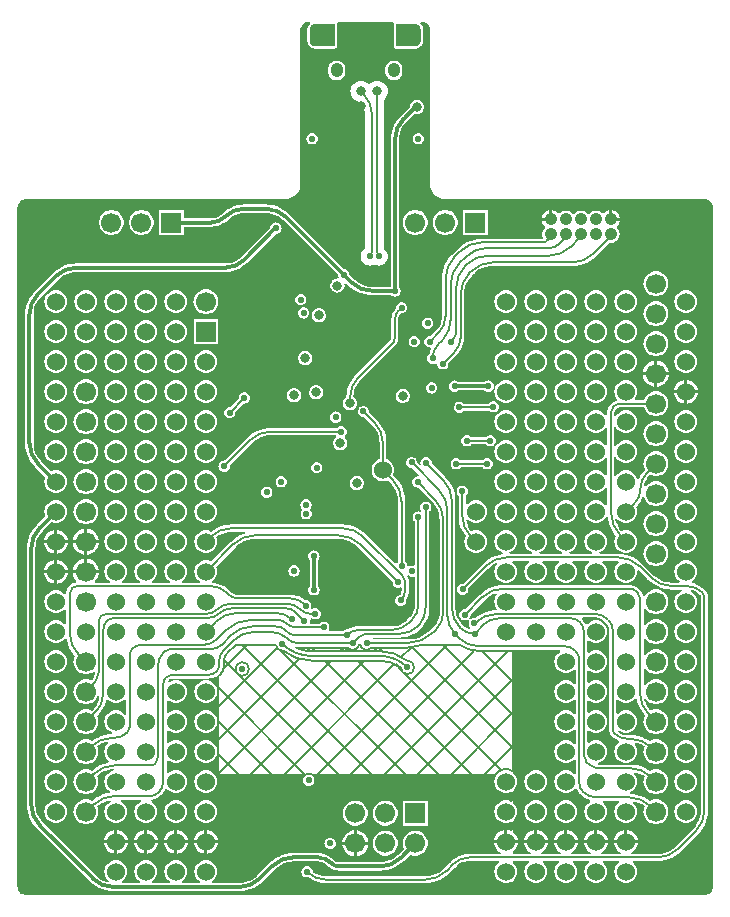
<source format=gbl>
G04 Layer_Physical_Order=4*
G04 Layer_Color=16711680*
%FSLAX43Y43*%
%MOMM*%
G71*
G01*
G75*
%ADD10C,0.200*%
%ADD11C,0.200*%
%ADD12C,0.175*%
%ADD13C,0.300*%
%ADD16C,0.175*%
%ADD17C,0.180*%
%ADD19C,0.550*%
%ADD46C,1.524*%
%ADD47C,3.600*%
G04:AMPARAMS|DCode=48|XSize=1.05mm|YSize=1.25mm|CornerRadius=0.525mm|HoleSize=0mm|Usage=FLASHONLY|Rotation=180.000|XOffset=0mm|YOffset=0mm|HoleType=Round|Shape=RoundedRectangle|*
%AMROUNDEDRECTD48*
21,1,1.050,0.200,0,0,180.0*
21,1,0.000,1.250,0,0,180.0*
1,1,1.050,0.000,0.100*
1,1,1.050,0.000,0.100*
1,1,1.050,0.000,-0.100*
1,1,1.050,0.000,-0.100*
%
%ADD48ROUNDEDRECTD48*%
G04:AMPARAMS|DCode=49|XSize=2.1mm|YSize=1.9mm|CornerRadius=0.494mm|HoleSize=0mm|Usage=FLASHONLY|Rotation=180.000|XOffset=0mm|YOffset=0mm|HoleType=Round|Shape=RoundedRectangle|*
%AMROUNDEDRECTD49*
21,1,2.100,0.912,0,0,180.0*
21,1,1.112,1.900,0,0,180.0*
1,1,0.988,-0.556,0.456*
1,1,0.988,0.556,0.456*
1,1,0.988,0.556,-0.456*
1,1,0.988,-0.556,-0.456*
%
%ADD49ROUNDEDRECTD49*%
%ADD50C,1.700*%
%ADD51R,1.700X1.700*%
%ADD52R,1.700X1.700*%
%ADD53C,1.050*%
%ADD65C,0.800*%
G36*
X34248Y74321D02*
X34301Y74314D01*
X34354Y74299D01*
X34397Y74283D01*
X34439Y74263D01*
X34483Y74235D01*
X34521Y74206D01*
X34560Y74172D01*
X34589Y74136D01*
X34617Y74099D01*
X34641Y74058D01*
X34661Y74016D01*
X34677Y73974D01*
X34689Y73923D01*
X34696Y73878D01*
X34700Y73825D01*
Y72925D01*
X34696Y72870D01*
X34688Y72825D01*
X34676Y72775D01*
X34660Y72735D01*
X34647Y72702D01*
X34622Y72659D01*
X34596Y72622D01*
X34565Y72584D01*
X34520Y72543D01*
X34480Y72513D01*
X34434Y72484D01*
X34381Y72460D01*
X34294Y72434D01*
X34200Y72425D01*
X32600D01*
Y74325D01*
X34200D01*
X34248Y74321D01*
D02*
G37*
G36*
X27400Y72425D02*
X25800D01*
X25752Y72429D01*
X25699Y72436D01*
X25646Y72451D01*
X25603Y72467D01*
X25561Y72487D01*
X25517Y72515D01*
X25479Y72544D01*
X25440Y72578D01*
X25411Y72614D01*
X25383Y72651D01*
X25359Y72692D01*
X25339Y72734D01*
X25323Y72776D01*
X25311Y72827D01*
X25304Y72872D01*
X25300Y72925D01*
Y73825D01*
X25304Y73880D01*
X25312Y73925D01*
X25324Y73975D01*
X25340Y74015D01*
X25353Y74048D01*
X25378Y74091D01*
X25404Y74128D01*
X25435Y74166D01*
X25480Y74207D01*
X25520Y74237D01*
X25566Y74266D01*
X25619Y74290D01*
X25706Y74316D01*
X25800Y74325D01*
X27400D01*
Y72425D01*
D02*
G37*
G36*
X25250Y74495D02*
X25309D01*
X25355Y74368D01*
X25301Y74324D01*
X25214Y74218D01*
X25191Y74175D01*
X25177Y74150D01*
X25175Y74145D01*
X25150Y74098D01*
X25138Y74059D01*
X25135Y74051D01*
X25133Y74044D01*
X25129Y74030D01*
X25126Y74023D01*
X25121Y74004D01*
X25110Y73967D01*
X25107Y73938D01*
X25103Y73916D01*
X25103Y73905D01*
X25101Y73895D01*
X25097Y73840D01*
X25097Y73836D01*
X25097Y73831D01*
Y73828D01*
X25096Y73825D01*
Y72925D01*
X25097Y72922D01*
Y72919D01*
X25097Y72914D01*
X25097Y72910D01*
X25101Y72857D01*
X25103Y72849D01*
X25103Y72841D01*
X25108Y72808D01*
X25110Y72783D01*
X25118Y72756D01*
X25125Y72729D01*
X25130Y72717D01*
X25130Y72716D01*
X25132Y72703D01*
X25141Y72681D01*
X25150Y72652D01*
X25172Y72611D01*
X25175Y72604D01*
X25176Y72603D01*
X25182Y72591D01*
X25183Y72589D01*
X25188Y72580D01*
X25214Y72532D01*
X25301Y72426D01*
X25407Y72339D01*
X25450Y72316D01*
X25452Y72315D01*
X25453Y72314D01*
X25471Y72305D01*
X25473Y72303D01*
X25484Y72298D01*
X25527Y72275D01*
X25570Y72262D01*
X25575Y72260D01*
X25577Y72259D01*
X25587Y72257D01*
X25590Y72255D01*
X25626Y72245D01*
X25658Y72235D01*
X25678Y72233D01*
X25725Y72227D01*
X25730Y72227D01*
X25735Y72226D01*
X25783Y72222D01*
X25787Y72222D01*
X25794Y72222D01*
X25797D01*
X25800Y72221D01*
X27400D01*
X27478Y72237D01*
X27544Y72281D01*
X27588Y72347D01*
X27604Y72425D01*
Y74325D01*
X27595Y74368D01*
X27652Y74467D01*
X27680Y74495D01*
X32320D01*
X32348Y74467D01*
X32405Y74368D01*
X32396Y74325D01*
Y72425D01*
X32412Y72347D01*
X32456Y72281D01*
X32522Y72237D01*
X32600Y72221D01*
X34200D01*
X34203Y72222D01*
X34206D01*
X34215Y72222D01*
X34219Y72222D01*
X34313Y72231D01*
X34319Y72233D01*
X34342Y72235D01*
X34473Y72275D01*
X34510Y72295D01*
X34518Y72298D01*
X34522Y72301D01*
X34539Y72310D01*
X34543Y72312D01*
X34549Y72315D01*
X34593Y72339D01*
X34699Y72426D01*
X34786Y72532D01*
X34809Y72575D01*
X34823Y72600D01*
X34825Y72605D01*
X34850Y72652D01*
X34862Y72691D01*
X34865Y72699D01*
X34867Y72706D01*
X34871Y72720D01*
X34874Y72727D01*
X34879Y72746D01*
X34890Y72783D01*
X34893Y72812D01*
X34897Y72834D01*
X34897Y72845D01*
X34899Y72855D01*
X34903Y72910D01*
X34903Y72914D01*
X34903Y72919D01*
Y72922D01*
X34904Y72925D01*
Y73825D01*
X34903Y73828D01*
Y73831D01*
X34903Y73836D01*
X34903Y73840D01*
X34899Y73893D01*
X34897Y73901D01*
X34897Y73909D01*
X34892Y73942D01*
X34890Y73967D01*
X34882Y73994D01*
X34875Y74021D01*
X34870Y74033D01*
X34870Y74034D01*
X34868Y74047D01*
X34859Y74069D01*
X34850Y74098D01*
X34828Y74139D01*
X34825Y74146D01*
X34824Y74147D01*
X34818Y74159D01*
X34817Y74161D01*
X34812Y74170D01*
X34786Y74218D01*
X34699Y74324D01*
X34646Y74368D01*
X34691Y74495D01*
X34750D01*
X34762Y74497D01*
X34896Y74484D01*
X35036Y74442D01*
X35166Y74372D01*
X35279Y74279D01*
X35372Y74166D01*
X35442Y74036D01*
X35484Y73896D01*
X35497Y73762D01*
X35495Y73750D01*
Y60750D01*
X35497Y60741D01*
X35512Y60554D01*
X35557Y60363D01*
X35633Y60181D01*
X35736Y60013D01*
X35863Y59863D01*
X36013Y59736D01*
X36181Y59633D01*
X36363Y59557D01*
X36554Y59512D01*
X36741Y59497D01*
X36750Y59495D01*
X58700D01*
X58712Y59497D01*
X58846Y59484D01*
X58986Y59442D01*
X59116Y59372D01*
X59229Y59279D01*
X59322Y59166D01*
X59392Y59036D01*
X59434Y58896D01*
X59447Y58762D01*
X59445Y58750D01*
Y1300D01*
X59447Y1288D01*
X59434Y1154D01*
X59392Y1014D01*
X59322Y884D01*
X59229Y771D01*
X59116Y678D01*
X58986Y608D01*
X58846Y566D01*
X58712Y553D01*
X58700Y555D01*
X42635D01*
X42508Y555D01*
Y1767D01*
X42594Y1856D01*
X42602Y1867D01*
X42714Y2003D01*
X42803Y2170D01*
X42858Y2351D01*
X42877Y2540D01*
X42858Y2729D01*
X42803Y2910D01*
X42714Y3077D01*
X42594Y3224D01*
X42508Y3293D01*
Y3449D01*
X43847D01*
X43860Y3429D01*
X43886Y3322D01*
X43766Y3224D01*
X43646Y3077D01*
X43557Y2910D01*
X43502Y2729D01*
X43483Y2540D01*
X43502Y2351D01*
X43557Y2170D01*
X43646Y2003D01*
X43766Y1856D01*
X43913Y1736D01*
X44080Y1647D01*
X44261Y1592D01*
X44450Y1573D01*
X44639Y1592D01*
X44820Y1647D01*
X44987Y1736D01*
X45134Y1856D01*
X45254Y2003D01*
X45343Y2170D01*
X45398Y2351D01*
X45417Y2540D01*
X45398Y2729D01*
X45343Y2910D01*
X45254Y3077D01*
X45134Y3224D01*
X45014Y3322D01*
X45040Y3429D01*
X45053Y3449D01*
X46387D01*
X46400Y3429D01*
X46426Y3322D01*
X46306Y3224D01*
X46186Y3077D01*
X46097Y2910D01*
X46042Y2729D01*
X46023Y2540D01*
X46042Y2351D01*
X46097Y2170D01*
X46186Y2003D01*
X46306Y1856D01*
X46453Y1736D01*
X46620Y1647D01*
X46801Y1592D01*
X46990Y1573D01*
X47179Y1592D01*
X47360Y1647D01*
X47527Y1736D01*
X47674Y1856D01*
X47794Y2003D01*
X47883Y2170D01*
X47938Y2351D01*
X47957Y2540D01*
X47938Y2729D01*
X47883Y2910D01*
X47794Y3077D01*
X47674Y3224D01*
X47554Y3322D01*
X47580Y3429D01*
X47593Y3449D01*
X48927D01*
X48940Y3429D01*
X48966Y3322D01*
X48846Y3224D01*
X48726Y3077D01*
X48637Y2910D01*
X48582Y2729D01*
X48563Y2540D01*
X48582Y2351D01*
X48637Y2170D01*
X48726Y2003D01*
X48846Y1856D01*
X48993Y1736D01*
X49160Y1647D01*
X49341Y1592D01*
X49530Y1573D01*
X49719Y1592D01*
X49900Y1647D01*
X50067Y1736D01*
X50214Y1856D01*
X50334Y2003D01*
X50423Y2170D01*
X50478Y2351D01*
X50497Y2540D01*
X50478Y2729D01*
X50423Y2910D01*
X50334Y3077D01*
X50214Y3224D01*
X50094Y3322D01*
X50120Y3429D01*
X50133Y3449D01*
X51467D01*
X51480Y3429D01*
X51506Y3322D01*
X51386Y3224D01*
X51266Y3077D01*
X51177Y2910D01*
X51122Y2729D01*
X51103Y2540D01*
X51122Y2351D01*
X51177Y2170D01*
X51266Y2003D01*
X51386Y1856D01*
X51533Y1736D01*
X51700Y1647D01*
X51881Y1592D01*
X52070Y1573D01*
X52259Y1592D01*
X52440Y1647D01*
X52607Y1736D01*
X52754Y1856D01*
X52874Y2003D01*
X52963Y2170D01*
X53018Y2351D01*
X53037Y2540D01*
X53018Y2729D01*
X52963Y2910D01*
X52874Y3077D01*
X52754Y3224D01*
X52634Y3322D01*
X52660Y3429D01*
X52673Y3449D01*
X54711D01*
Y3447D01*
X55028Y3465D01*
X55342Y3518D01*
X55647Y3606D01*
X55940Y3727D01*
X56218Y3881D01*
X56477Y4065D01*
X56714Y4276D01*
X56713Y4278D01*
X58180Y5745D01*
X58181Y5744D01*
X58393Y5980D01*
X58577Y6239D01*
X58730Y6517D01*
X58852Y6811D01*
X58940Y7116D01*
X58993Y7429D01*
X59011Y7746D01*
X59009D01*
Y25775D01*
X59011D01*
X58994Y25946D01*
X58944Y26111D01*
X58863Y26262D01*
X58754Y26395D01*
X58754Y26395D01*
X58548Y26576D01*
X58320Y26728D01*
X58075Y26849D01*
X57816Y26937D01*
X57647Y26971D01*
X57627Y27104D01*
X57687Y27136D01*
X57834Y27256D01*
X57954Y27403D01*
X58043Y27570D01*
X58098Y27751D01*
X58117Y27940D01*
X58098Y28129D01*
X58043Y28310D01*
X57954Y28477D01*
X57834Y28624D01*
X57687Y28744D01*
X57520Y28833D01*
X57339Y28888D01*
X57150Y28907D01*
X56961Y28888D01*
X56780Y28833D01*
X56613Y28744D01*
X56466Y28624D01*
X56346Y28477D01*
X56257Y28310D01*
X56202Y28129D01*
X56183Y27940D01*
X56202Y27751D01*
X56257Y27570D01*
X56346Y27403D01*
X56466Y27256D01*
X56613Y27136D01*
X56618Y27133D01*
X56587Y27006D01*
X55977D01*
X55965Y27005D01*
X55683Y27023D01*
X55394Y27081D01*
X55115Y27176D01*
X54851Y27306D01*
X54606Y27470D01*
X54478Y27581D01*
X54386Y27665D01*
X54386Y27665D01*
X53443Y28608D01*
X53445Y28609D01*
X53208Y28821D01*
X52949Y29005D01*
X52671Y29158D01*
X52378Y29280D01*
X52072Y29368D01*
X51759Y29421D01*
X51442Y29439D01*
Y29437D01*
X49843D01*
X49824Y29564D01*
X49900Y29587D01*
X50067Y29676D01*
X50214Y29796D01*
X50334Y29943D01*
X50423Y30110D01*
X50478Y30291D01*
X50497Y30480D01*
X50478Y30669D01*
X50423Y30850D01*
X50334Y31017D01*
X50214Y31164D01*
X50067Y31284D01*
X49900Y31373D01*
X49719Y31428D01*
X49530Y31447D01*
X49341Y31428D01*
X49160Y31373D01*
X48993Y31284D01*
X48846Y31164D01*
X48726Y31017D01*
X48637Y30850D01*
X48582Y30669D01*
X48563Y30480D01*
X48582Y30291D01*
X48637Y30110D01*
X48726Y29943D01*
X48846Y29796D01*
X48993Y29676D01*
X49160Y29587D01*
X49236Y29564D01*
X49217Y29437D01*
X47303D01*
X47284Y29564D01*
X47360Y29587D01*
X47527Y29676D01*
X47674Y29796D01*
X47794Y29943D01*
X47883Y30110D01*
X47938Y30291D01*
X47957Y30480D01*
X47938Y30669D01*
X47883Y30850D01*
X47794Y31017D01*
X47674Y31164D01*
X47527Y31284D01*
X47360Y31373D01*
X47179Y31428D01*
X46990Y31447D01*
X46801Y31428D01*
X46620Y31373D01*
X46453Y31284D01*
X46306Y31164D01*
X46186Y31017D01*
X46097Y30850D01*
X46042Y30669D01*
X46023Y30480D01*
X46042Y30291D01*
X46097Y30110D01*
X46186Y29943D01*
X46306Y29796D01*
X46453Y29676D01*
X46620Y29587D01*
X46696Y29564D01*
X46677Y29437D01*
X44763D01*
X44744Y29564D01*
X44820Y29587D01*
X44987Y29676D01*
X45134Y29796D01*
X45254Y29943D01*
X45343Y30110D01*
X45398Y30291D01*
X45417Y30480D01*
X45398Y30669D01*
X45343Y30850D01*
X45254Y31017D01*
X45134Y31164D01*
X44987Y31284D01*
X44820Y31373D01*
X44639Y31428D01*
X44450Y31447D01*
X44261Y31428D01*
X44080Y31373D01*
X43913Y31284D01*
X43766Y31164D01*
X43646Y31017D01*
X43557Y30850D01*
X43502Y30669D01*
X43483Y30480D01*
X43502Y30291D01*
X43557Y30110D01*
X43646Y29943D01*
X43766Y29796D01*
X43913Y29676D01*
X44080Y29587D01*
X44156Y29564D01*
X44137Y29437D01*
X42223D01*
X42204Y29564D01*
X42280Y29587D01*
X42447Y29676D01*
X42594Y29796D01*
X42714Y29943D01*
X42803Y30110D01*
X42858Y30291D01*
X42877Y30480D01*
X42858Y30669D01*
X42803Y30850D01*
X42714Y31017D01*
X42594Y31164D01*
X42447Y31284D01*
X42280Y31373D01*
X42099Y31428D01*
X41910Y31447D01*
X41721Y31428D01*
X41540Y31373D01*
X41373Y31284D01*
X41226Y31164D01*
X41106Y31017D01*
X41017Y30850D01*
X40962Y30669D01*
X40943Y30480D01*
X40962Y30291D01*
X41017Y30110D01*
X41106Y29943D01*
X41226Y29796D01*
X41373Y29676D01*
X41540Y29587D01*
X41667Y29548D01*
X41664Y29421D01*
X41351Y29368D01*
X41046Y29280D01*
X40753Y29158D01*
X40475Y29005D01*
X40216Y28821D01*
X39979Y28609D01*
X39979Y28609D01*
X39890Y28518D01*
X38309Y26936D01*
X38248Y26944D01*
X38124Y26928D01*
X38008Y26880D01*
X37909Y26804D01*
X37833Y26705D01*
X37785Y26589D01*
X37769Y26465D01*
X37785Y26341D01*
X37833Y26226D01*
X37909Y26126D01*
X38008Y26050D01*
X38124Y26003D01*
X38248Y25986D01*
X38372Y26003D01*
X38487Y26050D01*
X38586Y26126D01*
X38663Y26226D01*
X38710Y26341D01*
X38727Y26465D01*
X38719Y26526D01*
X40390Y28198D01*
X40390Y28198D01*
X40483Y28282D01*
X40610Y28394D01*
X40855Y28557D01*
X41119Y28688D01*
X41188Y28577D01*
X41106Y28477D01*
X41017Y28310D01*
X40962Y28129D01*
X40943Y27940D01*
X40962Y27751D01*
X41017Y27570D01*
X41106Y27403D01*
X41226Y27256D01*
X41373Y27136D01*
X41540Y27047D01*
X41721Y26992D01*
X41910Y26973D01*
X42099Y26992D01*
X42280Y27047D01*
X42447Y27136D01*
X42594Y27256D01*
X42714Y27403D01*
X42803Y27570D01*
X42858Y27751D01*
X42877Y27940D01*
X42858Y28129D01*
X42803Y28310D01*
X42714Y28477D01*
X42594Y28624D01*
X42464Y28730D01*
X42471Y28790D01*
X42505Y28857D01*
X43855D01*
X43889Y28790D01*
X43896Y28730D01*
X43766Y28624D01*
X43646Y28477D01*
X43557Y28310D01*
X43502Y28129D01*
X43483Y27940D01*
X43502Y27751D01*
X43557Y27570D01*
X43646Y27403D01*
X43766Y27256D01*
X43913Y27136D01*
X44080Y27047D01*
X44261Y26992D01*
X44450Y26973D01*
X44639Y26992D01*
X44820Y27047D01*
X44987Y27136D01*
X45134Y27256D01*
X45254Y27403D01*
X45343Y27570D01*
X45398Y27751D01*
X45417Y27940D01*
X45398Y28129D01*
X45343Y28310D01*
X45254Y28477D01*
X45134Y28624D01*
X45004Y28730D01*
X45011Y28790D01*
X45045Y28857D01*
X46395D01*
X46429Y28790D01*
X46436Y28730D01*
X46306Y28624D01*
X46186Y28477D01*
X46097Y28310D01*
X46042Y28129D01*
X46023Y27940D01*
X46042Y27751D01*
X46097Y27570D01*
X46186Y27403D01*
X46306Y27256D01*
X46453Y27136D01*
X46620Y27047D01*
X46801Y26992D01*
X46990Y26973D01*
X47179Y26992D01*
X47360Y27047D01*
X47527Y27136D01*
X47674Y27256D01*
X47794Y27403D01*
X47883Y27570D01*
X47938Y27751D01*
X47957Y27940D01*
X47938Y28129D01*
X47883Y28310D01*
X47794Y28477D01*
X47674Y28624D01*
X47544Y28730D01*
X47551Y28790D01*
X47585Y28857D01*
X48935D01*
X48969Y28790D01*
X48976Y28730D01*
X48846Y28624D01*
X48726Y28477D01*
X48637Y28310D01*
X48582Y28129D01*
X48563Y27940D01*
X48582Y27751D01*
X48637Y27570D01*
X48726Y27403D01*
X48846Y27256D01*
X48993Y27136D01*
X49160Y27047D01*
X49341Y26992D01*
X49530Y26973D01*
X49719Y26992D01*
X49900Y27047D01*
X50067Y27136D01*
X50214Y27256D01*
X50334Y27403D01*
X50423Y27570D01*
X50478Y27751D01*
X50497Y27940D01*
X50478Y28129D01*
X50423Y28310D01*
X50334Y28477D01*
X50214Y28624D01*
X50084Y28730D01*
X50091Y28790D01*
X50125Y28857D01*
X51442D01*
X51510Y28755D01*
X51513Y28727D01*
X51386Y28624D01*
X51266Y28477D01*
X51177Y28310D01*
X51122Y28129D01*
X51103Y27940D01*
X51122Y27751D01*
X51177Y27570D01*
X51266Y27403D01*
X51386Y27256D01*
X51533Y27136D01*
X51700Y27047D01*
X51881Y26992D01*
X52070Y26973D01*
X52259Y26992D01*
X52440Y27047D01*
X52607Y27136D01*
X52754Y27256D01*
X52874Y27403D01*
X52963Y27570D01*
X53018Y27751D01*
X53037Y27940D01*
X53028Y28023D01*
X53150Y28081D01*
X53886Y27345D01*
X53974Y27254D01*
X53974Y27254D01*
X54211Y27042D01*
X54470Y26859D01*
X54748Y26705D01*
X55042Y26583D01*
X55347Y26495D01*
X55660Y26442D01*
X55977Y26424D01*
Y26426D01*
X56782D01*
X56801Y26299D01*
X56780Y26293D01*
X56613Y26204D01*
X56466Y26084D01*
X56346Y25937D01*
X56257Y25770D01*
X56202Y25589D01*
X56183Y25400D01*
X56202Y25211D01*
X56257Y25030D01*
X56346Y24863D01*
X56466Y24716D01*
X56613Y24596D01*
X56780Y24507D01*
X56961Y24452D01*
X57150Y24433D01*
X57339Y24452D01*
X57520Y24507D01*
X57687Y24596D01*
X57834Y24716D01*
X57954Y24863D01*
X58043Y25030D01*
X58098Y25211D01*
X58117Y25400D01*
X58098Y25589D01*
X58043Y25770D01*
X57954Y25937D01*
X57834Y26084D01*
X57687Y26204D01*
X57574Y26264D01*
X57620Y26384D01*
X57741Y26354D01*
X57961Y26264D01*
X58163Y26139D01*
X58336Y25992D01*
X58389Y25923D01*
X58419Y25852D01*
X58429Y25775D01*
Y7746D01*
X58430Y7734D01*
X58412Y7452D01*
X58354Y7163D01*
X58260Y6884D01*
X58129Y6620D01*
X57966Y6375D01*
X57779Y6162D01*
X57770Y6155D01*
X56302Y4688D01*
X56295Y4678D01*
X56083Y4492D01*
X55838Y4328D01*
X55573Y4198D01*
X55294Y4103D01*
X55005Y4046D01*
X54723Y4027D01*
X54711Y4029D01*
X52528D01*
X52496Y4156D01*
X52637Y4231D01*
X52792Y4358D01*
X52919Y4513D01*
X53013Y4689D01*
X53071Y4881D01*
X53078Y4953D01*
X51062D01*
X51069Y4881D01*
X51127Y4689D01*
X51221Y4513D01*
X51348Y4358D01*
X51503Y4231D01*
X51644Y4156D01*
X51612Y4029D01*
X49988D01*
X49956Y4156D01*
X50097Y4231D01*
X50252Y4358D01*
X50379Y4513D01*
X50473Y4689D01*
X50531Y4881D01*
X50538Y4953D01*
X48522D01*
X48529Y4881D01*
X48587Y4689D01*
X48681Y4513D01*
X48808Y4358D01*
X48963Y4231D01*
X49104Y4156D01*
X49072Y4029D01*
X47448D01*
X47416Y4156D01*
X47557Y4231D01*
X47712Y4358D01*
X47839Y4513D01*
X47933Y4689D01*
X47991Y4881D01*
X47998Y4953D01*
X45982D01*
X45989Y4881D01*
X46047Y4689D01*
X46141Y4513D01*
X46268Y4358D01*
X46423Y4231D01*
X46564Y4156D01*
X46532Y4029D01*
X44908D01*
X44876Y4156D01*
X45017Y4231D01*
X45172Y4358D01*
X45299Y4513D01*
X45393Y4689D01*
X45451Y4881D01*
X45458Y4953D01*
X43442D01*
X43449Y4881D01*
X43507Y4689D01*
X43601Y4513D01*
X43728Y4358D01*
X43883Y4231D01*
X44024Y4156D01*
X43992Y4029D01*
X42635D01*
X42508Y4029D01*
Y4257D01*
X42632Y4358D01*
X42759Y4513D01*
X42853Y4689D01*
X42911Y4881D01*
X42918Y4953D01*
X40902D01*
X40909Y4881D01*
X40967Y4689D01*
X41061Y4513D01*
X41188Y4358D01*
X41343Y4231D01*
X41484Y4156D01*
X41452Y4029D01*
X38806D01*
Y4031D01*
X38516Y4012D01*
X38231Y3955D01*
X37956Y3862D01*
X37695Y3733D01*
X37454Y3572D01*
X37235Y3380D01*
X37235Y3380D01*
X37147Y3289D01*
X36678Y2820D01*
X36671Y2811D01*
X36458Y2624D01*
X36213Y2461D01*
X35949Y2330D01*
X35670Y2236D01*
X35381Y2178D01*
X35099Y2160D01*
X35087Y2161D01*
X26652D01*
X26644Y2160D01*
X26400Y2176D01*
X26153Y2225D01*
X25913Y2306D01*
X25687Y2418D01*
X25556Y2506D01*
X25558Y2525D01*
X25542Y2649D01*
X25494Y2765D01*
X25418Y2864D01*
X25319Y2940D01*
X25203Y2988D01*
X25079Y3004D01*
X24955Y2988D01*
X24840Y2940D01*
X24741Y2864D01*
X24664Y2765D01*
X24617Y2649D01*
X24600Y2525D01*
X24617Y2401D01*
X24664Y2285D01*
X24741Y2186D01*
X24840Y2110D01*
X24955Y2062D01*
X25079Y2046D01*
X25183Y2060D01*
X25317Y1964D01*
X25563Y1828D01*
X25823Y1721D01*
X26094Y1643D01*
X26371Y1596D01*
X26652Y1580D01*
Y1581D01*
X35087D01*
Y1579D01*
X35404Y1597D01*
X35717Y1650D01*
X36023Y1738D01*
X36316Y1860D01*
X36594Y2013D01*
X36853Y2197D01*
X37090Y2409D01*
X37088Y2410D01*
X37559Y2881D01*
X37647Y2969D01*
X37740Y3051D01*
X37808Y3111D01*
X37986Y3230D01*
X38178Y3325D01*
X38382Y3394D01*
X38592Y3436D01*
X38801Y3449D01*
X38806Y3449D01*
X41307D01*
X41320Y3429D01*
X41346Y3322D01*
X41226Y3224D01*
X41106Y3077D01*
X41017Y2910D01*
X40962Y2729D01*
X40943Y2540D01*
X40962Y2351D01*
X41017Y2170D01*
X41106Y2003D01*
X41226Y1856D01*
X41373Y1736D01*
X41540Y1647D01*
X41721Y1592D01*
X41910Y1573D01*
X42099Y1592D01*
X42280Y1647D01*
X42381Y1701D01*
X42439Y1667D01*
X42508Y1568D01*
X42508Y1460D01*
Y555D01*
X1300D01*
X1288Y553D01*
X1154Y566D01*
X1014Y608D01*
X884Y678D01*
X771Y771D01*
X678Y884D01*
X608Y1014D01*
X566Y1154D01*
X553Y1288D01*
X555Y1300D01*
Y58750D01*
X553Y58762D01*
X566Y58896D01*
X608Y59036D01*
X678Y59166D01*
X771Y59279D01*
X884Y59372D01*
X1014Y59442D01*
X1154Y59484D01*
X1288Y59497D01*
X1300Y59495D01*
X23250D01*
X23259Y59497D01*
X23446Y59512D01*
X23637Y59557D01*
X23819Y59633D01*
X23987Y59736D01*
X24137Y59863D01*
X24264Y60013D01*
X24367Y60181D01*
X24442Y60363D01*
X24488Y60554D01*
X24503Y60741D01*
X24505Y60750D01*
Y73750D01*
X24503Y73762D01*
X24516Y73896D01*
X24558Y74036D01*
X24628Y74166D01*
X24721Y74279D01*
X24834Y74372D01*
X24964Y74442D01*
X25104Y74484D01*
X25238Y74497D01*
X25250Y74495D01*
D02*
G37*
%LPC*%
G36*
X32425Y71204D02*
X32283Y71190D01*
X32146Y71148D01*
X32020Y71081D01*
X31910Y70990D01*
X31819Y70880D01*
X31752Y70754D01*
X31710Y70617D01*
X31696Y70475D01*
Y70275D01*
X31710Y70133D01*
X31752Y69996D01*
X31819Y69870D01*
X31910Y69760D01*
X32020Y69669D01*
X32146Y69602D01*
X32283Y69560D01*
X32425Y69546D01*
X32567Y69560D01*
X32704Y69602D01*
X32830Y69669D01*
X32940Y69760D01*
X33031Y69870D01*
X33098Y69996D01*
X33140Y70133D01*
X33154Y70275D01*
Y70475D01*
X33140Y70617D01*
X33098Y70754D01*
X33031Y70880D01*
X32940Y70990D01*
X32830Y71081D01*
X32704Y71148D01*
X32567Y71190D01*
X32425Y71204D01*
D02*
G37*
G36*
X27575D02*
X27433Y71190D01*
X27296Y71148D01*
X27170Y71081D01*
X27060Y70990D01*
X26969Y70880D01*
X26902Y70754D01*
X26860Y70617D01*
X26846Y70475D01*
Y70275D01*
X26860Y70133D01*
X26902Y69996D01*
X26969Y69870D01*
X27060Y69760D01*
X27170Y69669D01*
X27296Y69602D01*
X27433Y69560D01*
X27575Y69546D01*
X27717Y69560D01*
X27854Y69602D01*
X27980Y69669D01*
X28090Y69760D01*
X28181Y69870D01*
X28248Y69996D01*
X28290Y70133D01*
X28304Y70275D01*
Y70475D01*
X28290Y70617D01*
X28248Y70754D01*
X28181Y70880D01*
X28090Y70990D01*
X27980Y71081D01*
X27854Y71148D01*
X27717Y71190D01*
X27575Y71204D01*
D02*
G37*
G36*
X31000Y69504D02*
X30824Y69487D01*
X30654Y69436D01*
X30498Y69352D01*
X30361Y69239D01*
X30289D01*
X30152Y69352D01*
X29996Y69436D01*
X29826Y69487D01*
X29650Y69504D01*
X29474Y69487D01*
X29304Y69436D01*
X29148Y69352D01*
X29011Y69239D01*
X28898Y69102D01*
X28814Y68946D01*
X28763Y68776D01*
X28746Y68600D01*
X28763Y68424D01*
X28814Y68254D01*
X28898Y68098D01*
X29011Y67961D01*
X29148Y67848D01*
X29304Y67764D01*
X29474Y67713D01*
X29650Y67696D01*
X29660Y67697D01*
X29733Y67587D01*
X29846Y67359D01*
X29928Y67117D01*
X29978Y66867D01*
X29993Y66625D01*
X29992Y66613D01*
Y55296D01*
X29967Y55283D01*
X29849Y55186D01*
X29753Y55068D01*
X29681Y54933D01*
X29636Y54787D01*
X29621Y54635D01*
X29636Y54483D01*
X29681Y54337D01*
X29753Y54203D01*
X29849Y54085D01*
X29967Y53988D01*
X30102Y53916D01*
X30248Y53872D01*
X30400Y53857D01*
X30552Y53872D01*
X30698Y53916D01*
X30775Y53957D01*
X30852Y53916D01*
X30998Y53872D01*
X31150Y53857D01*
X31302Y53872D01*
X31448Y53916D01*
X31583Y53988D01*
X31701Y54085D01*
X31798Y54203D01*
X31869Y54337D01*
X31914Y54483D01*
X31929Y54635D01*
X31914Y54787D01*
X31869Y54933D01*
X31798Y55068D01*
X31701Y55186D01*
X31583Y55283D01*
X31558Y55296D01*
Y67894D01*
X31639Y67961D01*
X31752Y68098D01*
X31836Y68254D01*
X31887Y68424D01*
X31904Y68600D01*
X31887Y68776D01*
X31836Y68946D01*
X31752Y69102D01*
X31639Y69239D01*
X31502Y69352D01*
X31346Y69436D01*
X31176Y69487D01*
X31000Y69504D01*
D02*
G37*
G36*
X34350Y67878D02*
X34232Y67866D01*
X34119Y67832D01*
X34015Y67776D01*
X33924Y67701D01*
X33849Y67610D01*
X33793Y67506D01*
X33759Y67393D01*
X33748Y67281D01*
X33006Y66539D01*
X33005Y66540D01*
X32789Y66298D01*
X32601Y66033D01*
X32444Y65749D01*
X32319Y65449D01*
X32230Y65137D01*
X32175Y64817D01*
X32157Y64493D01*
X32159D01*
Y52065D01*
X30608D01*
X30594Y52063D01*
X30322Y52081D01*
X30041Y52137D01*
X29770Y52229D01*
X29513Y52355D01*
X29275Y52514D01*
X29153Y52621D01*
X29061Y52705D01*
X29061Y52705D01*
X28651Y53115D01*
X28638Y53216D01*
X28590Y53332D01*
X28514Y53431D01*
X28415Y53507D01*
X28299Y53555D01*
X28198Y53568D01*
X23583Y58184D01*
X23584Y58185D01*
X23342Y58401D01*
X23077Y58589D01*
X22793Y58746D01*
X22493Y58870D01*
X22181Y58960D01*
X21861Y59015D01*
X21537Y59033D01*
Y59031D01*
X19773D01*
Y59032D01*
X19472Y59016D01*
X19175Y58965D01*
X18886Y58882D01*
X18607Y58766D01*
X18344Y58621D01*
X18098Y58446D01*
X17873Y58246D01*
X17873Y58246D01*
X17781Y58162D01*
X17716Y58107D01*
X17537Y57997D01*
X17342Y57916D01*
X17138Y57867D01*
X16938Y57852D01*
X16928Y57853D01*
X14640D01*
Y58550D01*
X12540D01*
Y56450D01*
X14640D01*
Y57147D01*
X16928D01*
Y57146D01*
X17195Y57163D01*
X17458Y57215D01*
X17711Y57301D01*
X17951Y57420D01*
X18173Y57568D01*
X18374Y57745D01*
X18374Y57745D01*
X18466Y57830D01*
X18567Y57918D01*
X18782Y58062D01*
X19015Y58177D01*
X19260Y58260D01*
X19514Y58311D01*
X19761Y58327D01*
X19773Y58325D01*
X21537D01*
X21551Y58327D01*
X21823Y58309D01*
X22104Y58253D01*
X22375Y58161D01*
X22632Y58035D01*
X22870Y57875D01*
X23075Y57696D01*
X23083Y57685D01*
X27699Y53069D01*
X27712Y52968D01*
X27746Y52888D01*
X27696Y52796D01*
X27665Y52768D01*
X27648Y52770D01*
X27530Y52758D01*
X27417Y52724D01*
X27313Y52668D01*
X27221Y52593D01*
X27146Y52502D01*
X27091Y52397D01*
X27056Y52284D01*
X27045Y52167D01*
X27056Y52049D01*
X27091Y51936D01*
X27146Y51832D01*
X27221Y51740D01*
X27313Y51665D01*
X27417Y51610D01*
X27530Y51575D01*
X27648Y51564D01*
X27765Y51575D01*
X27878Y51610D01*
X27983Y51665D01*
X28074Y51740D01*
X28149Y51832D01*
X28205Y51936D01*
X28239Y52049D01*
X28251Y52167D01*
X28239Y52284D01*
X28336Y52402D01*
X28362Y52406D01*
X28472Y52296D01*
X28561Y52205D01*
X28561Y52205D01*
X28803Y51989D01*
X29068Y51801D01*
X29352Y51644D01*
X29652Y51519D01*
X29964Y51430D01*
X30284Y51375D01*
X30608Y51357D01*
Y51359D01*
X32191D01*
X32272Y51297D01*
X32388Y51249D01*
X32512Y51233D01*
X32636Y51249D01*
X32751Y51297D01*
X32850Y51373D01*
X32927Y51472D01*
X32974Y51588D01*
X32991Y51712D01*
X32974Y51836D01*
X32927Y51951D01*
X32865Y52032D01*
Y64493D01*
X32863Y64507D01*
X32881Y64779D01*
X32937Y65060D01*
X33029Y65331D01*
X33155Y65588D01*
X33314Y65826D01*
X33494Y66031D01*
X33505Y66040D01*
X34169Y66703D01*
X34232Y66684D01*
X34350Y66672D01*
X34468Y66684D01*
X34581Y66718D01*
X34685Y66774D01*
X34776Y66849D01*
X34851Y66940D01*
X34907Y67044D01*
X34941Y67157D01*
X34953Y67275D01*
X34941Y67393D01*
X34907Y67506D01*
X34851Y67610D01*
X34776Y67701D01*
X34685Y67776D01*
X34581Y67832D01*
X34468Y67866D01*
X34350Y67878D01*
D02*
G37*
G36*
X34500Y65082D02*
X34376Y65066D01*
X34260Y65018D01*
X34161Y64942D01*
X34085Y64843D01*
X34037Y64727D01*
X34021Y64603D01*
X34037Y64479D01*
X34085Y64363D01*
X34161Y64264D01*
X34260Y64188D01*
X34376Y64140D01*
X34500Y64124D01*
X34624Y64140D01*
X34740Y64188D01*
X34839Y64264D01*
X34915Y64363D01*
X34963Y64479D01*
X34979Y64603D01*
X34963Y64727D01*
X34915Y64843D01*
X34839Y64942D01*
X34740Y65018D01*
X34624Y65066D01*
X34500Y65082D01*
D02*
G37*
G36*
X25500Y65081D02*
X25376Y65065D01*
X25260Y65017D01*
X25161Y64941D01*
X25085Y64842D01*
X25037Y64726D01*
X25021Y64602D01*
X25037Y64478D01*
X25085Y64363D01*
X25161Y64263D01*
X25260Y64187D01*
X25376Y64139D01*
X25500Y64123D01*
X25624Y64139D01*
X25740Y64187D01*
X25839Y64263D01*
X25915Y64363D01*
X25963Y64478D01*
X25979Y64602D01*
X25963Y64726D01*
X25915Y64842D01*
X25839Y64941D01*
X25740Y65017D01*
X25624Y65065D01*
X25500Y65081D01*
D02*
G37*
G36*
X50673Y58555D02*
X50647Y58553D01*
X50500Y58508D01*
X50365Y58436D01*
X50246Y58339D01*
X50212Y58297D01*
X50049Y58295D01*
X50045Y58300D01*
X49935Y58391D01*
X49809Y58458D01*
X49672Y58500D01*
X49530Y58514D01*
X49388Y58500D01*
X49251Y58458D01*
X49125Y58391D01*
X49015Y58300D01*
X48975Y58252D01*
X48966Y58247D01*
X48824D01*
X48815Y58252D01*
X48775Y58300D01*
X48665Y58391D01*
X48539Y58458D01*
X48402Y58500D01*
X48260Y58514D01*
X48118Y58500D01*
X47981Y58458D01*
X47855Y58391D01*
X47745Y58300D01*
X47705Y58252D01*
X47696Y58247D01*
X47554D01*
X47545Y58252D01*
X47505Y58300D01*
X47395Y58391D01*
X47269Y58458D01*
X47132Y58500D01*
X46990Y58514D01*
X46848Y58500D01*
X46711Y58458D01*
X46585Y58391D01*
X46475Y58300D01*
X46471Y58295D01*
X46308Y58297D01*
X46273Y58339D01*
X46155Y58436D01*
X46020Y58508D01*
X45873Y58553D01*
X45847Y58555D01*
Y57785D01*
X45720D01*
Y57658D01*
X44950D01*
X44952Y57632D01*
X44997Y57485D01*
X45069Y57350D01*
X45167Y57231D01*
X45208Y57197D01*
X45210Y57034D01*
X45205Y57030D01*
X45114Y56920D01*
X45047Y56794D01*
X45005Y56657D01*
X44991Y56515D01*
X45005Y56373D01*
X45045Y56242D01*
X45051Y56220D01*
X44988Y56115D01*
X39852D01*
Y56117D01*
X39535Y56099D01*
X39222Y56046D01*
X38917Y55958D01*
X38623Y55836D01*
X38345Y55683D01*
X38086Y55499D01*
X37850Y55287D01*
X37850Y55287D01*
X37761Y55196D01*
X37339Y54774D01*
X37338Y54775D01*
X37126Y54539D01*
X36942Y54280D01*
X36789Y54002D01*
X36667Y53708D01*
X36579Y53403D01*
X36526Y53090D01*
X36508Y52773D01*
X36510D01*
Y49575D01*
X36511Y49570D01*
X36497Y49361D01*
X36455Y49150D01*
X36386Y48946D01*
X36291Y48754D01*
X36172Y48575D01*
X36033Y48417D01*
X36029Y48414D01*
X35511Y47896D01*
X35450Y47904D01*
X35326Y47888D01*
X35210Y47840D01*
X35111Y47764D01*
X35035Y47665D01*
X34987Y47549D01*
X34971Y47425D01*
X34987Y47301D01*
X35035Y47185D01*
X35111Y47086D01*
X35210Y47010D01*
X35326Y46962D01*
X35450Y46946D01*
X35508Y46954D01*
X35593Y46838D01*
X35555Y46760D01*
X35474Y46522D01*
X35457Y46437D01*
X35361Y46364D01*
X35285Y46265D01*
X35237Y46149D01*
X35221Y46025D01*
X35237Y45901D01*
X35285Y45785D01*
X35361Y45686D01*
X35460Y45610D01*
X35576Y45562D01*
X35700Y45546D01*
X35824Y45562D01*
X35940Y45610D01*
X35967Y45631D01*
X36086Y45563D01*
X36083Y45538D01*
X36099Y45414D01*
X36147Y45298D01*
X36223Y45199D01*
X36323Y45123D01*
X36438Y45075D01*
X36562Y45059D01*
X36686Y45075D01*
X36802Y45123D01*
X36901Y45199D01*
X36977Y45298D01*
X37025Y45414D01*
X37041Y45538D01*
X37033Y45599D01*
X37786Y46351D01*
X37787Y46350D01*
X37958Y46545D01*
X38101Y46760D01*
X38216Y46992D01*
X38299Y47238D01*
X38350Y47492D01*
X38367Y47750D01*
X38365D01*
Y51423D01*
X38363Y51435D01*
X38382Y51717D01*
X38439Y52006D01*
X38534Y52285D01*
X38664Y52549D01*
X38828Y52794D01*
X39015Y53007D01*
X39024Y53014D01*
X39186Y53176D01*
X39186Y53176D01*
X39278Y53260D01*
X39406Y53372D01*
X39651Y53536D01*
X39915Y53666D01*
X40194Y53761D01*
X40483Y53818D01*
X40765Y53837D01*
X40777Y53835D01*
X47523D01*
Y53833D01*
X47840Y53851D01*
X48153Y53904D01*
X48458Y53992D01*
X48752Y54113D01*
X49030Y54267D01*
X49289Y54451D01*
X49525Y54662D01*
X49524Y54664D01*
X50660Y55800D01*
X50800Y55786D01*
X50942Y55800D01*
X51079Y55842D01*
X51205Y55909D01*
X51315Y56000D01*
X51406Y56110D01*
X51473Y56236D01*
X51515Y56373D01*
X51529Y56515D01*
X51515Y56657D01*
X51473Y56794D01*
X51406Y56920D01*
X51315Y57030D01*
X51310Y57034D01*
X51312Y57197D01*
X51354Y57231D01*
X51451Y57350D01*
X51523Y57485D01*
X51568Y57632D01*
X51570Y57658D01*
X50800D01*
Y57785D01*
X50673D01*
Y58555D01*
D02*
G37*
G36*
X50927D02*
Y57912D01*
X51570D01*
X51568Y57938D01*
X51523Y58085D01*
X51451Y58220D01*
X51354Y58339D01*
X51235Y58436D01*
X51100Y58508D01*
X50953Y58553D01*
X50927Y58555D01*
D02*
G37*
G36*
X45593D02*
X45567Y58553D01*
X45420Y58508D01*
X45285Y58436D01*
X45167Y58339D01*
X45069Y58220D01*
X44997Y58085D01*
X44952Y57938D01*
X44950Y57912D01*
X45593D01*
Y58555D01*
D02*
G37*
G36*
X40365Y58550D02*
X38265D01*
Y56450D01*
X40365D01*
Y58550D01*
D02*
G37*
G36*
X36775Y58553D02*
X36610Y58540D01*
X36450Y58502D01*
X36297Y58438D01*
X36156Y58352D01*
X36030Y58245D01*
X35923Y58119D01*
X35837Y57978D01*
X35773Y57825D01*
X35735Y57665D01*
X35722Y57500D01*
X35735Y57335D01*
X35773Y57175D01*
X35837Y57022D01*
X35923Y56881D01*
X36030Y56755D01*
X36156Y56648D01*
X36297Y56562D01*
X36450Y56498D01*
X36610Y56460D01*
X36775Y56447D01*
X36940Y56460D01*
X37100Y56498D01*
X37253Y56562D01*
X37394Y56648D01*
X37520Y56755D01*
X37627Y56881D01*
X37713Y57022D01*
X37777Y57175D01*
X37815Y57335D01*
X37828Y57500D01*
X37815Y57665D01*
X37777Y57825D01*
X37713Y57978D01*
X37627Y58119D01*
X37520Y58245D01*
X37394Y58352D01*
X37253Y58438D01*
X37100Y58502D01*
X36940Y58540D01*
X36775Y58553D01*
D02*
G37*
G36*
X34235D02*
X34070Y58540D01*
X33910Y58502D01*
X33757Y58438D01*
X33616Y58352D01*
X33490Y58245D01*
X33383Y58119D01*
X33297Y57978D01*
X33233Y57825D01*
X33195Y57665D01*
X33182Y57500D01*
X33195Y57335D01*
X33233Y57175D01*
X33297Y57022D01*
X33383Y56881D01*
X33490Y56755D01*
X33616Y56648D01*
X33757Y56562D01*
X33910Y56498D01*
X34070Y56460D01*
X34235Y56447D01*
X34400Y56460D01*
X34560Y56498D01*
X34713Y56562D01*
X34854Y56648D01*
X34980Y56755D01*
X35087Y56881D01*
X35173Y57022D01*
X35237Y57175D01*
X35275Y57335D01*
X35288Y57500D01*
X35275Y57665D01*
X35237Y57825D01*
X35173Y57978D01*
X35087Y58119D01*
X34980Y58245D01*
X34854Y58352D01*
X34713Y58438D01*
X34560Y58502D01*
X34400Y58540D01*
X34235Y58553D01*
D02*
G37*
G36*
X11050Y58553D02*
X10885Y58540D01*
X10725Y58502D01*
X10572Y58438D01*
X10431Y58352D01*
X10305Y58245D01*
X10198Y58119D01*
X10112Y57978D01*
X10048Y57825D01*
X10010Y57665D01*
X9997Y57500D01*
X10010Y57335D01*
X10048Y57175D01*
X10112Y57022D01*
X10198Y56881D01*
X10305Y56755D01*
X10431Y56648D01*
X10572Y56562D01*
X10725Y56498D01*
X10885Y56460D01*
X11050Y56447D01*
X11215Y56460D01*
X11375Y56498D01*
X11528Y56562D01*
X11669Y56648D01*
X11795Y56755D01*
X11902Y56881D01*
X11988Y57022D01*
X12052Y57175D01*
X12090Y57335D01*
X12103Y57500D01*
X12090Y57665D01*
X12052Y57825D01*
X11988Y57978D01*
X11902Y58119D01*
X11795Y58245D01*
X11669Y58352D01*
X11528Y58438D01*
X11375Y58502D01*
X11215Y58540D01*
X11050Y58553D01*
D02*
G37*
G36*
X8510D02*
X8345Y58540D01*
X8185Y58502D01*
X8032Y58438D01*
X7891Y58352D01*
X7765Y58245D01*
X7658Y58119D01*
X7572Y57978D01*
X7508Y57825D01*
X7470Y57665D01*
X7457Y57500D01*
X7470Y57335D01*
X7508Y57175D01*
X7572Y57022D01*
X7658Y56881D01*
X7765Y56755D01*
X7891Y56648D01*
X8032Y56562D01*
X8185Y56498D01*
X8345Y56460D01*
X8510Y56447D01*
X8675Y56460D01*
X8835Y56498D01*
X8988Y56562D01*
X9129Y56648D01*
X9255Y56755D01*
X9362Y56881D01*
X9448Y57022D01*
X9512Y57175D01*
X9550Y57335D01*
X9563Y57500D01*
X9550Y57665D01*
X9512Y57825D01*
X9448Y57978D01*
X9362Y58119D01*
X9255Y58245D01*
X9129Y58352D01*
X8988Y58438D01*
X8835Y58502D01*
X8675Y58540D01*
X8510Y58553D01*
D02*
G37*
G36*
X22434Y57504D02*
X22310Y57487D01*
X22194Y57439D01*
X22095Y57363D01*
X22019Y57264D01*
X21971Y57149D01*
X21961Y57071D01*
X19452Y54562D01*
X19446Y54554D01*
X19278Y54407D01*
X19084Y54277D01*
X18875Y54174D01*
X18654Y54099D01*
X18425Y54053D01*
X18202Y54039D01*
X18193Y54040D01*
X5577D01*
Y54042D01*
X5253Y54023D01*
X4933Y53969D01*
X4621Y53879D01*
X4321Y53755D01*
X4037Y53598D01*
X3772Y53410D01*
X3530Y53194D01*
X3530Y53194D01*
X3442Y53103D01*
X2058Y51720D01*
X2057Y51721D01*
X1841Y51479D01*
X1653Y51214D01*
X1496Y50930D01*
X1372Y50630D01*
X1282Y50318D01*
X1228Y49998D01*
X1210Y49674D01*
X1211D01*
Y38858D01*
X1210D01*
X1228Y38534D01*
X1282Y38214D01*
X1372Y37902D01*
X1496Y37602D01*
X1653Y37318D01*
X1841Y37053D01*
X2057Y36811D01*
X2058Y36812D01*
X2925Y35945D01*
X2917Y35930D01*
X2862Y35749D01*
X2843Y35560D01*
X2862Y35371D01*
X2917Y35190D01*
X3006Y35023D01*
X3126Y34876D01*
X3273Y34756D01*
X3440Y34667D01*
X3621Y34612D01*
X3810Y34593D01*
X3999Y34612D01*
X4180Y34667D01*
X4347Y34756D01*
X4494Y34876D01*
X4614Y35023D01*
X4703Y35190D01*
X4758Y35371D01*
X4777Y35560D01*
X4758Y35749D01*
X4703Y35930D01*
X4614Y36097D01*
X4494Y36244D01*
X4347Y36364D01*
X4180Y36453D01*
X3999Y36508D01*
X3810Y36527D01*
X3621Y36508D01*
X3440Y36453D01*
X3424Y36445D01*
X2558Y37312D01*
X2547Y37320D01*
X2367Y37525D01*
X2208Y37763D01*
X2081Y38020D01*
X1989Y38291D01*
X1933Y38572D01*
X1915Y38844D01*
X1917Y38858D01*
Y49674D01*
X1915Y49688D01*
X1933Y49960D01*
X1989Y50241D01*
X2081Y50512D01*
X2208Y50769D01*
X2367Y51007D01*
X2547Y51212D01*
X2558Y51220D01*
X4031Y52693D01*
X4031Y52693D01*
X4123Y52778D01*
X4244Y52884D01*
X4482Y53043D01*
X4739Y53170D01*
X5010Y53262D01*
X5291Y53318D01*
X5563Y53336D01*
X5577Y53334D01*
X18193D01*
Y53333D01*
X18471Y53349D01*
X18746Y53395D01*
X19014Y53473D01*
X19272Y53579D01*
X19516Y53714D01*
X19744Y53876D01*
X19951Y54062D01*
X19951Y54062D01*
X19951Y54062D01*
X22434Y56545D01*
X22558Y56562D01*
X22674Y56610D01*
X22773Y56686D01*
X22849Y56785D01*
X22897Y56901D01*
X22913Y57025D01*
X22897Y57149D01*
X22849Y57264D01*
X22773Y57363D01*
X22674Y57439D01*
X22558Y57487D01*
X22434Y57504D01*
D02*
G37*
G36*
X54610Y53377D02*
X54445Y53364D01*
X54285Y53326D01*
X54132Y53262D01*
X53991Y53176D01*
X53865Y53069D01*
X53758Y52943D01*
X53672Y52802D01*
X53608Y52649D01*
X53570Y52489D01*
X53557Y52324D01*
X53570Y52159D01*
X53608Y51999D01*
X53672Y51846D01*
X53758Y51705D01*
X53865Y51579D01*
X53991Y51472D01*
X54132Y51386D01*
X54285Y51322D01*
X54445Y51284D01*
X54610Y51271D01*
X54775Y51284D01*
X54935Y51322D01*
X55088Y51386D01*
X55229Y51472D01*
X55355Y51579D01*
X55462Y51705D01*
X55548Y51846D01*
X55612Y51999D01*
X55650Y52159D01*
X55663Y52324D01*
X55650Y52489D01*
X55612Y52649D01*
X55548Y52802D01*
X55462Y52943D01*
X55355Y53069D01*
X55229Y53176D01*
X55088Y53262D01*
X54935Y53326D01*
X54775Y53364D01*
X54610Y53377D01*
D02*
G37*
G36*
X24540Y51454D02*
X24416Y51438D01*
X24300Y51390D01*
X24201Y51314D01*
X24125Y51215D01*
X24077Y51099D01*
X24061Y50975D01*
X24077Y50851D01*
X24125Y50735D01*
X24201Y50636D01*
X24300Y50560D01*
X24416Y50512D01*
X24540Y50496D01*
X24664Y50512D01*
X24779Y50560D01*
X24878Y50636D01*
X24955Y50735D01*
X25002Y50851D01*
X25019Y50975D01*
X25002Y51099D01*
X24955Y51215D01*
X24878Y51314D01*
X24779Y51390D01*
X24664Y51438D01*
X24540Y51454D01*
D02*
G37*
G36*
X57150Y51767D02*
X56961Y51748D01*
X56780Y51693D01*
X56613Y51604D01*
X56466Y51484D01*
X56346Y51337D01*
X56257Y51170D01*
X56202Y50989D01*
X56183Y50800D01*
X56202Y50611D01*
X56257Y50430D01*
X56346Y50263D01*
X56466Y50116D01*
X56613Y49996D01*
X56780Y49907D01*
X56961Y49852D01*
X57150Y49833D01*
X57339Y49852D01*
X57520Y49907D01*
X57687Y49996D01*
X57834Y50116D01*
X57954Y50263D01*
X58043Y50430D01*
X58098Y50611D01*
X58117Y50800D01*
X58098Y50989D01*
X58043Y51170D01*
X57954Y51337D01*
X57834Y51484D01*
X57687Y51604D01*
X57520Y51693D01*
X57339Y51748D01*
X57150Y51767D01*
D02*
G37*
G36*
X52070D02*
X51881Y51748D01*
X51700Y51693D01*
X51533Y51604D01*
X51386Y51484D01*
X51266Y51337D01*
X51177Y51170D01*
X51122Y50989D01*
X51103Y50800D01*
X51122Y50611D01*
X51177Y50430D01*
X51266Y50263D01*
X51386Y50116D01*
X51533Y49996D01*
X51700Y49907D01*
X51881Y49852D01*
X52070Y49833D01*
X52259Y49852D01*
X52440Y49907D01*
X52607Y49996D01*
X52754Y50116D01*
X52874Y50263D01*
X52963Y50430D01*
X53018Y50611D01*
X53037Y50800D01*
X53018Y50989D01*
X52963Y51170D01*
X52874Y51337D01*
X52754Y51484D01*
X52607Y51604D01*
X52440Y51693D01*
X52259Y51748D01*
X52070Y51767D01*
D02*
G37*
G36*
X49530D02*
X49341Y51748D01*
X49160Y51693D01*
X48993Y51604D01*
X48846Y51484D01*
X48726Y51337D01*
X48637Y51170D01*
X48582Y50989D01*
X48563Y50800D01*
X48582Y50611D01*
X48637Y50430D01*
X48726Y50263D01*
X48846Y50116D01*
X48993Y49996D01*
X49160Y49907D01*
X49341Y49852D01*
X49530Y49833D01*
X49719Y49852D01*
X49900Y49907D01*
X50067Y49996D01*
X50214Y50116D01*
X50334Y50263D01*
X50423Y50430D01*
X50478Y50611D01*
X50497Y50800D01*
X50478Y50989D01*
X50423Y51170D01*
X50334Y51337D01*
X50214Y51484D01*
X50067Y51604D01*
X49900Y51693D01*
X49719Y51748D01*
X49530Y51767D01*
D02*
G37*
G36*
X46990D02*
X46801Y51748D01*
X46620Y51693D01*
X46453Y51604D01*
X46306Y51484D01*
X46186Y51337D01*
X46097Y51170D01*
X46042Y50989D01*
X46023Y50800D01*
X46042Y50611D01*
X46097Y50430D01*
X46186Y50263D01*
X46306Y50116D01*
X46453Y49996D01*
X46620Y49907D01*
X46801Y49852D01*
X46990Y49833D01*
X47179Y49852D01*
X47360Y49907D01*
X47527Y49996D01*
X47674Y50116D01*
X47794Y50263D01*
X47883Y50430D01*
X47938Y50611D01*
X47957Y50800D01*
X47938Y50989D01*
X47883Y51170D01*
X47794Y51337D01*
X47674Y51484D01*
X47527Y51604D01*
X47360Y51693D01*
X47179Y51748D01*
X46990Y51767D01*
D02*
G37*
G36*
X44450D02*
X44261Y51748D01*
X44080Y51693D01*
X43913Y51604D01*
X43766Y51484D01*
X43646Y51337D01*
X43557Y51170D01*
X43502Y50989D01*
X43483Y50800D01*
X43502Y50611D01*
X43557Y50430D01*
X43646Y50263D01*
X43766Y50116D01*
X43913Y49996D01*
X44080Y49907D01*
X44261Y49852D01*
X44450Y49833D01*
X44639Y49852D01*
X44820Y49907D01*
X44987Y49996D01*
X45134Y50116D01*
X45254Y50263D01*
X45343Y50430D01*
X45398Y50611D01*
X45417Y50800D01*
X45398Y50989D01*
X45343Y51170D01*
X45254Y51337D01*
X45134Y51484D01*
X44987Y51604D01*
X44820Y51693D01*
X44639Y51748D01*
X44450Y51767D01*
D02*
G37*
G36*
X41910D02*
X41721Y51748D01*
X41540Y51693D01*
X41373Y51604D01*
X41226Y51484D01*
X41106Y51337D01*
X41017Y51170D01*
X40962Y50989D01*
X40943Y50800D01*
X40962Y50611D01*
X41017Y50430D01*
X41106Y50263D01*
X41226Y50116D01*
X41373Y49996D01*
X41540Y49907D01*
X41721Y49852D01*
X41910Y49833D01*
X42099Y49852D01*
X42280Y49907D01*
X42447Y49996D01*
X42594Y50116D01*
X42714Y50263D01*
X42803Y50430D01*
X42858Y50611D01*
X42877Y50800D01*
X42858Y50989D01*
X42803Y51170D01*
X42714Y51337D01*
X42594Y51484D01*
X42447Y51604D01*
X42280Y51693D01*
X42099Y51748D01*
X41910Y51767D01*
D02*
G37*
G36*
X13970D02*
X13781Y51748D01*
X13600Y51693D01*
X13433Y51604D01*
X13286Y51484D01*
X13166Y51337D01*
X13077Y51170D01*
X13022Y50989D01*
X13003Y50800D01*
X13022Y50611D01*
X13077Y50430D01*
X13166Y50263D01*
X13286Y50116D01*
X13433Y49996D01*
X13600Y49907D01*
X13781Y49852D01*
X13970Y49833D01*
X14159Y49852D01*
X14340Y49907D01*
X14507Y49996D01*
X14654Y50116D01*
X14774Y50263D01*
X14863Y50430D01*
X14918Y50611D01*
X14937Y50800D01*
X14918Y50989D01*
X14863Y51170D01*
X14774Y51337D01*
X14654Y51484D01*
X14507Y51604D01*
X14340Y51693D01*
X14159Y51748D01*
X13970Y51767D01*
D02*
G37*
G36*
X11430D02*
X11241Y51748D01*
X11060Y51693D01*
X10893Y51604D01*
X10746Y51484D01*
X10626Y51337D01*
X10537Y51170D01*
X10482Y50989D01*
X10463Y50800D01*
X10482Y50611D01*
X10537Y50430D01*
X10626Y50263D01*
X10746Y50116D01*
X10893Y49996D01*
X11060Y49907D01*
X11241Y49852D01*
X11430Y49833D01*
X11619Y49852D01*
X11800Y49907D01*
X11967Y49996D01*
X12114Y50116D01*
X12234Y50263D01*
X12323Y50430D01*
X12378Y50611D01*
X12397Y50800D01*
X12378Y50989D01*
X12323Y51170D01*
X12234Y51337D01*
X12114Y51484D01*
X11967Y51604D01*
X11800Y51693D01*
X11619Y51748D01*
X11430Y51767D01*
D02*
G37*
G36*
X8890D02*
X8701Y51748D01*
X8520Y51693D01*
X8353Y51604D01*
X8206Y51484D01*
X8086Y51337D01*
X7997Y51170D01*
X7942Y50989D01*
X7923Y50800D01*
X7942Y50611D01*
X7997Y50430D01*
X8086Y50263D01*
X8206Y50116D01*
X8353Y49996D01*
X8520Y49907D01*
X8701Y49852D01*
X8890Y49833D01*
X9079Y49852D01*
X9260Y49907D01*
X9427Y49996D01*
X9574Y50116D01*
X9694Y50263D01*
X9783Y50430D01*
X9838Y50611D01*
X9857Y50800D01*
X9838Y50989D01*
X9783Y51170D01*
X9694Y51337D01*
X9574Y51484D01*
X9427Y51604D01*
X9260Y51693D01*
X9079Y51748D01*
X8890Y51767D01*
D02*
G37*
G36*
X6350D02*
X6161Y51748D01*
X5980Y51693D01*
X5813Y51604D01*
X5666Y51484D01*
X5546Y51337D01*
X5457Y51170D01*
X5402Y50989D01*
X5383Y50800D01*
X5402Y50611D01*
X5457Y50430D01*
X5546Y50263D01*
X5666Y50116D01*
X5813Y49996D01*
X5980Y49907D01*
X6161Y49852D01*
X6350Y49833D01*
X6539Y49852D01*
X6720Y49907D01*
X6887Y49996D01*
X7034Y50116D01*
X7154Y50263D01*
X7243Y50430D01*
X7298Y50611D01*
X7317Y50800D01*
X7298Y50989D01*
X7243Y51170D01*
X7154Y51337D01*
X7034Y51484D01*
X6887Y51604D01*
X6720Y51693D01*
X6539Y51748D01*
X6350Y51767D01*
D02*
G37*
G36*
X3810D02*
X3621Y51748D01*
X3440Y51693D01*
X3273Y51604D01*
X3126Y51484D01*
X3006Y51337D01*
X2917Y51170D01*
X2862Y50989D01*
X2843Y50800D01*
X2862Y50611D01*
X2917Y50430D01*
X3006Y50263D01*
X3126Y50116D01*
X3273Y49996D01*
X3440Y49907D01*
X3621Y49852D01*
X3810Y49833D01*
X3999Y49852D01*
X4180Y49907D01*
X4347Y49996D01*
X4494Y50116D01*
X4614Y50263D01*
X4703Y50430D01*
X4758Y50611D01*
X4777Y50800D01*
X4758Y50989D01*
X4703Y51170D01*
X4614Y51337D01*
X4494Y51484D01*
X4347Y51604D01*
X4180Y51693D01*
X3999Y51748D01*
X3810Y51767D01*
D02*
G37*
G36*
X33075Y50779D02*
X32951Y50763D01*
X32835Y50715D01*
X32736Y50639D01*
X32660Y50540D01*
X32612Y50424D01*
X32596Y50300D01*
X32604Y50237D01*
X32488Y50102D01*
X32373Y49914D01*
X32289Y49710D01*
X32237Y49496D01*
X32220Y49276D01*
X32222D01*
Y47810D01*
X32223Y47806D01*
X32216Y47755D01*
X32184Y47639D01*
Y47639D01*
X32123Y47533D01*
X29239Y44649D01*
X29238Y44650D01*
X29026Y44414D01*
X28842Y44155D01*
X28688Y43877D01*
X28567Y43583D01*
X28479Y43278D01*
X28426Y42965D01*
X28412Y42727D01*
X28365Y42701D01*
X28274Y42626D01*
X28199Y42535D01*
X28143Y42431D01*
X28109Y42318D01*
X28097Y42200D01*
X28109Y42082D01*
X28143Y41969D01*
X28199Y41865D01*
X28274Y41774D01*
X28365Y41699D01*
X28469Y41643D01*
X28582Y41609D01*
X28700Y41597D01*
X28818Y41609D01*
X28931Y41643D01*
X29035Y41699D01*
X29126Y41774D01*
X29201Y41865D01*
X29257Y41969D01*
X29291Y42082D01*
X29303Y42200D01*
X29291Y42318D01*
X29257Y42431D01*
X29201Y42535D01*
X29126Y42626D01*
X29035Y42701D01*
X28993Y42724D01*
X29007Y42942D01*
X29064Y43231D01*
X29159Y43510D01*
X29289Y43774D01*
X29453Y44019D01*
X29640Y44232D01*
X29649Y44239D01*
X32517Y47107D01*
X32608Y47196D01*
X32609Y47197D01*
X32681Y47291D01*
X32727Y47402D01*
X32732Y47438D01*
X32785Y47613D01*
X32804Y47810D01*
X32802D01*
Y49276D01*
X32801Y49282D01*
X32816Y49437D01*
X32863Y49591D01*
X32939Y49734D01*
X33017Y49829D01*
X33075Y49821D01*
X33199Y49837D01*
X33315Y49885D01*
X33414Y49961D01*
X33490Y50060D01*
X33538Y50176D01*
X33554Y50300D01*
X33538Y50424D01*
X33490Y50540D01*
X33414Y50639D01*
X33315Y50715D01*
X33199Y50763D01*
X33075Y50779D01*
D02*
G37*
G36*
X16510Y51853D02*
X16345Y51840D01*
X16185Y51802D01*
X16032Y51738D01*
X15891Y51652D01*
X15765Y51545D01*
X15658Y51419D01*
X15572Y51278D01*
X15508Y51125D01*
X15470Y50965D01*
X15457Y50800D01*
X15470Y50635D01*
X15508Y50475D01*
X15572Y50322D01*
X15658Y50181D01*
X15765Y50055D01*
X15891Y49948D01*
X16032Y49862D01*
X16185Y49798D01*
X16345Y49760D01*
X16510Y49747D01*
X16675Y49760D01*
X16835Y49798D01*
X16988Y49862D01*
X17129Y49948D01*
X17255Y50055D01*
X17362Y50181D01*
X17448Y50322D01*
X17512Y50475D01*
X17550Y50635D01*
X17563Y50800D01*
X17550Y50965D01*
X17512Y51125D01*
X17448Y51278D01*
X17362Y51419D01*
X17255Y51545D01*
X17129Y51652D01*
X16988Y51738D01*
X16835Y51802D01*
X16675Y51840D01*
X16510Y51853D01*
D02*
G37*
G36*
X24775Y50323D02*
X24651Y50307D01*
X24535Y50259D01*
X24436Y50183D01*
X24360Y50083D01*
X24312Y49968D01*
X24296Y49844D01*
X24312Y49720D01*
X24360Y49604D01*
X24436Y49505D01*
X24535Y49429D01*
X24651Y49381D01*
X24775Y49365D01*
X24899Y49381D01*
X25015Y49429D01*
X25114Y49505D01*
X25190Y49604D01*
X25238Y49720D01*
X25254Y49844D01*
X25238Y49968D01*
X25190Y50083D01*
X25114Y50183D01*
X25015Y50259D01*
X24899Y50307D01*
X24775Y50323D01*
D02*
G37*
G36*
X26075Y50243D02*
X25957Y50231D01*
X25844Y50197D01*
X25740Y50141D01*
X25649Y50066D01*
X25574Y49975D01*
X25518Y49870D01*
X25484Y49757D01*
X25472Y49640D01*
X25484Y49522D01*
X25518Y49409D01*
X25574Y49305D01*
X25649Y49213D01*
X25740Y49138D01*
X25844Y49083D01*
X25957Y49048D01*
X26075Y49037D01*
X26193Y49048D01*
X26306Y49083D01*
X26410Y49138D01*
X26501Y49213D01*
X26576Y49305D01*
X26632Y49409D01*
X26666Y49522D01*
X26678Y49640D01*
X26666Y49757D01*
X26632Y49870D01*
X26576Y49975D01*
X26501Y50066D01*
X26410Y50141D01*
X26306Y50197D01*
X26193Y50231D01*
X26075Y50243D01*
D02*
G37*
G36*
X54610Y50837D02*
X54445Y50824D01*
X54285Y50786D01*
X54132Y50722D01*
X53991Y50636D01*
X53865Y50529D01*
X53758Y50403D01*
X53672Y50262D01*
X53608Y50109D01*
X53570Y49949D01*
X53557Y49784D01*
X53570Y49619D01*
X53608Y49459D01*
X53672Y49306D01*
X53758Y49165D01*
X53865Y49039D01*
X53991Y48932D01*
X54132Y48846D01*
X54285Y48782D01*
X54445Y48744D01*
X54610Y48731D01*
X54775Y48744D01*
X54935Y48782D01*
X55088Y48846D01*
X55229Y48932D01*
X55355Y49039D01*
X55462Y49165D01*
X55548Y49306D01*
X55612Y49459D01*
X55650Y49619D01*
X55663Y49784D01*
X55650Y49949D01*
X55612Y50109D01*
X55548Y50262D01*
X55462Y50403D01*
X55355Y50529D01*
X55229Y50636D01*
X55088Y50722D01*
X54935Y50786D01*
X54775Y50824D01*
X54610Y50837D01*
D02*
G37*
G36*
X35275Y49454D02*
X35151Y49438D01*
X35035Y49390D01*
X34936Y49314D01*
X34860Y49215D01*
X34812Y49099D01*
X34796Y48975D01*
X34812Y48851D01*
X34860Y48735D01*
X34936Y48636D01*
X35035Y48560D01*
X35151Y48512D01*
X35275Y48496D01*
X35399Y48512D01*
X35515Y48560D01*
X35614Y48636D01*
X35690Y48735D01*
X35738Y48851D01*
X35754Y48975D01*
X35738Y49099D01*
X35690Y49215D01*
X35614Y49314D01*
X35515Y49390D01*
X35399Y49438D01*
X35275Y49454D01*
D02*
G37*
G36*
X57150Y49227D02*
X56961Y49208D01*
X56780Y49153D01*
X56613Y49064D01*
X56466Y48944D01*
X56346Y48797D01*
X56257Y48630D01*
X56202Y48449D01*
X56183Y48260D01*
X56202Y48071D01*
X56257Y47890D01*
X56346Y47723D01*
X56466Y47576D01*
X56613Y47456D01*
X56780Y47367D01*
X56961Y47312D01*
X57150Y47293D01*
X57339Y47312D01*
X57520Y47367D01*
X57687Y47456D01*
X57834Y47576D01*
X57954Y47723D01*
X58043Y47890D01*
X58098Y48071D01*
X58117Y48260D01*
X58098Y48449D01*
X58043Y48630D01*
X57954Y48797D01*
X57834Y48944D01*
X57687Y49064D01*
X57520Y49153D01*
X57339Y49208D01*
X57150Y49227D01*
D02*
G37*
G36*
X52070D02*
X51881Y49208D01*
X51700Y49153D01*
X51533Y49064D01*
X51386Y48944D01*
X51266Y48797D01*
X51177Y48630D01*
X51122Y48449D01*
X51103Y48260D01*
X51122Y48071D01*
X51177Y47890D01*
X51266Y47723D01*
X51386Y47576D01*
X51533Y47456D01*
X51700Y47367D01*
X51881Y47312D01*
X52070Y47293D01*
X52259Y47312D01*
X52440Y47367D01*
X52607Y47456D01*
X52754Y47576D01*
X52874Y47723D01*
X52963Y47890D01*
X53018Y48071D01*
X53037Y48260D01*
X53018Y48449D01*
X52963Y48630D01*
X52874Y48797D01*
X52754Y48944D01*
X52607Y49064D01*
X52440Y49153D01*
X52259Y49208D01*
X52070Y49227D01*
D02*
G37*
G36*
X49530D02*
X49341Y49208D01*
X49160Y49153D01*
X48993Y49064D01*
X48846Y48944D01*
X48726Y48797D01*
X48637Y48630D01*
X48582Y48449D01*
X48563Y48260D01*
X48582Y48071D01*
X48637Y47890D01*
X48726Y47723D01*
X48846Y47576D01*
X48993Y47456D01*
X49160Y47367D01*
X49341Y47312D01*
X49530Y47293D01*
X49719Y47312D01*
X49900Y47367D01*
X50067Y47456D01*
X50214Y47576D01*
X50334Y47723D01*
X50423Y47890D01*
X50478Y48071D01*
X50497Y48260D01*
X50478Y48449D01*
X50423Y48630D01*
X50334Y48797D01*
X50214Y48944D01*
X50067Y49064D01*
X49900Y49153D01*
X49719Y49208D01*
X49530Y49227D01*
D02*
G37*
G36*
X46990D02*
X46801Y49208D01*
X46620Y49153D01*
X46453Y49064D01*
X46306Y48944D01*
X46186Y48797D01*
X46097Y48630D01*
X46042Y48449D01*
X46023Y48260D01*
X46042Y48071D01*
X46097Y47890D01*
X46186Y47723D01*
X46306Y47576D01*
X46453Y47456D01*
X46620Y47367D01*
X46801Y47312D01*
X46990Y47293D01*
X47179Y47312D01*
X47360Y47367D01*
X47527Y47456D01*
X47674Y47576D01*
X47794Y47723D01*
X47883Y47890D01*
X47938Y48071D01*
X47957Y48260D01*
X47938Y48449D01*
X47883Y48630D01*
X47794Y48797D01*
X47674Y48944D01*
X47527Y49064D01*
X47360Y49153D01*
X47179Y49208D01*
X46990Y49227D01*
D02*
G37*
G36*
X44450D02*
X44261Y49208D01*
X44080Y49153D01*
X43913Y49064D01*
X43766Y48944D01*
X43646Y48797D01*
X43557Y48630D01*
X43502Y48449D01*
X43483Y48260D01*
X43502Y48071D01*
X43557Y47890D01*
X43646Y47723D01*
X43766Y47576D01*
X43913Y47456D01*
X44080Y47367D01*
X44261Y47312D01*
X44450Y47293D01*
X44639Y47312D01*
X44820Y47367D01*
X44987Y47456D01*
X45134Y47576D01*
X45254Y47723D01*
X45343Y47890D01*
X45398Y48071D01*
X45417Y48260D01*
X45398Y48449D01*
X45343Y48630D01*
X45254Y48797D01*
X45134Y48944D01*
X44987Y49064D01*
X44820Y49153D01*
X44639Y49208D01*
X44450Y49227D01*
D02*
G37*
G36*
X41910D02*
X41721Y49208D01*
X41540Y49153D01*
X41373Y49064D01*
X41226Y48944D01*
X41106Y48797D01*
X41017Y48630D01*
X40962Y48449D01*
X40943Y48260D01*
X40962Y48071D01*
X41017Y47890D01*
X41106Y47723D01*
X41226Y47576D01*
X41373Y47456D01*
X41540Y47367D01*
X41721Y47312D01*
X41910Y47293D01*
X42099Y47312D01*
X42280Y47367D01*
X42447Y47456D01*
X42594Y47576D01*
X42714Y47723D01*
X42803Y47890D01*
X42858Y48071D01*
X42877Y48260D01*
X42858Y48449D01*
X42803Y48630D01*
X42714Y48797D01*
X42594Y48944D01*
X42447Y49064D01*
X42280Y49153D01*
X42099Y49208D01*
X41910Y49227D01*
D02*
G37*
G36*
X13970D02*
X13781Y49208D01*
X13600Y49153D01*
X13433Y49064D01*
X13286Y48944D01*
X13166Y48797D01*
X13077Y48630D01*
X13022Y48449D01*
X13003Y48260D01*
X13022Y48071D01*
X13077Y47890D01*
X13166Y47723D01*
X13286Y47576D01*
X13433Y47456D01*
X13600Y47367D01*
X13781Y47312D01*
X13970Y47293D01*
X14159Y47312D01*
X14340Y47367D01*
X14507Y47456D01*
X14654Y47576D01*
X14774Y47723D01*
X14863Y47890D01*
X14918Y48071D01*
X14937Y48260D01*
X14918Y48449D01*
X14863Y48630D01*
X14774Y48797D01*
X14654Y48944D01*
X14507Y49064D01*
X14340Y49153D01*
X14159Y49208D01*
X13970Y49227D01*
D02*
G37*
G36*
X11430D02*
X11241Y49208D01*
X11060Y49153D01*
X10893Y49064D01*
X10746Y48944D01*
X10626Y48797D01*
X10537Y48630D01*
X10482Y48449D01*
X10463Y48260D01*
X10482Y48071D01*
X10537Y47890D01*
X10626Y47723D01*
X10746Y47576D01*
X10893Y47456D01*
X11060Y47367D01*
X11241Y47312D01*
X11430Y47293D01*
X11619Y47312D01*
X11800Y47367D01*
X11967Y47456D01*
X12114Y47576D01*
X12234Y47723D01*
X12323Y47890D01*
X12378Y48071D01*
X12397Y48260D01*
X12378Y48449D01*
X12323Y48630D01*
X12234Y48797D01*
X12114Y48944D01*
X11967Y49064D01*
X11800Y49153D01*
X11619Y49208D01*
X11430Y49227D01*
D02*
G37*
G36*
X8890D02*
X8701Y49208D01*
X8520Y49153D01*
X8353Y49064D01*
X8206Y48944D01*
X8086Y48797D01*
X7997Y48630D01*
X7942Y48449D01*
X7923Y48260D01*
X7942Y48071D01*
X7997Y47890D01*
X8086Y47723D01*
X8206Y47576D01*
X8353Y47456D01*
X8520Y47367D01*
X8701Y47312D01*
X8890Y47293D01*
X9079Y47312D01*
X9260Y47367D01*
X9427Y47456D01*
X9574Y47576D01*
X9694Y47723D01*
X9783Y47890D01*
X9838Y48071D01*
X9857Y48260D01*
X9838Y48449D01*
X9783Y48630D01*
X9694Y48797D01*
X9574Y48944D01*
X9427Y49064D01*
X9260Y49153D01*
X9079Y49208D01*
X8890Y49227D01*
D02*
G37*
G36*
X6350D02*
X6161Y49208D01*
X5980Y49153D01*
X5813Y49064D01*
X5666Y48944D01*
X5546Y48797D01*
X5457Y48630D01*
X5402Y48449D01*
X5383Y48260D01*
X5402Y48071D01*
X5457Y47890D01*
X5546Y47723D01*
X5666Y47576D01*
X5813Y47456D01*
X5980Y47367D01*
X6161Y47312D01*
X6350Y47293D01*
X6539Y47312D01*
X6720Y47367D01*
X6887Y47456D01*
X7034Y47576D01*
X7154Y47723D01*
X7243Y47890D01*
X7298Y48071D01*
X7317Y48260D01*
X7298Y48449D01*
X7243Y48630D01*
X7154Y48797D01*
X7034Y48944D01*
X6887Y49064D01*
X6720Y49153D01*
X6539Y49208D01*
X6350Y49227D01*
D02*
G37*
G36*
X3810D02*
X3621Y49208D01*
X3440Y49153D01*
X3273Y49064D01*
X3126Y48944D01*
X3006Y48797D01*
X2917Y48630D01*
X2862Y48449D01*
X2843Y48260D01*
X2862Y48071D01*
X2917Y47890D01*
X3006Y47723D01*
X3126Y47576D01*
X3273Y47456D01*
X3440Y47367D01*
X3621Y47312D01*
X3810Y47293D01*
X3999Y47312D01*
X4180Y47367D01*
X4347Y47456D01*
X4494Y47576D01*
X4614Y47723D01*
X4703Y47890D01*
X4758Y48071D01*
X4777Y48260D01*
X4758Y48449D01*
X4703Y48630D01*
X4614Y48797D01*
X4494Y48944D01*
X4347Y49064D01*
X4180Y49153D01*
X3999Y49208D01*
X3810Y49227D01*
D02*
G37*
G36*
X17560Y49310D02*
X15460D01*
Y47210D01*
X17560D01*
Y49310D01*
D02*
G37*
G36*
X34150Y47904D02*
X34026Y47888D01*
X33910Y47840D01*
X33811Y47764D01*
X33735Y47665D01*
X33687Y47549D01*
X33671Y47425D01*
X33687Y47301D01*
X33735Y47185D01*
X33811Y47086D01*
X33910Y47010D01*
X34026Y46962D01*
X34150Y46946D01*
X34274Y46962D01*
X34390Y47010D01*
X34489Y47086D01*
X34565Y47185D01*
X34613Y47301D01*
X34629Y47425D01*
X34613Y47549D01*
X34565Y47665D01*
X34489Y47764D01*
X34390Y47840D01*
X34274Y47888D01*
X34150Y47904D01*
D02*
G37*
G36*
X54610Y48297D02*
X54445Y48284D01*
X54285Y48246D01*
X54132Y48182D01*
X53991Y48096D01*
X53865Y47989D01*
X53758Y47863D01*
X53672Y47722D01*
X53608Y47569D01*
X53570Y47409D01*
X53557Y47244D01*
X53570Y47079D01*
X53608Y46919D01*
X53672Y46766D01*
X53758Y46625D01*
X53865Y46499D01*
X53991Y46392D01*
X54132Y46306D01*
X54285Y46242D01*
X54445Y46204D01*
X54610Y46191D01*
X54775Y46204D01*
X54935Y46242D01*
X55088Y46306D01*
X55229Y46392D01*
X55355Y46499D01*
X55462Y46625D01*
X55548Y46766D01*
X55612Y46919D01*
X55650Y47079D01*
X55663Y47244D01*
X55650Y47409D01*
X55612Y47569D01*
X55548Y47722D01*
X55462Y47863D01*
X55355Y47989D01*
X55229Y48096D01*
X55088Y48182D01*
X54935Y48246D01*
X54775Y48284D01*
X54610Y48297D01*
D02*
G37*
G36*
X24926Y46630D02*
X24809Y46619D01*
X24695Y46584D01*
X24591Y46529D01*
X24500Y46454D01*
X24425Y46362D01*
X24369Y46258D01*
X24335Y46145D01*
X24323Y46027D01*
X24335Y45910D01*
X24369Y45797D01*
X24425Y45692D01*
X24500Y45601D01*
X24591Y45526D01*
X24695Y45470D01*
X24809Y45436D01*
X24926Y45424D01*
X25044Y45436D01*
X25157Y45470D01*
X25261Y45526D01*
X25353Y45601D01*
X25428Y45692D01*
X25483Y45797D01*
X25518Y45910D01*
X25529Y46027D01*
X25518Y46145D01*
X25483Y46258D01*
X25428Y46362D01*
X25353Y46454D01*
X25261Y46529D01*
X25157Y46584D01*
X25044Y46619D01*
X24926Y46630D01*
D02*
G37*
G36*
X54737Y45801D02*
Y44831D01*
X55707D01*
X55704Y44877D01*
X55663Y45046D01*
X55597Y45207D01*
X55506Y45355D01*
X55393Y45487D01*
X55261Y45600D01*
X55113Y45691D01*
X54952Y45757D01*
X54783Y45798D01*
X54737Y45801D01*
D02*
G37*
G36*
X54483D02*
X54437Y45798D01*
X54268Y45757D01*
X54107Y45691D01*
X53959Y45600D01*
X53827Y45487D01*
X53714Y45355D01*
X53623Y45207D01*
X53557Y45046D01*
X53516Y44877D01*
X53513Y44831D01*
X54483D01*
Y45801D01*
D02*
G37*
G36*
X57150Y46687D02*
X56961Y46668D01*
X56780Y46613D01*
X56613Y46524D01*
X56466Y46404D01*
X56346Y46257D01*
X56257Y46090D01*
X56202Y45909D01*
X56183Y45720D01*
X56202Y45531D01*
X56257Y45350D01*
X56346Y45183D01*
X56466Y45036D01*
X56613Y44916D01*
X56780Y44827D01*
X56961Y44772D01*
X57150Y44753D01*
X57339Y44772D01*
X57520Y44827D01*
X57687Y44916D01*
X57834Y45036D01*
X57954Y45183D01*
X58043Y45350D01*
X58098Y45531D01*
X58117Y45720D01*
X58098Y45909D01*
X58043Y46090D01*
X57954Y46257D01*
X57834Y46404D01*
X57687Y46524D01*
X57520Y46613D01*
X57339Y46668D01*
X57150Y46687D01*
D02*
G37*
G36*
X52070D02*
X51881Y46668D01*
X51700Y46613D01*
X51533Y46524D01*
X51386Y46404D01*
X51266Y46257D01*
X51177Y46090D01*
X51122Y45909D01*
X51103Y45720D01*
X51122Y45531D01*
X51177Y45350D01*
X51266Y45183D01*
X51386Y45036D01*
X51533Y44916D01*
X51700Y44827D01*
X51881Y44772D01*
X52070Y44753D01*
X52259Y44772D01*
X52440Y44827D01*
X52607Y44916D01*
X52754Y45036D01*
X52874Y45183D01*
X52963Y45350D01*
X53018Y45531D01*
X53037Y45720D01*
X53018Y45909D01*
X52963Y46090D01*
X52874Y46257D01*
X52754Y46404D01*
X52607Y46524D01*
X52440Y46613D01*
X52259Y46668D01*
X52070Y46687D01*
D02*
G37*
G36*
X49530D02*
X49341Y46668D01*
X49160Y46613D01*
X48993Y46524D01*
X48846Y46404D01*
X48726Y46257D01*
X48637Y46090D01*
X48582Y45909D01*
X48563Y45720D01*
X48582Y45531D01*
X48637Y45350D01*
X48726Y45183D01*
X48846Y45036D01*
X48993Y44916D01*
X49160Y44827D01*
X49341Y44772D01*
X49530Y44753D01*
X49719Y44772D01*
X49900Y44827D01*
X50067Y44916D01*
X50214Y45036D01*
X50334Y45183D01*
X50423Y45350D01*
X50478Y45531D01*
X50497Y45720D01*
X50478Y45909D01*
X50423Y46090D01*
X50334Y46257D01*
X50214Y46404D01*
X50067Y46524D01*
X49900Y46613D01*
X49719Y46668D01*
X49530Y46687D01*
D02*
G37*
G36*
X46990D02*
X46801Y46668D01*
X46620Y46613D01*
X46453Y46524D01*
X46306Y46404D01*
X46186Y46257D01*
X46097Y46090D01*
X46042Y45909D01*
X46023Y45720D01*
X46042Y45531D01*
X46097Y45350D01*
X46186Y45183D01*
X46306Y45036D01*
X46453Y44916D01*
X46620Y44827D01*
X46801Y44772D01*
X46990Y44753D01*
X47179Y44772D01*
X47360Y44827D01*
X47527Y44916D01*
X47674Y45036D01*
X47794Y45183D01*
X47883Y45350D01*
X47938Y45531D01*
X47957Y45720D01*
X47938Y45909D01*
X47883Y46090D01*
X47794Y46257D01*
X47674Y46404D01*
X47527Y46524D01*
X47360Y46613D01*
X47179Y46668D01*
X46990Y46687D01*
D02*
G37*
G36*
X44450D02*
X44261Y46668D01*
X44080Y46613D01*
X43913Y46524D01*
X43766Y46404D01*
X43646Y46257D01*
X43557Y46090D01*
X43502Y45909D01*
X43483Y45720D01*
X43502Y45531D01*
X43557Y45350D01*
X43646Y45183D01*
X43766Y45036D01*
X43913Y44916D01*
X44080Y44827D01*
X44261Y44772D01*
X44450Y44753D01*
X44639Y44772D01*
X44820Y44827D01*
X44987Y44916D01*
X45134Y45036D01*
X45254Y45183D01*
X45343Y45350D01*
X45398Y45531D01*
X45417Y45720D01*
X45398Y45909D01*
X45343Y46090D01*
X45254Y46257D01*
X45134Y46404D01*
X44987Y46524D01*
X44820Y46613D01*
X44639Y46668D01*
X44450Y46687D01*
D02*
G37*
G36*
X41910D02*
X41721Y46668D01*
X41540Y46613D01*
X41373Y46524D01*
X41226Y46404D01*
X41106Y46257D01*
X41017Y46090D01*
X40962Y45909D01*
X40943Y45720D01*
X40962Y45531D01*
X41017Y45350D01*
X41106Y45183D01*
X41226Y45036D01*
X41373Y44916D01*
X41540Y44827D01*
X41721Y44772D01*
X41910Y44753D01*
X42099Y44772D01*
X42280Y44827D01*
X42447Y44916D01*
X42594Y45036D01*
X42714Y45183D01*
X42803Y45350D01*
X42858Y45531D01*
X42877Y45720D01*
X42858Y45909D01*
X42803Y46090D01*
X42714Y46257D01*
X42594Y46404D01*
X42447Y46524D01*
X42280Y46613D01*
X42099Y46668D01*
X41910Y46687D01*
D02*
G37*
G36*
X16510D02*
X16321Y46668D01*
X16140Y46613D01*
X15973Y46524D01*
X15826Y46404D01*
X15706Y46257D01*
X15617Y46090D01*
X15562Y45909D01*
X15543Y45720D01*
X15562Y45531D01*
X15617Y45350D01*
X15706Y45183D01*
X15826Y45036D01*
X15973Y44916D01*
X16140Y44827D01*
X16321Y44772D01*
X16510Y44753D01*
X16699Y44772D01*
X16880Y44827D01*
X17047Y44916D01*
X17194Y45036D01*
X17314Y45183D01*
X17403Y45350D01*
X17458Y45531D01*
X17477Y45720D01*
X17458Y45909D01*
X17403Y46090D01*
X17314Y46257D01*
X17194Y46404D01*
X17047Y46524D01*
X16880Y46613D01*
X16699Y46668D01*
X16510Y46687D01*
D02*
G37*
G36*
X13970D02*
X13781Y46668D01*
X13600Y46613D01*
X13433Y46524D01*
X13286Y46404D01*
X13166Y46257D01*
X13077Y46090D01*
X13022Y45909D01*
X13003Y45720D01*
X13022Y45531D01*
X13077Y45350D01*
X13166Y45183D01*
X13286Y45036D01*
X13433Y44916D01*
X13600Y44827D01*
X13781Y44772D01*
X13970Y44753D01*
X14159Y44772D01*
X14340Y44827D01*
X14507Y44916D01*
X14654Y45036D01*
X14774Y45183D01*
X14863Y45350D01*
X14918Y45531D01*
X14937Y45720D01*
X14918Y45909D01*
X14863Y46090D01*
X14774Y46257D01*
X14654Y46404D01*
X14507Y46524D01*
X14340Y46613D01*
X14159Y46668D01*
X13970Y46687D01*
D02*
G37*
G36*
X11430D02*
X11241Y46668D01*
X11060Y46613D01*
X10893Y46524D01*
X10746Y46404D01*
X10626Y46257D01*
X10537Y46090D01*
X10482Y45909D01*
X10463Y45720D01*
X10482Y45531D01*
X10537Y45350D01*
X10626Y45183D01*
X10746Y45036D01*
X10893Y44916D01*
X11060Y44827D01*
X11241Y44772D01*
X11430Y44753D01*
X11619Y44772D01*
X11800Y44827D01*
X11967Y44916D01*
X12114Y45036D01*
X12234Y45183D01*
X12323Y45350D01*
X12378Y45531D01*
X12397Y45720D01*
X12378Y45909D01*
X12323Y46090D01*
X12234Y46257D01*
X12114Y46404D01*
X11967Y46524D01*
X11800Y46613D01*
X11619Y46668D01*
X11430Y46687D01*
D02*
G37*
G36*
X8890D02*
X8701Y46668D01*
X8520Y46613D01*
X8353Y46524D01*
X8206Y46404D01*
X8086Y46257D01*
X7997Y46090D01*
X7942Y45909D01*
X7923Y45720D01*
X7942Y45531D01*
X7997Y45350D01*
X8086Y45183D01*
X8206Y45036D01*
X8353Y44916D01*
X8520Y44827D01*
X8701Y44772D01*
X8890Y44753D01*
X9079Y44772D01*
X9260Y44827D01*
X9427Y44916D01*
X9574Y45036D01*
X9694Y45183D01*
X9783Y45350D01*
X9838Y45531D01*
X9857Y45720D01*
X9838Y45909D01*
X9783Y46090D01*
X9694Y46257D01*
X9574Y46404D01*
X9427Y46524D01*
X9260Y46613D01*
X9079Y46668D01*
X8890Y46687D01*
D02*
G37*
G36*
X6350D02*
X6161Y46668D01*
X5980Y46613D01*
X5813Y46524D01*
X5666Y46404D01*
X5546Y46257D01*
X5457Y46090D01*
X5402Y45909D01*
X5383Y45720D01*
X5402Y45531D01*
X5457Y45350D01*
X5546Y45183D01*
X5666Y45036D01*
X5813Y44916D01*
X5980Y44827D01*
X6161Y44772D01*
X6350Y44753D01*
X6539Y44772D01*
X6720Y44827D01*
X6887Y44916D01*
X7034Y45036D01*
X7154Y45183D01*
X7243Y45350D01*
X7298Y45531D01*
X7317Y45720D01*
X7298Y45909D01*
X7243Y46090D01*
X7154Y46257D01*
X7034Y46404D01*
X6887Y46524D01*
X6720Y46613D01*
X6539Y46668D01*
X6350Y46687D01*
D02*
G37*
G36*
X3810D02*
X3621Y46668D01*
X3440Y46613D01*
X3273Y46524D01*
X3126Y46404D01*
X3006Y46257D01*
X2917Y46090D01*
X2862Y45909D01*
X2843Y45720D01*
X2862Y45531D01*
X2917Y45350D01*
X3006Y45183D01*
X3126Y45036D01*
X3273Y44916D01*
X3440Y44827D01*
X3621Y44772D01*
X3810Y44753D01*
X3999Y44772D01*
X4180Y44827D01*
X4347Y44916D01*
X4494Y45036D01*
X4614Y45183D01*
X4703Y45350D01*
X4758Y45531D01*
X4777Y45720D01*
X4758Y45909D01*
X4703Y46090D01*
X4614Y46257D01*
X4494Y46404D01*
X4347Y46524D01*
X4180Y46613D01*
X3999Y46668D01*
X3810Y46687D01*
D02*
G37*
G36*
X40413Y44133D02*
X40289Y44116D01*
X40173Y44069D01*
X40093Y44007D01*
X37889D01*
X37809Y44069D01*
X37693Y44116D01*
X37569Y44133D01*
X37445Y44116D01*
X37330Y44069D01*
X37230Y43992D01*
X37154Y43893D01*
X37106Y43778D01*
X37090Y43654D01*
X37106Y43530D01*
X37154Y43414D01*
X37230Y43315D01*
X37330Y43239D01*
X37445Y43191D01*
X37569Y43175D01*
X37693Y43191D01*
X37809Y43239D01*
X37889Y43301D01*
X40093D01*
X40173Y43239D01*
X40289Y43191D01*
X40413Y43175D01*
X40537Y43191D01*
X40652Y43239D01*
X40752Y43315D01*
X40828Y43414D01*
X40876Y43530D01*
X40892Y43654D01*
X40876Y43778D01*
X40828Y43893D01*
X40752Y43992D01*
X40652Y44069D01*
X40537Y44116D01*
X40413Y44133D01*
D02*
G37*
G36*
X54483Y44577D02*
X53513D01*
X53516Y44531D01*
X53557Y44362D01*
X53623Y44201D01*
X53714Y44053D01*
X53827Y43921D01*
X53959Y43808D01*
X54107Y43717D01*
X54268Y43651D01*
X54437Y43610D01*
X54483Y43607D01*
Y44577D01*
D02*
G37*
G36*
X55707D02*
X54737D01*
Y43607D01*
X54783Y43610D01*
X54952Y43651D01*
X55113Y43717D01*
X55261Y43808D01*
X55393Y43921D01*
X55506Y44053D01*
X55597Y44201D01*
X55663Y44362D01*
X55704Y44531D01*
X55707Y44577D01*
D02*
G37*
G36*
X57277Y44188D02*
Y43307D01*
X58158D01*
X58151Y43379D01*
X58093Y43571D01*
X57999Y43747D01*
X57872Y43902D01*
X57717Y44029D01*
X57541Y44123D01*
X57349Y44181D01*
X57277Y44188D01*
D02*
G37*
G36*
X57023D02*
X56951Y44181D01*
X56759Y44123D01*
X56583Y44029D01*
X56428Y43902D01*
X56301Y43747D01*
X56207Y43571D01*
X56149Y43379D01*
X56142Y43307D01*
X57023D01*
Y44188D01*
D02*
G37*
G36*
X35615Y43979D02*
X35491Y43963D01*
X35375Y43915D01*
X35276Y43839D01*
X35200Y43740D01*
X35152Y43624D01*
X35136Y43500D01*
X35152Y43376D01*
X35200Y43260D01*
X35276Y43161D01*
X35375Y43085D01*
X35491Y43037D01*
X35615Y43021D01*
X35739Y43037D01*
X35854Y43085D01*
X35953Y43161D01*
X36030Y43260D01*
X36077Y43376D01*
X36094Y43500D01*
X36077Y43624D01*
X36030Y43740D01*
X35953Y43839D01*
X35854Y43915D01*
X35739Y43963D01*
X35615Y43979D01*
D02*
G37*
G36*
X25850Y43728D02*
X25732Y43716D01*
X25619Y43682D01*
X25515Y43626D01*
X25424Y43551D01*
X25349Y43460D01*
X25293Y43356D01*
X25259Y43243D01*
X25247Y43125D01*
X25259Y43007D01*
X25293Y42894D01*
X25349Y42790D01*
X25424Y42699D01*
X25515Y42624D01*
X25619Y42568D01*
X25732Y42534D01*
X25850Y42522D01*
X25968Y42534D01*
X26081Y42568D01*
X26185Y42624D01*
X26276Y42699D01*
X26351Y42790D01*
X26407Y42894D01*
X26441Y43007D01*
X26453Y43125D01*
X26441Y43243D01*
X26407Y43356D01*
X26351Y43460D01*
X26276Y43551D01*
X26185Y43626D01*
X26081Y43682D01*
X25968Y43716D01*
X25850Y43728D01*
D02*
G37*
G36*
X23975Y43478D02*
X23857Y43466D01*
X23744Y43432D01*
X23640Y43376D01*
X23549Y43301D01*
X23474Y43210D01*
X23418Y43106D01*
X23384Y42993D01*
X23372Y42875D01*
X23384Y42757D01*
X23418Y42644D01*
X23474Y42540D01*
X23549Y42449D01*
X23640Y42374D01*
X23744Y42318D01*
X23857Y42284D01*
X23975Y42272D01*
X24093Y42284D01*
X24206Y42318D01*
X24310Y42374D01*
X24401Y42449D01*
X24476Y42540D01*
X24532Y42644D01*
X24566Y42757D01*
X24578Y42875D01*
X24566Y42993D01*
X24532Y43106D01*
X24476Y43210D01*
X24401Y43301D01*
X24310Y43376D01*
X24206Y43432D01*
X24093Y43466D01*
X23975Y43478D01*
D02*
G37*
G36*
X33184Y43422D02*
X33066Y43410D01*
X32953Y43376D01*
X32849Y43320D01*
X32757Y43245D01*
X32682Y43154D01*
X32627Y43050D01*
X32592Y42937D01*
X32581Y42819D01*
X32592Y42701D01*
X32627Y42588D01*
X32682Y42484D01*
X32757Y42393D01*
X32849Y42318D01*
X32953Y42262D01*
X33066Y42228D01*
X33184Y42216D01*
X33301Y42228D01*
X33414Y42262D01*
X33519Y42318D01*
X33610Y42393D01*
X33685Y42484D01*
X33741Y42588D01*
X33775Y42701D01*
X33786Y42819D01*
X33775Y42937D01*
X33741Y43050D01*
X33685Y43154D01*
X33610Y43245D01*
X33519Y43320D01*
X33414Y43376D01*
X33301Y43410D01*
X33184Y43422D01*
D02*
G37*
G36*
X49530Y44147D02*
X49341Y44128D01*
X49160Y44073D01*
X48993Y43984D01*
X48846Y43864D01*
X48726Y43717D01*
X48637Y43550D01*
X48582Y43369D01*
X48563Y43180D01*
X48582Y42991D01*
X48637Y42810D01*
X48726Y42643D01*
X48846Y42496D01*
X48993Y42376D01*
X49160Y42287D01*
X49341Y42232D01*
X49530Y42213D01*
X49719Y42232D01*
X49900Y42287D01*
X50067Y42376D01*
X50214Y42496D01*
X50334Y42643D01*
X50423Y42810D01*
X50478Y42991D01*
X50497Y43180D01*
X50478Y43369D01*
X50423Y43550D01*
X50334Y43717D01*
X50214Y43864D01*
X50067Y43984D01*
X49900Y44073D01*
X49719Y44128D01*
X49530Y44147D01*
D02*
G37*
G36*
X46990D02*
X46801Y44128D01*
X46620Y44073D01*
X46453Y43984D01*
X46306Y43864D01*
X46186Y43717D01*
X46097Y43550D01*
X46042Y43369D01*
X46023Y43180D01*
X46042Y42991D01*
X46097Y42810D01*
X46186Y42643D01*
X46306Y42496D01*
X46453Y42376D01*
X46620Y42287D01*
X46801Y42232D01*
X46990Y42213D01*
X47179Y42232D01*
X47360Y42287D01*
X47527Y42376D01*
X47674Y42496D01*
X47794Y42643D01*
X47883Y42810D01*
X47938Y42991D01*
X47957Y43180D01*
X47938Y43369D01*
X47883Y43550D01*
X47794Y43717D01*
X47674Y43864D01*
X47527Y43984D01*
X47360Y44073D01*
X47179Y44128D01*
X46990Y44147D01*
D02*
G37*
G36*
X44450D02*
X44261Y44128D01*
X44080Y44073D01*
X43913Y43984D01*
X43766Y43864D01*
X43646Y43717D01*
X43557Y43550D01*
X43502Y43369D01*
X43483Y43180D01*
X43502Y42991D01*
X43557Y42810D01*
X43646Y42643D01*
X43766Y42496D01*
X43913Y42376D01*
X44080Y42287D01*
X44261Y42232D01*
X44450Y42213D01*
X44639Y42232D01*
X44820Y42287D01*
X44987Y42376D01*
X45134Y42496D01*
X45254Y42643D01*
X45343Y42810D01*
X45398Y42991D01*
X45417Y43180D01*
X45398Y43369D01*
X45343Y43550D01*
X45254Y43717D01*
X45134Y43864D01*
X44987Y43984D01*
X44820Y44073D01*
X44639Y44128D01*
X44450Y44147D01*
D02*
G37*
G36*
X41910D02*
X41721Y44128D01*
X41540Y44073D01*
X41373Y43984D01*
X41226Y43864D01*
X41106Y43717D01*
X41017Y43550D01*
X40962Y43369D01*
X40943Y43180D01*
X40962Y42991D01*
X41017Y42810D01*
X41106Y42643D01*
X41226Y42496D01*
X41373Y42376D01*
X41540Y42287D01*
X41721Y42232D01*
X41910Y42213D01*
X42099Y42232D01*
X42280Y42287D01*
X42447Y42376D01*
X42594Y42496D01*
X42714Y42643D01*
X42803Y42810D01*
X42858Y42991D01*
X42877Y43180D01*
X42858Y43369D01*
X42803Y43550D01*
X42714Y43717D01*
X42594Y43864D01*
X42447Y43984D01*
X42280Y44073D01*
X42099Y44128D01*
X41910Y44147D01*
D02*
G37*
G36*
X16510D02*
X16321Y44128D01*
X16140Y44073D01*
X15973Y43984D01*
X15826Y43864D01*
X15706Y43717D01*
X15617Y43550D01*
X15562Y43369D01*
X15543Y43180D01*
X15562Y42991D01*
X15617Y42810D01*
X15706Y42643D01*
X15826Y42496D01*
X15973Y42376D01*
X16140Y42287D01*
X16321Y42232D01*
X16510Y42213D01*
X16699Y42232D01*
X16880Y42287D01*
X17047Y42376D01*
X17194Y42496D01*
X17314Y42643D01*
X17403Y42810D01*
X17458Y42991D01*
X17477Y43180D01*
X17458Y43369D01*
X17403Y43550D01*
X17314Y43717D01*
X17194Y43864D01*
X17047Y43984D01*
X16880Y44073D01*
X16699Y44128D01*
X16510Y44147D01*
D02*
G37*
G36*
X13970D02*
X13781Y44128D01*
X13600Y44073D01*
X13433Y43984D01*
X13286Y43864D01*
X13166Y43717D01*
X13077Y43550D01*
X13022Y43369D01*
X13003Y43180D01*
X13022Y42991D01*
X13077Y42810D01*
X13166Y42643D01*
X13286Y42496D01*
X13433Y42376D01*
X13600Y42287D01*
X13781Y42232D01*
X13970Y42213D01*
X14159Y42232D01*
X14340Y42287D01*
X14507Y42376D01*
X14654Y42496D01*
X14774Y42643D01*
X14863Y42810D01*
X14918Y42991D01*
X14937Y43180D01*
X14918Y43369D01*
X14863Y43550D01*
X14774Y43717D01*
X14654Y43864D01*
X14507Y43984D01*
X14340Y44073D01*
X14159Y44128D01*
X13970Y44147D01*
D02*
G37*
G36*
X11430D02*
X11241Y44128D01*
X11060Y44073D01*
X10893Y43984D01*
X10746Y43864D01*
X10626Y43717D01*
X10537Y43550D01*
X10482Y43369D01*
X10463Y43180D01*
X10482Y42991D01*
X10537Y42810D01*
X10626Y42643D01*
X10746Y42496D01*
X10893Y42376D01*
X11060Y42287D01*
X11241Y42232D01*
X11430Y42213D01*
X11619Y42232D01*
X11800Y42287D01*
X11967Y42376D01*
X12114Y42496D01*
X12234Y42643D01*
X12323Y42810D01*
X12378Y42991D01*
X12397Y43180D01*
X12378Y43369D01*
X12323Y43550D01*
X12234Y43717D01*
X12114Y43864D01*
X11967Y43984D01*
X11800Y44073D01*
X11619Y44128D01*
X11430Y44147D01*
D02*
G37*
G36*
X8890D02*
X8701Y44128D01*
X8520Y44073D01*
X8353Y43984D01*
X8206Y43864D01*
X8086Y43717D01*
X7997Y43550D01*
X7942Y43369D01*
X7923Y43180D01*
X7942Y42991D01*
X7997Y42810D01*
X8086Y42643D01*
X8206Y42496D01*
X8353Y42376D01*
X8520Y42287D01*
X8701Y42232D01*
X8890Y42213D01*
X9079Y42232D01*
X9260Y42287D01*
X9427Y42376D01*
X9574Y42496D01*
X9694Y42643D01*
X9783Y42810D01*
X9838Y42991D01*
X9857Y43180D01*
X9838Y43369D01*
X9783Y43550D01*
X9694Y43717D01*
X9574Y43864D01*
X9427Y43984D01*
X9260Y44073D01*
X9079Y44128D01*
X8890Y44147D01*
D02*
G37*
G36*
X3810D02*
X3621Y44128D01*
X3440Y44073D01*
X3273Y43984D01*
X3126Y43864D01*
X3006Y43717D01*
X2917Y43550D01*
X2862Y43369D01*
X2843Y43180D01*
X2862Y42991D01*
X2917Y42810D01*
X3006Y42643D01*
X3126Y42496D01*
X3273Y42376D01*
X3440Y42287D01*
X3621Y42232D01*
X3810Y42213D01*
X3999Y42232D01*
X4180Y42287D01*
X4347Y42376D01*
X4494Y42496D01*
X4614Y42643D01*
X4703Y42810D01*
X4758Y42991D01*
X4777Y43180D01*
X4758Y43369D01*
X4703Y43550D01*
X4614Y43717D01*
X4494Y43864D01*
X4347Y43984D01*
X4180Y44073D01*
X3999Y44128D01*
X3810Y44147D01*
D02*
G37*
G36*
X58158Y43053D02*
X57277D01*
Y42172D01*
X57349Y42179D01*
X57541Y42237D01*
X57717Y42331D01*
X57872Y42458D01*
X57999Y42613D01*
X58093Y42789D01*
X58151Y42981D01*
X58158Y43053D01*
D02*
G37*
G36*
X57023D02*
X56142D01*
X56149Y42981D01*
X56207Y42789D01*
X56301Y42613D01*
X56428Y42458D01*
X56583Y42331D01*
X56759Y42237D01*
X56951Y42179D01*
X57023Y42172D01*
Y43053D01*
D02*
G37*
G36*
X19766Y43129D02*
X19642Y43113D01*
X19526Y43065D01*
X19427Y42989D01*
X19351Y42890D01*
X19303Y42774D01*
X19287Y42650D01*
X19295Y42589D01*
X18586Y41880D01*
X18525Y41888D01*
X18401Y41872D01*
X18285Y41824D01*
X18186Y41748D01*
X18110Y41649D01*
X18062Y41533D01*
X18046Y41409D01*
X18062Y41285D01*
X18110Y41170D01*
X18186Y41071D01*
X18285Y40994D01*
X18401Y40947D01*
X18525Y40930D01*
X18649Y40947D01*
X18765Y40994D01*
X18864Y41071D01*
X18940Y41170D01*
X18988Y41285D01*
X19004Y41409D01*
X18996Y41470D01*
X19705Y42179D01*
X19766Y42171D01*
X19890Y42187D01*
X20005Y42235D01*
X20104Y42311D01*
X20181Y42410D01*
X20228Y42526D01*
X20245Y42650D01*
X20228Y42774D01*
X20181Y42890D01*
X20104Y42989D01*
X20005Y43065D01*
X19890Y43113D01*
X19766Y43129D01*
D02*
G37*
G36*
X40850Y42379D02*
X40726Y42363D01*
X40610Y42315D01*
X40511Y42239D01*
X40441Y42147D01*
X38351D01*
X38319Y42189D01*
X38220Y42265D01*
X38104Y42313D01*
X37980Y42329D01*
X37856Y42313D01*
X37740Y42265D01*
X37641Y42189D01*
X37565Y42090D01*
X37517Y41974D01*
X37501Y41850D01*
X37517Y41726D01*
X37565Y41610D01*
X37641Y41511D01*
X37740Y41435D01*
X37856Y41387D01*
X37980Y41371D01*
X38104Y41387D01*
X38220Y41435D01*
X38319Y41511D01*
X38342Y41542D01*
X40536D01*
X40610Y41485D01*
X40726Y41437D01*
X40850Y41421D01*
X40974Y41437D01*
X41090Y41485D01*
X41189Y41561D01*
X41265Y41660D01*
X41313Y41776D01*
X41329Y41900D01*
X41313Y42024D01*
X41265Y42140D01*
X41189Y42239D01*
X41090Y42315D01*
X40974Y42363D01*
X40850Y42379D01*
D02*
G37*
G36*
X6350Y44233D02*
X6185Y44220D01*
X6025Y44182D01*
X5872Y44118D01*
X5731Y44032D01*
X5605Y43925D01*
X5498Y43799D01*
X5412Y43658D01*
X5348Y43505D01*
X5310Y43345D01*
X5297Y43180D01*
X5310Y43015D01*
X5348Y42855D01*
X5412Y42702D01*
X5498Y42561D01*
X5605Y42435D01*
X5731Y42328D01*
X5872Y42242D01*
X6025Y42178D01*
X6185Y42140D01*
X6350Y42127D01*
X6515Y42140D01*
X6675Y42178D01*
X6828Y42242D01*
X6969Y42328D01*
X7095Y42435D01*
X7202Y42561D01*
X7288Y42702D01*
X7352Y42855D01*
X7390Y43015D01*
X7403Y43180D01*
X7390Y43345D01*
X7352Y43505D01*
X7288Y43658D01*
X7202Y43799D01*
X7095Y43925D01*
X6969Y44032D01*
X6828Y44118D01*
X6675Y44182D01*
X6515Y44220D01*
X6350Y44233D01*
D02*
G37*
G36*
X52070Y44147D02*
X51881Y44128D01*
X51700Y44073D01*
X51533Y43984D01*
X51386Y43864D01*
X51266Y43717D01*
X51177Y43550D01*
X51122Y43369D01*
X51103Y43180D01*
X51122Y42991D01*
X51177Y42810D01*
X51266Y42643D01*
X51338Y42556D01*
X51291Y42414D01*
X51269Y42409D01*
X51095Y42337D01*
X50934Y42239D01*
X50791Y42116D01*
X50791Y42116D01*
X50678Y41983D01*
X50586Y41833D01*
X50519Y41671D01*
X50478Y41501D01*
X50464Y41326D01*
X50465D01*
Y41201D01*
X50338Y41169D01*
X50334Y41177D01*
X50214Y41324D01*
X50067Y41444D01*
X49900Y41533D01*
X49719Y41588D01*
X49530Y41607D01*
X49341Y41588D01*
X49160Y41533D01*
X48993Y41444D01*
X48846Y41324D01*
X48726Y41177D01*
X48637Y41010D01*
X48582Y40829D01*
X48563Y40640D01*
X48582Y40451D01*
X48637Y40270D01*
X48726Y40103D01*
X48846Y39956D01*
X48993Y39836D01*
X49160Y39747D01*
X49341Y39692D01*
X49530Y39673D01*
X49719Y39692D01*
X49900Y39747D01*
X50067Y39836D01*
X50214Y39956D01*
X50334Y40103D01*
X50338Y40111D01*
X50465Y40079D01*
Y38661D01*
X50338Y38629D01*
X50334Y38637D01*
X50214Y38784D01*
X50067Y38904D01*
X49900Y38993D01*
X49719Y39048D01*
X49530Y39067D01*
X49341Y39048D01*
X49160Y38993D01*
X48993Y38904D01*
X48846Y38784D01*
X48726Y38637D01*
X48637Y38470D01*
X48582Y38289D01*
X48563Y38100D01*
X48582Y37911D01*
X48637Y37730D01*
X48726Y37563D01*
X48846Y37416D01*
X48993Y37296D01*
X49160Y37207D01*
X49341Y37152D01*
X49530Y37133D01*
X49719Y37152D01*
X49900Y37207D01*
X50067Y37296D01*
X50214Y37416D01*
X50334Y37563D01*
X50338Y37571D01*
X50465Y37539D01*
Y36121D01*
X50338Y36089D01*
X50334Y36097D01*
X50214Y36244D01*
X50067Y36364D01*
X49900Y36453D01*
X49719Y36508D01*
X49530Y36527D01*
X49341Y36508D01*
X49160Y36453D01*
X48993Y36364D01*
X48846Y36244D01*
X48726Y36097D01*
X48637Y35930D01*
X48582Y35749D01*
X48563Y35560D01*
X48582Y35371D01*
X48637Y35190D01*
X48726Y35023D01*
X48846Y34876D01*
X48993Y34756D01*
X49160Y34667D01*
X49341Y34612D01*
X49530Y34593D01*
X49719Y34612D01*
X49900Y34667D01*
X50067Y34756D01*
X50214Y34876D01*
X50334Y35023D01*
X50338Y35031D01*
X50465Y34999D01*
Y33581D01*
X50338Y33549D01*
X50334Y33557D01*
X50214Y33704D01*
X50067Y33824D01*
X49900Y33913D01*
X49719Y33968D01*
X49530Y33987D01*
X49341Y33968D01*
X49160Y33913D01*
X48993Y33824D01*
X48846Y33704D01*
X48726Y33557D01*
X48637Y33390D01*
X48582Y33209D01*
X48563Y33020D01*
X48582Y32831D01*
X48637Y32650D01*
X48726Y32483D01*
X48846Y32336D01*
X48993Y32216D01*
X49160Y32127D01*
X49341Y32072D01*
X49530Y32053D01*
X49719Y32072D01*
X49900Y32127D01*
X50067Y32216D01*
X50214Y32336D01*
X50334Y32483D01*
X50383Y32575D01*
X50515Y32552D01*
X50532Y32436D01*
X50617Y32097D01*
X50734Y31768D01*
X50884Y31453D01*
X51063Y31153D01*
X51223Y30937D01*
X51177Y30850D01*
X51122Y30669D01*
X51103Y30480D01*
X51122Y30291D01*
X51177Y30110D01*
X51266Y29943D01*
X51386Y29796D01*
X51533Y29676D01*
X51700Y29587D01*
X51881Y29532D01*
X52070Y29513D01*
X52259Y29532D01*
X52440Y29587D01*
X52607Y29676D01*
X52754Y29796D01*
X52874Y29943D01*
X52963Y30110D01*
X53018Y30291D01*
X53037Y30480D01*
X53018Y30669D01*
X52963Y30850D01*
X52874Y31017D01*
X52754Y31164D01*
X52607Y31284D01*
X52440Y31373D01*
X52259Y31428D01*
X52070Y31447D01*
X51881Y31428D01*
X51700Y31373D01*
X51666Y31355D01*
X51521Y31559D01*
X51361Y31849D01*
X51234Y32154D01*
X51157Y32421D01*
X51266Y32483D01*
X51386Y32336D01*
X51533Y32216D01*
X51700Y32127D01*
X51881Y32072D01*
X52070Y32053D01*
X52259Y32072D01*
X52440Y32127D01*
X52607Y32216D01*
X52754Y32336D01*
X52874Y32483D01*
X52963Y32650D01*
X53018Y32831D01*
X53037Y33020D01*
X53018Y33209D01*
X52963Y33390D01*
X52930Y33452D01*
X53057Y33580D01*
X53058Y33579D01*
X53213Y33755D01*
X53343Y33949D01*
X53446Y34159D01*
X53473Y34238D01*
X53605Y34232D01*
X53608Y34219D01*
X53672Y34066D01*
X53758Y33925D01*
X53865Y33799D01*
X53991Y33692D01*
X54132Y33606D01*
X54285Y33542D01*
X54445Y33504D01*
X54610Y33491D01*
X54775Y33504D01*
X54935Y33542D01*
X55088Y33606D01*
X55229Y33692D01*
X55355Y33799D01*
X55462Y33925D01*
X55548Y34066D01*
X55612Y34219D01*
X55650Y34379D01*
X55663Y34544D01*
X55650Y34709D01*
X55612Y34869D01*
X55548Y35022D01*
X55462Y35163D01*
X55355Y35289D01*
X55229Y35396D01*
X55088Y35482D01*
X54935Y35546D01*
X54775Y35584D01*
X54610Y35597D01*
X54445Y35584D01*
X54285Y35546D01*
X54132Y35482D01*
X53991Y35396D01*
X53865Y35289D01*
X53758Y35163D01*
X53731Y35119D01*
X53610Y35166D01*
X53644Y35334D01*
X53724Y35568D01*
X53833Y35790D01*
X53971Y35996D01*
X54112Y36158D01*
X54132Y36146D01*
X54285Y36082D01*
X54445Y36044D01*
X54610Y36031D01*
X54775Y36044D01*
X54935Y36082D01*
X55088Y36146D01*
X55229Y36232D01*
X55355Y36339D01*
X55462Y36465D01*
X55548Y36606D01*
X55612Y36759D01*
X55650Y36919D01*
X55663Y37084D01*
X55650Y37249D01*
X55612Y37409D01*
X55548Y37562D01*
X55462Y37703D01*
X55355Y37829D01*
X55229Y37936D01*
X55088Y38022D01*
X54935Y38086D01*
X54775Y38124D01*
X54610Y38137D01*
X54445Y38124D01*
X54285Y38086D01*
X54132Y38022D01*
X53991Y37936D01*
X53865Y37829D01*
X53758Y37703D01*
X53672Y37562D01*
X53608Y37409D01*
X53570Y37249D01*
X53557Y37084D01*
X53570Y36919D01*
X53608Y36759D01*
X53672Y36606D01*
X53684Y36585D01*
X53520Y36401D01*
X53357Y36173D01*
X53222Y35927D01*
X53146Y35744D01*
X53043Y35748D01*
X53015Y35759D01*
X52963Y35930D01*
X52874Y36097D01*
X52754Y36244D01*
X52607Y36364D01*
X52440Y36453D01*
X52259Y36508D01*
X52070Y36527D01*
X51881Y36508D01*
X51700Y36453D01*
X51533Y36364D01*
X51386Y36244D01*
X51266Y36097D01*
X51197Y35968D01*
X51070Y36000D01*
Y37660D01*
X51197Y37692D01*
X51266Y37563D01*
X51386Y37416D01*
X51533Y37296D01*
X51700Y37207D01*
X51881Y37152D01*
X52070Y37133D01*
X52259Y37152D01*
X52440Y37207D01*
X52607Y37296D01*
X52754Y37416D01*
X52874Y37563D01*
X52963Y37730D01*
X53018Y37911D01*
X53037Y38100D01*
X53018Y38289D01*
X52963Y38470D01*
X52874Y38637D01*
X52754Y38784D01*
X52607Y38904D01*
X52440Y38993D01*
X52259Y39048D01*
X52070Y39067D01*
X51881Y39048D01*
X51700Y38993D01*
X51533Y38904D01*
X51386Y38784D01*
X51266Y38637D01*
X51197Y38508D01*
X51070Y38540D01*
Y40200D01*
X51197Y40232D01*
X51266Y40103D01*
X51386Y39956D01*
X51533Y39836D01*
X51700Y39747D01*
X51881Y39692D01*
X52070Y39673D01*
X52259Y39692D01*
X52440Y39747D01*
X52607Y39836D01*
X52754Y39956D01*
X52874Y40103D01*
X52963Y40270D01*
X53018Y40451D01*
X53037Y40640D01*
X53018Y40829D01*
X52963Y41010D01*
X52874Y41177D01*
X52754Y41324D01*
X52607Y41444D01*
X52440Y41533D01*
X52259Y41588D01*
X52070Y41607D01*
X51881Y41588D01*
X51700Y41533D01*
X51533Y41444D01*
X51386Y41324D01*
X51266Y41177D01*
X51197Y41048D01*
X51070Y41080D01*
Y41326D01*
X51069Y41334D01*
X51086Y41459D01*
X51137Y41583D01*
X51214Y41683D01*
X51220Y41688D01*
X51221Y41689D01*
X51310Y41762D01*
X51412Y41817D01*
X51524Y41850D01*
X51638Y41862D01*
X51640Y41861D01*
X53603D01*
X53608Y41839D01*
X53672Y41686D01*
X53758Y41545D01*
X53865Y41419D01*
X53991Y41312D01*
X54132Y41226D01*
X54285Y41162D01*
X54445Y41124D01*
X54610Y41111D01*
X54775Y41124D01*
X54935Y41162D01*
X55088Y41226D01*
X55229Y41312D01*
X55355Y41419D01*
X55462Y41545D01*
X55548Y41686D01*
X55612Y41839D01*
X55650Y41999D01*
X55663Y42164D01*
X55650Y42329D01*
X55612Y42489D01*
X55548Y42642D01*
X55462Y42783D01*
X55355Y42909D01*
X55229Y43016D01*
X55088Y43102D01*
X54935Y43166D01*
X54775Y43204D01*
X54610Y43217D01*
X54445Y43204D01*
X54285Y43166D01*
X54132Y43102D01*
X53991Y43016D01*
X53865Y42909D01*
X53758Y42783D01*
X53672Y42642D01*
X53608Y42489D01*
X53603Y42467D01*
X52893D01*
X52833Y42594D01*
X52874Y42643D01*
X52963Y42810D01*
X53018Y42991D01*
X53037Y43180D01*
X53018Y43369D01*
X52963Y43550D01*
X52874Y43717D01*
X52754Y43864D01*
X52607Y43984D01*
X52440Y44073D01*
X52259Y44128D01*
X52070Y44147D01*
D02*
G37*
G36*
X27500Y41500D02*
X27376Y41483D01*
X27260Y41436D01*
X27161Y41359D01*
X27085Y41260D01*
X27037Y41145D01*
X27021Y41021D01*
X27037Y40897D01*
X27085Y40781D01*
X27161Y40682D01*
X27260Y40606D01*
X27376Y40558D01*
X27500Y40542D01*
X27624Y40558D01*
X27740Y40606D01*
X27839Y40682D01*
X27915Y40781D01*
X27963Y40897D01*
X27979Y41021D01*
X27963Y41145D01*
X27915Y41260D01*
X27839Y41359D01*
X27740Y41436D01*
X27624Y41483D01*
X27500Y41500D01*
D02*
G37*
G36*
X27975Y40279D02*
X27851Y40263D01*
X27735Y40215D01*
X27636Y40139D01*
X27599Y40090D01*
X22024D01*
Y40092D01*
X21706Y40074D01*
X21393Y40021D01*
X21088Y39933D01*
X20795Y39812D01*
X20517Y39658D01*
X20258Y39474D01*
X20021Y39262D01*
X20021Y39263D01*
X19933Y39171D01*
X18107Y37346D01*
X18046Y37354D01*
X17922Y37338D01*
X17807Y37290D01*
X17708Y37214D01*
X17632Y37115D01*
X17584Y36999D01*
X17567Y36875D01*
X17584Y36751D01*
X17632Y36635D01*
X17708Y36536D01*
X17807Y36460D01*
X17922Y36412D01*
X18046Y36396D01*
X18170Y36412D01*
X18286Y36460D01*
X18385Y36536D01*
X18461Y36635D01*
X18509Y36751D01*
X18526Y36875D01*
X18518Y36936D01*
X20345Y38763D01*
X20433Y38851D01*
X20525Y38935D01*
X20652Y39047D01*
X20897Y39211D01*
X21162Y39341D01*
X21441Y39436D01*
X21730Y39493D01*
X22012Y39512D01*
X22024Y39510D01*
X27484D01*
X27529Y39458D01*
X27533Y39421D01*
X27506Y39296D01*
X27451Y39251D01*
X27376Y39160D01*
X27321Y39056D01*
X27286Y38943D01*
X27275Y38825D01*
X27286Y38707D01*
X27321Y38594D01*
X27376Y38490D01*
X27451Y38399D01*
X27543Y38324D01*
X27647Y38268D01*
X27760Y38234D01*
X27878Y38222D01*
X27995Y38234D01*
X28108Y38268D01*
X28212Y38324D01*
X28304Y38399D01*
X28379Y38490D01*
X28435Y38594D01*
X28469Y38707D01*
X28480Y38825D01*
X28469Y38943D01*
X28435Y39056D01*
X28379Y39160D01*
X28304Y39251D01*
X28272Y39277D01*
X28271Y39281D01*
X28274Y39427D01*
X28277Y39433D01*
X28314Y39461D01*
X28390Y39560D01*
X28438Y39676D01*
X28454Y39800D01*
X28438Y39924D01*
X28390Y40040D01*
X28314Y40139D01*
X28215Y40215D01*
X28099Y40263D01*
X27975Y40279D01*
D02*
G37*
G36*
X57150Y41607D02*
X56961Y41588D01*
X56780Y41533D01*
X56613Y41444D01*
X56466Y41324D01*
X56346Y41177D01*
X56257Y41010D01*
X56202Y40829D01*
X56183Y40640D01*
X56202Y40451D01*
X56257Y40270D01*
X56346Y40103D01*
X56466Y39956D01*
X56613Y39836D01*
X56780Y39747D01*
X56961Y39692D01*
X57150Y39673D01*
X57339Y39692D01*
X57520Y39747D01*
X57687Y39836D01*
X57834Y39956D01*
X57954Y40103D01*
X58043Y40270D01*
X58098Y40451D01*
X58117Y40640D01*
X58098Y40829D01*
X58043Y41010D01*
X57954Y41177D01*
X57834Y41324D01*
X57687Y41444D01*
X57520Y41533D01*
X57339Y41588D01*
X57150Y41607D01*
D02*
G37*
G36*
X46990D02*
X46801Y41588D01*
X46620Y41533D01*
X46453Y41444D01*
X46306Y41324D01*
X46186Y41177D01*
X46097Y41010D01*
X46042Y40829D01*
X46023Y40640D01*
X46042Y40451D01*
X46097Y40270D01*
X46186Y40103D01*
X46306Y39956D01*
X46453Y39836D01*
X46620Y39747D01*
X46801Y39692D01*
X46990Y39673D01*
X47179Y39692D01*
X47360Y39747D01*
X47527Y39836D01*
X47674Y39956D01*
X47794Y40103D01*
X47883Y40270D01*
X47938Y40451D01*
X47957Y40640D01*
X47938Y40829D01*
X47883Y41010D01*
X47794Y41177D01*
X47674Y41324D01*
X47527Y41444D01*
X47360Y41533D01*
X47179Y41588D01*
X46990Y41607D01*
D02*
G37*
G36*
X44450D02*
X44261Y41588D01*
X44080Y41533D01*
X43913Y41444D01*
X43766Y41324D01*
X43646Y41177D01*
X43557Y41010D01*
X43502Y40829D01*
X43483Y40640D01*
X43502Y40451D01*
X43557Y40270D01*
X43646Y40103D01*
X43766Y39956D01*
X43913Y39836D01*
X44080Y39747D01*
X44261Y39692D01*
X44450Y39673D01*
X44639Y39692D01*
X44820Y39747D01*
X44987Y39836D01*
X45134Y39956D01*
X45254Y40103D01*
X45343Y40270D01*
X45398Y40451D01*
X45417Y40640D01*
X45398Y40829D01*
X45343Y41010D01*
X45254Y41177D01*
X45134Y41324D01*
X44987Y41444D01*
X44820Y41533D01*
X44639Y41588D01*
X44450Y41607D01*
D02*
G37*
G36*
X41910D02*
X41721Y41588D01*
X41540Y41533D01*
X41373Y41444D01*
X41226Y41324D01*
X41106Y41177D01*
X41017Y41010D01*
X40962Y40829D01*
X40943Y40640D01*
X40962Y40451D01*
X41017Y40270D01*
X41106Y40103D01*
X41226Y39956D01*
X41373Y39836D01*
X41540Y39747D01*
X41721Y39692D01*
X41910Y39673D01*
X42099Y39692D01*
X42280Y39747D01*
X42447Y39836D01*
X42594Y39956D01*
X42714Y40103D01*
X42803Y40270D01*
X42858Y40451D01*
X42877Y40640D01*
X42858Y40829D01*
X42803Y41010D01*
X42714Y41177D01*
X42594Y41324D01*
X42447Y41444D01*
X42280Y41533D01*
X42099Y41588D01*
X41910Y41607D01*
D02*
G37*
G36*
X16510D02*
X16321Y41588D01*
X16140Y41533D01*
X15973Y41444D01*
X15826Y41324D01*
X15706Y41177D01*
X15617Y41010D01*
X15562Y40829D01*
X15543Y40640D01*
X15562Y40451D01*
X15617Y40270D01*
X15706Y40103D01*
X15826Y39956D01*
X15973Y39836D01*
X16140Y39747D01*
X16321Y39692D01*
X16510Y39673D01*
X16699Y39692D01*
X16880Y39747D01*
X17047Y39836D01*
X17194Y39956D01*
X17314Y40103D01*
X17403Y40270D01*
X17458Y40451D01*
X17477Y40640D01*
X17458Y40829D01*
X17403Y41010D01*
X17314Y41177D01*
X17194Y41324D01*
X17047Y41444D01*
X16880Y41533D01*
X16699Y41588D01*
X16510Y41607D01*
D02*
G37*
G36*
X13970D02*
X13781Y41588D01*
X13600Y41533D01*
X13433Y41444D01*
X13286Y41324D01*
X13166Y41177D01*
X13077Y41010D01*
X13022Y40829D01*
X13003Y40640D01*
X13022Y40451D01*
X13077Y40270D01*
X13166Y40103D01*
X13286Y39956D01*
X13433Y39836D01*
X13600Y39747D01*
X13781Y39692D01*
X13970Y39673D01*
X14159Y39692D01*
X14340Y39747D01*
X14507Y39836D01*
X14654Y39956D01*
X14774Y40103D01*
X14863Y40270D01*
X14918Y40451D01*
X14937Y40640D01*
X14918Y40829D01*
X14863Y41010D01*
X14774Y41177D01*
X14654Y41324D01*
X14507Y41444D01*
X14340Y41533D01*
X14159Y41588D01*
X13970Y41607D01*
D02*
G37*
G36*
X11430D02*
X11241Y41588D01*
X11060Y41533D01*
X10893Y41444D01*
X10746Y41324D01*
X10626Y41177D01*
X10537Y41010D01*
X10482Y40829D01*
X10463Y40640D01*
X10482Y40451D01*
X10537Y40270D01*
X10626Y40103D01*
X10746Y39956D01*
X10893Y39836D01*
X11060Y39747D01*
X11241Y39692D01*
X11430Y39673D01*
X11619Y39692D01*
X11800Y39747D01*
X11967Y39836D01*
X12114Y39956D01*
X12234Y40103D01*
X12323Y40270D01*
X12378Y40451D01*
X12397Y40640D01*
X12378Y40829D01*
X12323Y41010D01*
X12234Y41177D01*
X12114Y41324D01*
X11967Y41444D01*
X11800Y41533D01*
X11619Y41588D01*
X11430Y41607D01*
D02*
G37*
G36*
X8890D02*
X8701Y41588D01*
X8520Y41533D01*
X8353Y41444D01*
X8206Y41324D01*
X8086Y41177D01*
X7997Y41010D01*
X7942Y40829D01*
X7923Y40640D01*
X7942Y40451D01*
X7997Y40270D01*
X8086Y40103D01*
X8206Y39956D01*
X8353Y39836D01*
X8520Y39747D01*
X8701Y39692D01*
X8890Y39673D01*
X9079Y39692D01*
X9260Y39747D01*
X9427Y39836D01*
X9574Y39956D01*
X9694Y40103D01*
X9783Y40270D01*
X9838Y40451D01*
X9857Y40640D01*
X9838Y40829D01*
X9783Y41010D01*
X9694Y41177D01*
X9574Y41324D01*
X9427Y41444D01*
X9260Y41533D01*
X9079Y41588D01*
X8890Y41607D01*
D02*
G37*
G36*
X3810D02*
X3621Y41588D01*
X3440Y41533D01*
X3273Y41444D01*
X3126Y41324D01*
X3006Y41177D01*
X2917Y41010D01*
X2862Y40829D01*
X2843Y40640D01*
X2862Y40451D01*
X2917Y40270D01*
X3006Y40103D01*
X3126Y39956D01*
X3273Y39836D01*
X3440Y39747D01*
X3621Y39692D01*
X3810Y39673D01*
X3999Y39692D01*
X4180Y39747D01*
X4347Y39836D01*
X4494Y39956D01*
X4614Y40103D01*
X4703Y40270D01*
X4758Y40451D01*
X4777Y40640D01*
X4758Y40829D01*
X4703Y41010D01*
X4614Y41177D01*
X4494Y41324D01*
X4347Y41444D01*
X4180Y41533D01*
X3999Y41588D01*
X3810Y41607D01*
D02*
G37*
G36*
X6350Y41693D02*
X6185Y41680D01*
X6025Y41642D01*
X5872Y41578D01*
X5731Y41492D01*
X5605Y41385D01*
X5498Y41259D01*
X5412Y41118D01*
X5348Y40965D01*
X5310Y40805D01*
X5297Y40640D01*
X5310Y40475D01*
X5348Y40315D01*
X5412Y40162D01*
X5498Y40021D01*
X5605Y39895D01*
X5731Y39788D01*
X5872Y39702D01*
X6025Y39638D01*
X6185Y39600D01*
X6350Y39587D01*
X6515Y39600D01*
X6675Y39638D01*
X6828Y39702D01*
X6969Y39788D01*
X7095Y39895D01*
X7202Y40021D01*
X7288Y40162D01*
X7352Y40315D01*
X7390Y40475D01*
X7403Y40640D01*
X7390Y40805D01*
X7352Y40965D01*
X7288Y41118D01*
X7202Y41259D01*
X7095Y41385D01*
X6969Y41492D01*
X6828Y41578D01*
X6675Y41642D01*
X6515Y41680D01*
X6350Y41693D01*
D02*
G37*
G36*
X40600Y39512D02*
X40476Y39496D01*
X40360Y39448D01*
X40261Y39372D01*
X40233Y39335D01*
X38972D01*
X38944Y39372D01*
X38845Y39448D01*
X38729Y39496D01*
X38605Y39512D01*
X38481Y39496D01*
X38366Y39448D01*
X38266Y39372D01*
X38190Y39272D01*
X38142Y39157D01*
X38126Y39033D01*
X38142Y38909D01*
X38190Y38793D01*
X38266Y38694D01*
X38366Y38618D01*
X38481Y38570D01*
X38605Y38554D01*
X38729Y38570D01*
X38845Y38618D01*
X38944Y38694D01*
X38972Y38730D01*
X40233D01*
X40261Y38694D01*
X40360Y38618D01*
X40476Y38570D01*
X40600Y38554D01*
X40724Y38570D01*
X40839Y38618D01*
X40939Y38694D01*
X41015Y38793D01*
X41063Y38909D01*
X41079Y39033D01*
X41063Y39157D01*
X41015Y39272D01*
X40939Y39372D01*
X40839Y39448D01*
X40724Y39496D01*
X40600Y39512D01*
D02*
G37*
G36*
X54610Y40677D02*
X54445Y40664D01*
X54285Y40626D01*
X54132Y40562D01*
X53991Y40476D01*
X53865Y40369D01*
X53758Y40243D01*
X53672Y40102D01*
X53608Y39949D01*
X53570Y39789D01*
X53557Y39624D01*
X53570Y39459D01*
X53608Y39299D01*
X53672Y39146D01*
X53758Y39005D01*
X53865Y38879D01*
X53991Y38772D01*
X54132Y38686D01*
X54285Y38622D01*
X54445Y38584D01*
X54610Y38571D01*
X54775Y38584D01*
X54935Y38622D01*
X55088Y38686D01*
X55229Y38772D01*
X55355Y38879D01*
X55462Y39005D01*
X55548Y39146D01*
X55612Y39299D01*
X55650Y39459D01*
X55663Y39624D01*
X55650Y39789D01*
X55612Y39949D01*
X55548Y40102D01*
X55462Y40243D01*
X55355Y40369D01*
X55229Y40476D01*
X55088Y40562D01*
X54935Y40626D01*
X54775Y40664D01*
X54610Y40677D01*
D02*
G37*
G36*
X40336Y37563D02*
X40212Y37547D01*
X40097Y37499D01*
X39997Y37423D01*
X39970Y37387D01*
X38077D01*
X38049Y37423D01*
X37950Y37499D01*
X37835Y37547D01*
X37711Y37563D01*
X37587Y37547D01*
X37471Y37499D01*
X37372Y37423D01*
X37296Y37324D01*
X37248Y37208D01*
X37231Y37084D01*
X37248Y36960D01*
X37296Y36844D01*
X37372Y36745D01*
X37471Y36669D01*
X37587Y36621D01*
X37711Y36605D01*
X37835Y36621D01*
X37950Y36669D01*
X38049Y36745D01*
X38077Y36781D01*
X39970D01*
X39997Y36745D01*
X40097Y36669D01*
X40212Y36621D01*
X40336Y36605D01*
X40460Y36621D01*
X40576Y36669D01*
X40675Y36745D01*
X40751Y36844D01*
X40799Y36960D01*
X40815Y37084D01*
X40799Y37208D01*
X40751Y37324D01*
X40675Y37423D01*
X40576Y37499D01*
X40460Y37547D01*
X40336Y37563D01*
D02*
G37*
G36*
X57150Y39067D02*
X56961Y39048D01*
X56780Y38993D01*
X56613Y38904D01*
X56466Y38784D01*
X56346Y38637D01*
X56257Y38470D01*
X56202Y38289D01*
X56183Y38100D01*
X56202Y37911D01*
X56257Y37730D01*
X56346Y37563D01*
X56466Y37416D01*
X56613Y37296D01*
X56780Y37207D01*
X56961Y37152D01*
X57150Y37133D01*
X57339Y37152D01*
X57520Y37207D01*
X57687Y37296D01*
X57834Y37416D01*
X57954Y37563D01*
X58043Y37730D01*
X58098Y37911D01*
X58117Y38100D01*
X58098Y38289D01*
X58043Y38470D01*
X57954Y38637D01*
X57834Y38784D01*
X57687Y38904D01*
X57520Y38993D01*
X57339Y39048D01*
X57150Y39067D01*
D02*
G37*
G36*
X46990D02*
X46801Y39048D01*
X46620Y38993D01*
X46453Y38904D01*
X46306Y38784D01*
X46186Y38637D01*
X46097Y38470D01*
X46042Y38289D01*
X46023Y38100D01*
X46042Y37911D01*
X46097Y37730D01*
X46186Y37563D01*
X46306Y37416D01*
X46453Y37296D01*
X46620Y37207D01*
X46801Y37152D01*
X46990Y37133D01*
X47179Y37152D01*
X47360Y37207D01*
X47527Y37296D01*
X47674Y37416D01*
X47794Y37563D01*
X47883Y37730D01*
X47938Y37911D01*
X47957Y38100D01*
X47938Y38289D01*
X47883Y38470D01*
X47794Y38637D01*
X47674Y38784D01*
X47527Y38904D01*
X47360Y38993D01*
X47179Y39048D01*
X46990Y39067D01*
D02*
G37*
G36*
X44450D02*
X44261Y39048D01*
X44080Y38993D01*
X43913Y38904D01*
X43766Y38784D01*
X43646Y38637D01*
X43557Y38470D01*
X43502Y38289D01*
X43483Y38100D01*
X43502Y37911D01*
X43557Y37730D01*
X43646Y37563D01*
X43766Y37416D01*
X43913Y37296D01*
X44080Y37207D01*
X44261Y37152D01*
X44450Y37133D01*
X44639Y37152D01*
X44820Y37207D01*
X44987Y37296D01*
X45134Y37416D01*
X45254Y37563D01*
X45343Y37730D01*
X45398Y37911D01*
X45417Y38100D01*
X45398Y38289D01*
X45343Y38470D01*
X45254Y38637D01*
X45134Y38784D01*
X44987Y38904D01*
X44820Y38993D01*
X44639Y39048D01*
X44450Y39067D01*
D02*
G37*
G36*
X41910D02*
X41721Y39048D01*
X41540Y38993D01*
X41373Y38904D01*
X41226Y38784D01*
X41106Y38637D01*
X41017Y38470D01*
X40962Y38289D01*
X40943Y38100D01*
X40962Y37911D01*
X41017Y37730D01*
X41106Y37563D01*
X41226Y37416D01*
X41373Y37296D01*
X41540Y37207D01*
X41721Y37152D01*
X41910Y37133D01*
X42099Y37152D01*
X42280Y37207D01*
X42447Y37296D01*
X42594Y37416D01*
X42714Y37563D01*
X42803Y37730D01*
X42858Y37911D01*
X42877Y38100D01*
X42858Y38289D01*
X42803Y38470D01*
X42714Y38637D01*
X42594Y38784D01*
X42447Y38904D01*
X42280Y38993D01*
X42099Y39048D01*
X41910Y39067D01*
D02*
G37*
G36*
X16510D02*
X16321Y39048D01*
X16140Y38993D01*
X15973Y38904D01*
X15826Y38784D01*
X15706Y38637D01*
X15617Y38470D01*
X15562Y38289D01*
X15543Y38100D01*
X15562Y37911D01*
X15617Y37730D01*
X15706Y37563D01*
X15826Y37416D01*
X15973Y37296D01*
X16140Y37207D01*
X16321Y37152D01*
X16510Y37133D01*
X16699Y37152D01*
X16880Y37207D01*
X17047Y37296D01*
X17194Y37416D01*
X17314Y37563D01*
X17403Y37730D01*
X17458Y37911D01*
X17477Y38100D01*
X17458Y38289D01*
X17403Y38470D01*
X17314Y38637D01*
X17194Y38784D01*
X17047Y38904D01*
X16880Y38993D01*
X16699Y39048D01*
X16510Y39067D01*
D02*
G37*
G36*
X13970D02*
X13781Y39048D01*
X13600Y38993D01*
X13433Y38904D01*
X13286Y38784D01*
X13166Y38637D01*
X13077Y38470D01*
X13022Y38289D01*
X13003Y38100D01*
X13022Y37911D01*
X13077Y37730D01*
X13166Y37563D01*
X13286Y37416D01*
X13433Y37296D01*
X13600Y37207D01*
X13781Y37152D01*
X13970Y37133D01*
X14159Y37152D01*
X14340Y37207D01*
X14507Y37296D01*
X14654Y37416D01*
X14774Y37563D01*
X14863Y37730D01*
X14918Y37911D01*
X14937Y38100D01*
X14918Y38289D01*
X14863Y38470D01*
X14774Y38637D01*
X14654Y38784D01*
X14507Y38904D01*
X14340Y38993D01*
X14159Y39048D01*
X13970Y39067D01*
D02*
G37*
G36*
X11430D02*
X11241Y39048D01*
X11060Y38993D01*
X10893Y38904D01*
X10746Y38784D01*
X10626Y38637D01*
X10537Y38470D01*
X10482Y38289D01*
X10463Y38100D01*
X10482Y37911D01*
X10537Y37730D01*
X10626Y37563D01*
X10746Y37416D01*
X10893Y37296D01*
X11060Y37207D01*
X11241Y37152D01*
X11430Y37133D01*
X11619Y37152D01*
X11800Y37207D01*
X11967Y37296D01*
X12114Y37416D01*
X12234Y37563D01*
X12323Y37730D01*
X12378Y37911D01*
X12397Y38100D01*
X12378Y38289D01*
X12323Y38470D01*
X12234Y38637D01*
X12114Y38784D01*
X11967Y38904D01*
X11800Y38993D01*
X11619Y39048D01*
X11430Y39067D01*
D02*
G37*
G36*
X8890D02*
X8701Y39048D01*
X8520Y38993D01*
X8353Y38904D01*
X8206Y38784D01*
X8086Y38637D01*
X7997Y38470D01*
X7942Y38289D01*
X7923Y38100D01*
X7942Y37911D01*
X7997Y37730D01*
X8086Y37563D01*
X8206Y37416D01*
X8353Y37296D01*
X8520Y37207D01*
X8701Y37152D01*
X8890Y37133D01*
X9079Y37152D01*
X9260Y37207D01*
X9427Y37296D01*
X9574Y37416D01*
X9694Y37563D01*
X9783Y37730D01*
X9838Y37911D01*
X9857Y38100D01*
X9838Y38289D01*
X9783Y38470D01*
X9694Y38637D01*
X9574Y38784D01*
X9427Y38904D01*
X9260Y38993D01*
X9079Y39048D01*
X8890Y39067D01*
D02*
G37*
G36*
X3810D02*
X3621Y39048D01*
X3440Y38993D01*
X3273Y38904D01*
X3126Y38784D01*
X3006Y38637D01*
X2917Y38470D01*
X2862Y38289D01*
X2843Y38100D01*
X2862Y37911D01*
X2917Y37730D01*
X3006Y37563D01*
X3126Y37416D01*
X3273Y37296D01*
X3440Y37207D01*
X3621Y37152D01*
X3810Y37133D01*
X3999Y37152D01*
X4180Y37207D01*
X4347Y37296D01*
X4494Y37416D01*
X4614Y37563D01*
X4703Y37730D01*
X4758Y37911D01*
X4777Y38100D01*
X4758Y38289D01*
X4703Y38470D01*
X4614Y38637D01*
X4494Y38784D01*
X4347Y38904D01*
X4180Y38993D01*
X3999Y39048D01*
X3810Y39067D01*
D02*
G37*
G36*
X6350Y39153D02*
X6185Y39140D01*
X6025Y39102D01*
X5872Y39038D01*
X5731Y38952D01*
X5605Y38845D01*
X5498Y38719D01*
X5412Y38578D01*
X5348Y38425D01*
X5310Y38265D01*
X5297Y38100D01*
X5310Y37935D01*
X5348Y37775D01*
X5412Y37622D01*
X5498Y37481D01*
X5605Y37355D01*
X5731Y37248D01*
X5872Y37162D01*
X6025Y37098D01*
X6185Y37060D01*
X6350Y37047D01*
X6515Y37060D01*
X6675Y37098D01*
X6828Y37162D01*
X6969Y37248D01*
X7095Y37355D01*
X7202Y37481D01*
X7288Y37622D01*
X7352Y37775D01*
X7390Y37935D01*
X7403Y38100D01*
X7390Y38265D01*
X7352Y38425D01*
X7288Y38578D01*
X7202Y38719D01*
X7095Y38845D01*
X6969Y38952D01*
X6828Y39038D01*
X6675Y39102D01*
X6515Y39140D01*
X6350Y39153D01*
D02*
G37*
G36*
X25885Y37229D02*
X25761Y37213D01*
X25645Y37165D01*
X25546Y37089D01*
X25470Y36990D01*
X25422Y36874D01*
X25406Y36750D01*
X25422Y36626D01*
X25470Y36510D01*
X25546Y36411D01*
X25645Y36335D01*
X25761Y36287D01*
X25885Y36271D01*
X26009Y36287D01*
X26125Y36335D01*
X26224Y36411D01*
X26300Y36510D01*
X26348Y36626D01*
X26364Y36750D01*
X26348Y36874D01*
X26300Y36990D01*
X26224Y37089D01*
X26125Y37165D01*
X26009Y37213D01*
X25885Y37229D01*
D02*
G37*
G36*
X22885Y36043D02*
X22761Y36027D01*
X22645Y35979D01*
X22546Y35903D01*
X22470Y35803D01*
X22422Y35688D01*
X22406Y35564D01*
X22422Y35440D01*
X22470Y35324D01*
X22546Y35225D01*
X22645Y35149D01*
X22761Y35101D01*
X22885Y35085D01*
X23009Y35101D01*
X23125Y35149D01*
X23224Y35225D01*
X23300Y35324D01*
X23348Y35440D01*
X23364Y35564D01*
X23348Y35688D01*
X23300Y35803D01*
X23224Y35903D01*
X23125Y35979D01*
X23009Y36027D01*
X22885Y36043D01*
D02*
G37*
G36*
X29275Y36049D02*
X29157Y36037D01*
X29044Y36003D01*
X28940Y35947D01*
X28849Y35872D01*
X28774Y35781D01*
X28718Y35676D01*
X28684Y35563D01*
X28672Y35446D01*
X28684Y35328D01*
X28718Y35215D01*
X28774Y35111D01*
X28849Y35019D01*
X28940Y34944D01*
X29044Y34889D01*
X29157Y34854D01*
X29275Y34843D01*
X29393Y34854D01*
X29506Y34889D01*
X29610Y34944D01*
X29701Y35019D01*
X29776Y35111D01*
X29832Y35215D01*
X29866Y35328D01*
X29878Y35446D01*
X29866Y35563D01*
X29832Y35676D01*
X29776Y35781D01*
X29701Y35872D01*
X29610Y35947D01*
X29506Y36003D01*
X29393Y36037D01*
X29275Y36049D01*
D02*
G37*
G36*
X57150Y36527D02*
X56961Y36508D01*
X56780Y36453D01*
X56613Y36364D01*
X56466Y36244D01*
X56346Y36097D01*
X56257Y35930D01*
X56202Y35749D01*
X56183Y35560D01*
X56202Y35371D01*
X56257Y35190D01*
X56346Y35023D01*
X56466Y34876D01*
X56613Y34756D01*
X56780Y34667D01*
X56961Y34612D01*
X57150Y34593D01*
X57339Y34612D01*
X57520Y34667D01*
X57687Y34756D01*
X57834Y34876D01*
X57954Y35023D01*
X58043Y35190D01*
X58098Y35371D01*
X58117Y35560D01*
X58098Y35749D01*
X58043Y35930D01*
X57954Y36097D01*
X57834Y36244D01*
X57687Y36364D01*
X57520Y36453D01*
X57339Y36508D01*
X57150Y36527D01*
D02*
G37*
G36*
X46990D02*
X46801Y36508D01*
X46620Y36453D01*
X46453Y36364D01*
X46306Y36244D01*
X46186Y36097D01*
X46097Y35930D01*
X46042Y35749D01*
X46023Y35560D01*
X46042Y35371D01*
X46097Y35190D01*
X46186Y35023D01*
X46306Y34876D01*
X46453Y34756D01*
X46620Y34667D01*
X46801Y34612D01*
X46990Y34593D01*
X47179Y34612D01*
X47360Y34667D01*
X47527Y34756D01*
X47674Y34876D01*
X47794Y35023D01*
X47883Y35190D01*
X47938Y35371D01*
X47957Y35560D01*
X47938Y35749D01*
X47883Y35930D01*
X47794Y36097D01*
X47674Y36244D01*
X47527Y36364D01*
X47360Y36453D01*
X47179Y36508D01*
X46990Y36527D01*
D02*
G37*
G36*
X44450D02*
X44261Y36508D01*
X44080Y36453D01*
X43913Y36364D01*
X43766Y36244D01*
X43646Y36097D01*
X43557Y35930D01*
X43502Y35749D01*
X43483Y35560D01*
X43502Y35371D01*
X43557Y35190D01*
X43646Y35023D01*
X43766Y34876D01*
X43913Y34756D01*
X44080Y34667D01*
X44261Y34612D01*
X44450Y34593D01*
X44639Y34612D01*
X44820Y34667D01*
X44987Y34756D01*
X45134Y34876D01*
X45254Y35023D01*
X45343Y35190D01*
X45398Y35371D01*
X45417Y35560D01*
X45398Y35749D01*
X45343Y35930D01*
X45254Y36097D01*
X45134Y36244D01*
X44987Y36364D01*
X44820Y36453D01*
X44639Y36508D01*
X44450Y36527D01*
D02*
G37*
G36*
X41910D02*
X41721Y36508D01*
X41540Y36453D01*
X41373Y36364D01*
X41226Y36244D01*
X41106Y36097D01*
X41017Y35930D01*
X40962Y35749D01*
X40943Y35560D01*
X40962Y35371D01*
X41017Y35190D01*
X41106Y35023D01*
X41226Y34876D01*
X41373Y34756D01*
X41540Y34667D01*
X41721Y34612D01*
X41910Y34593D01*
X42099Y34612D01*
X42280Y34667D01*
X42447Y34756D01*
X42594Y34876D01*
X42714Y35023D01*
X42803Y35190D01*
X42858Y35371D01*
X42877Y35560D01*
X42858Y35749D01*
X42803Y35930D01*
X42714Y36097D01*
X42594Y36244D01*
X42447Y36364D01*
X42280Y36453D01*
X42099Y36508D01*
X41910Y36527D01*
D02*
G37*
G36*
X16510D02*
X16321Y36508D01*
X16140Y36453D01*
X15973Y36364D01*
X15826Y36244D01*
X15706Y36097D01*
X15617Y35930D01*
X15562Y35749D01*
X15543Y35560D01*
X15562Y35371D01*
X15617Y35190D01*
X15706Y35023D01*
X15826Y34876D01*
X15973Y34756D01*
X16140Y34667D01*
X16321Y34612D01*
X16510Y34593D01*
X16699Y34612D01*
X16880Y34667D01*
X17047Y34756D01*
X17194Y34876D01*
X17314Y35023D01*
X17403Y35190D01*
X17458Y35371D01*
X17477Y35560D01*
X17458Y35749D01*
X17403Y35930D01*
X17314Y36097D01*
X17194Y36244D01*
X17047Y36364D01*
X16880Y36453D01*
X16699Y36508D01*
X16510Y36527D01*
D02*
G37*
G36*
X13970D02*
X13781Y36508D01*
X13600Y36453D01*
X13433Y36364D01*
X13286Y36244D01*
X13166Y36097D01*
X13077Y35930D01*
X13022Y35749D01*
X13003Y35560D01*
X13022Y35371D01*
X13077Y35190D01*
X13166Y35023D01*
X13286Y34876D01*
X13433Y34756D01*
X13600Y34667D01*
X13781Y34612D01*
X13970Y34593D01*
X14159Y34612D01*
X14340Y34667D01*
X14507Y34756D01*
X14654Y34876D01*
X14774Y35023D01*
X14863Y35190D01*
X14918Y35371D01*
X14937Y35560D01*
X14918Y35749D01*
X14863Y35930D01*
X14774Y36097D01*
X14654Y36244D01*
X14507Y36364D01*
X14340Y36453D01*
X14159Y36508D01*
X13970Y36527D01*
D02*
G37*
G36*
X11430D02*
X11241Y36508D01*
X11060Y36453D01*
X10893Y36364D01*
X10746Y36244D01*
X10626Y36097D01*
X10537Y35930D01*
X10482Y35749D01*
X10463Y35560D01*
X10482Y35371D01*
X10537Y35190D01*
X10626Y35023D01*
X10746Y34876D01*
X10893Y34756D01*
X11060Y34667D01*
X11241Y34612D01*
X11430Y34593D01*
X11619Y34612D01*
X11800Y34667D01*
X11967Y34756D01*
X12114Y34876D01*
X12234Y35023D01*
X12323Y35190D01*
X12378Y35371D01*
X12397Y35560D01*
X12378Y35749D01*
X12323Y35930D01*
X12234Y36097D01*
X12114Y36244D01*
X11967Y36364D01*
X11800Y36453D01*
X11619Y36508D01*
X11430Y36527D01*
D02*
G37*
G36*
X8890D02*
X8701Y36508D01*
X8520Y36453D01*
X8353Y36364D01*
X8206Y36244D01*
X8086Y36097D01*
X7997Y35930D01*
X7942Y35749D01*
X7923Y35560D01*
X7942Y35371D01*
X7997Y35190D01*
X8086Y35023D01*
X8206Y34876D01*
X8353Y34756D01*
X8520Y34667D01*
X8701Y34612D01*
X8890Y34593D01*
X9079Y34612D01*
X9260Y34667D01*
X9427Y34756D01*
X9574Y34876D01*
X9694Y35023D01*
X9783Y35190D01*
X9838Y35371D01*
X9857Y35560D01*
X9838Y35749D01*
X9783Y35930D01*
X9694Y36097D01*
X9574Y36244D01*
X9427Y36364D01*
X9260Y36453D01*
X9079Y36508D01*
X8890Y36527D01*
D02*
G37*
G36*
X6350Y36613D02*
X6185Y36600D01*
X6025Y36562D01*
X5872Y36498D01*
X5731Y36412D01*
X5605Y36305D01*
X5498Y36179D01*
X5412Y36038D01*
X5348Y35885D01*
X5310Y35725D01*
X5297Y35560D01*
X5310Y35395D01*
X5348Y35235D01*
X5412Y35082D01*
X5498Y34941D01*
X5605Y34815D01*
X5731Y34708D01*
X5872Y34622D01*
X6025Y34558D01*
X6185Y34520D01*
X6350Y34507D01*
X6515Y34520D01*
X6675Y34558D01*
X6828Y34622D01*
X6969Y34708D01*
X7095Y34815D01*
X7202Y34941D01*
X7288Y35082D01*
X7352Y35235D01*
X7390Y35395D01*
X7403Y35560D01*
X7390Y35725D01*
X7352Y35885D01*
X7288Y36038D01*
X7202Y36179D01*
X7095Y36305D01*
X6969Y36412D01*
X6828Y36498D01*
X6675Y36562D01*
X6515Y36600D01*
X6350Y36613D01*
D02*
G37*
G36*
X21659Y35149D02*
X21535Y35133D01*
X21419Y35085D01*
X21320Y35009D01*
X21244Y34910D01*
X21196Y34794D01*
X21180Y34670D01*
X21196Y34546D01*
X21244Y34430D01*
X21320Y34331D01*
X21419Y34255D01*
X21535Y34207D01*
X21659Y34191D01*
X21783Y34207D01*
X21898Y34255D01*
X21997Y34331D01*
X22074Y34430D01*
X22121Y34546D01*
X22138Y34670D01*
X22121Y34794D01*
X22074Y34910D01*
X21997Y35009D01*
X21898Y35085D01*
X21783Y35133D01*
X21659Y35149D01*
D02*
G37*
G36*
X24985Y34079D02*
X24861Y34063D01*
X24745Y34015D01*
X24646Y33939D01*
X24570Y33840D01*
X24522Y33724D01*
X24506Y33600D01*
X24522Y33476D01*
X24570Y33360D01*
X24646Y33261D01*
X24613Y33126D01*
X24585Y33090D01*
X24537Y32974D01*
X24521Y32850D01*
X24537Y32726D01*
X24585Y32610D01*
X24661Y32511D01*
X24760Y32435D01*
X24876Y32387D01*
X25000Y32371D01*
X25124Y32387D01*
X25240Y32435D01*
X25339Y32511D01*
X25415Y32610D01*
X25463Y32726D01*
X25479Y32850D01*
X25463Y32974D01*
X25415Y33090D01*
X25339Y33189D01*
X25324Y33200D01*
Y33261D01*
X25400Y33360D01*
X25448Y33476D01*
X25464Y33600D01*
X25448Y33724D01*
X25400Y33840D01*
X25324Y33939D01*
X25225Y34015D01*
X25109Y34063D01*
X24985Y34079D01*
D02*
G37*
G36*
X57150Y33987D02*
X56961Y33968D01*
X56780Y33913D01*
X56613Y33824D01*
X56466Y33704D01*
X56346Y33557D01*
X56257Y33390D01*
X56202Y33209D01*
X56183Y33020D01*
X56202Y32831D01*
X56257Y32650D01*
X56346Y32483D01*
X56466Y32336D01*
X56613Y32216D01*
X56780Y32127D01*
X56961Y32072D01*
X57150Y32053D01*
X57339Y32072D01*
X57520Y32127D01*
X57687Y32216D01*
X57834Y32336D01*
X57954Y32483D01*
X58043Y32650D01*
X58098Y32831D01*
X58117Y33020D01*
X58098Y33209D01*
X58043Y33390D01*
X57954Y33557D01*
X57834Y33704D01*
X57687Y33824D01*
X57520Y33913D01*
X57339Y33968D01*
X57150Y33987D01*
D02*
G37*
G36*
X46990D02*
X46801Y33968D01*
X46620Y33913D01*
X46453Y33824D01*
X46306Y33704D01*
X46186Y33557D01*
X46097Y33390D01*
X46042Y33209D01*
X46023Y33020D01*
X46042Y32831D01*
X46097Y32650D01*
X46186Y32483D01*
X46306Y32336D01*
X46453Y32216D01*
X46620Y32127D01*
X46801Y32072D01*
X46990Y32053D01*
X47179Y32072D01*
X47360Y32127D01*
X47527Y32216D01*
X47674Y32336D01*
X47794Y32483D01*
X47883Y32650D01*
X47938Y32831D01*
X47957Y33020D01*
X47938Y33209D01*
X47883Y33390D01*
X47794Y33557D01*
X47674Y33704D01*
X47527Y33824D01*
X47360Y33913D01*
X47179Y33968D01*
X46990Y33987D01*
D02*
G37*
G36*
X44450D02*
X44261Y33968D01*
X44080Y33913D01*
X43913Y33824D01*
X43766Y33704D01*
X43646Y33557D01*
X43557Y33390D01*
X43502Y33209D01*
X43483Y33020D01*
X43502Y32831D01*
X43557Y32650D01*
X43646Y32483D01*
X43766Y32336D01*
X43913Y32216D01*
X44080Y32127D01*
X44261Y32072D01*
X44450Y32053D01*
X44639Y32072D01*
X44820Y32127D01*
X44987Y32216D01*
X45134Y32336D01*
X45254Y32483D01*
X45343Y32650D01*
X45398Y32831D01*
X45417Y33020D01*
X45398Y33209D01*
X45343Y33390D01*
X45254Y33557D01*
X45134Y33704D01*
X44987Y33824D01*
X44820Y33913D01*
X44639Y33968D01*
X44450Y33987D01*
D02*
G37*
G36*
X41910D02*
X41721Y33968D01*
X41540Y33913D01*
X41373Y33824D01*
X41226Y33704D01*
X41106Y33557D01*
X41017Y33390D01*
X40962Y33209D01*
X40943Y33020D01*
X40962Y32831D01*
X41017Y32650D01*
X41106Y32483D01*
X41226Y32336D01*
X41373Y32216D01*
X41540Y32127D01*
X41721Y32072D01*
X41910Y32053D01*
X42099Y32072D01*
X42280Y32127D01*
X42447Y32216D01*
X42594Y32336D01*
X42714Y32483D01*
X42803Y32650D01*
X42858Y32831D01*
X42877Y33020D01*
X42858Y33209D01*
X42803Y33390D01*
X42714Y33557D01*
X42594Y33704D01*
X42447Y33824D01*
X42280Y33913D01*
X42099Y33968D01*
X41910Y33987D01*
D02*
G37*
G36*
X38209Y35231D02*
X38085Y35215D01*
X37970Y35167D01*
X37871Y35091D01*
X37794Y34992D01*
X37747Y34876D01*
X37730Y34752D01*
X37747Y34628D01*
X37794Y34513D01*
X37871Y34413D01*
X37907Y34386D01*
Y32693D01*
X37905D01*
X37923Y32374D01*
X37976Y32060D01*
X38064Y31753D01*
X38187Y31459D01*
X38341Y31179D01*
X38519Y30928D01*
X38477Y30850D01*
X38422Y30669D01*
X38403Y30480D01*
X38422Y30291D01*
X38477Y30110D01*
X38566Y29943D01*
X38686Y29796D01*
X38833Y29676D01*
X39000Y29587D01*
X39181Y29532D01*
X39370Y29513D01*
X39559Y29532D01*
X39740Y29587D01*
X39907Y29676D01*
X40054Y29796D01*
X40174Y29943D01*
X40263Y30110D01*
X40318Y30291D01*
X40337Y30480D01*
X40318Y30669D01*
X40263Y30850D01*
X40174Y31017D01*
X40054Y31164D01*
X39907Y31284D01*
X39740Y31373D01*
X39559Y31428D01*
X39370Y31447D01*
X39181Y31428D01*
X39000Y31373D01*
X38958Y31351D01*
X38810Y31573D01*
X38680Y31836D01*
X38586Y32113D01*
X38548Y32306D01*
X38666Y32362D01*
X38686Y32336D01*
X38833Y32216D01*
X39000Y32127D01*
X39181Y32072D01*
X39370Y32053D01*
X39559Y32072D01*
X39740Y32127D01*
X39907Y32216D01*
X40054Y32336D01*
X40174Y32483D01*
X40263Y32650D01*
X40318Y32831D01*
X40337Y33020D01*
X40318Y33209D01*
X40263Y33390D01*
X40174Y33557D01*
X40054Y33704D01*
X39907Y33824D01*
X39740Y33913D01*
X39559Y33968D01*
X39370Y33987D01*
X39181Y33968D01*
X39000Y33913D01*
X38833Y33824D01*
X38686Y33704D01*
X38639Y33646D01*
X38512Y33691D01*
Y34386D01*
X38548Y34413D01*
X38624Y34513D01*
X38672Y34628D01*
X38688Y34752D01*
X38672Y34876D01*
X38624Y34992D01*
X38548Y35091D01*
X38449Y35167D01*
X38333Y35215D01*
X38209Y35231D01*
D02*
G37*
G36*
X16510Y33987D02*
X16321Y33968D01*
X16140Y33913D01*
X15973Y33824D01*
X15826Y33704D01*
X15706Y33557D01*
X15617Y33390D01*
X15562Y33209D01*
X15543Y33020D01*
X15562Y32831D01*
X15617Y32650D01*
X15706Y32483D01*
X15826Y32336D01*
X15973Y32216D01*
X16140Y32127D01*
X16321Y32072D01*
X16510Y32053D01*
X16699Y32072D01*
X16880Y32127D01*
X17047Y32216D01*
X17194Y32336D01*
X17314Y32483D01*
X17403Y32650D01*
X17458Y32831D01*
X17477Y33020D01*
X17458Y33209D01*
X17403Y33390D01*
X17314Y33557D01*
X17194Y33704D01*
X17047Y33824D01*
X16880Y33913D01*
X16699Y33968D01*
X16510Y33987D01*
D02*
G37*
G36*
X13970D02*
X13781Y33968D01*
X13600Y33913D01*
X13433Y33824D01*
X13286Y33704D01*
X13166Y33557D01*
X13077Y33390D01*
X13022Y33209D01*
X13003Y33020D01*
X13022Y32831D01*
X13077Y32650D01*
X13166Y32483D01*
X13286Y32336D01*
X13433Y32216D01*
X13600Y32127D01*
X13781Y32072D01*
X13970Y32053D01*
X14159Y32072D01*
X14340Y32127D01*
X14507Y32216D01*
X14654Y32336D01*
X14774Y32483D01*
X14863Y32650D01*
X14918Y32831D01*
X14937Y33020D01*
X14918Y33209D01*
X14863Y33390D01*
X14774Y33557D01*
X14654Y33704D01*
X14507Y33824D01*
X14340Y33913D01*
X14159Y33968D01*
X13970Y33987D01*
D02*
G37*
G36*
X11430D02*
X11241Y33968D01*
X11060Y33913D01*
X10893Y33824D01*
X10746Y33704D01*
X10626Y33557D01*
X10537Y33390D01*
X10482Y33209D01*
X10463Y33020D01*
X10482Y32831D01*
X10537Y32650D01*
X10626Y32483D01*
X10746Y32336D01*
X10893Y32216D01*
X11060Y32127D01*
X11241Y32072D01*
X11430Y32053D01*
X11619Y32072D01*
X11800Y32127D01*
X11967Y32216D01*
X12114Y32336D01*
X12234Y32483D01*
X12323Y32650D01*
X12378Y32831D01*
X12397Y33020D01*
X12378Y33209D01*
X12323Y33390D01*
X12234Y33557D01*
X12114Y33704D01*
X11967Y33824D01*
X11800Y33913D01*
X11619Y33968D01*
X11430Y33987D01*
D02*
G37*
G36*
X8890D02*
X8701Y33968D01*
X8520Y33913D01*
X8353Y33824D01*
X8206Y33704D01*
X8086Y33557D01*
X7997Y33390D01*
X7942Y33209D01*
X7923Y33020D01*
X7942Y32831D01*
X7997Y32650D01*
X8086Y32483D01*
X8206Y32336D01*
X8353Y32216D01*
X8520Y32127D01*
X8701Y32072D01*
X8890Y32053D01*
X9079Y32072D01*
X9260Y32127D01*
X9427Y32216D01*
X9574Y32336D01*
X9694Y32483D01*
X9783Y32650D01*
X9838Y32831D01*
X9857Y33020D01*
X9838Y33209D01*
X9783Y33390D01*
X9694Y33557D01*
X9574Y33704D01*
X9427Y33824D01*
X9260Y33913D01*
X9079Y33968D01*
X8890Y33987D01*
D02*
G37*
G36*
X3810D02*
X3621Y33968D01*
X3440Y33913D01*
X3273Y33824D01*
X3126Y33704D01*
X3006Y33557D01*
X2917Y33390D01*
X2862Y33209D01*
X2843Y33020D01*
X2862Y32831D01*
X2917Y32650D01*
X2925Y32634D01*
X2217Y31926D01*
X2216Y31927D01*
X1999Y31685D01*
X1811Y31420D01*
X1654Y31136D01*
X1530Y30836D01*
X1440Y30524D01*
X1386Y30204D01*
X1368Y29880D01*
X1369D01*
Y8226D01*
X1368D01*
X1386Y7902D01*
X1440Y7582D01*
X1530Y7270D01*
X1654Y6970D01*
X1811Y6686D01*
X1999Y6422D01*
X2216Y6180D01*
X2217Y6181D01*
X6586Y1812D01*
X6674Y1721D01*
X6674Y1721D01*
X6916Y1504D01*
X7181Y1317D01*
X7465Y1160D01*
X7765Y1035D01*
X8077Y946D01*
X8397Y891D01*
X8721Y873D01*
Y874D01*
X19293D01*
Y873D01*
X19617Y891D01*
X19937Y946D01*
X20249Y1035D01*
X20549Y1160D01*
X20833Y1317D01*
X21098Y1504D01*
X21340Y1721D01*
X21339Y1722D01*
X22378Y2761D01*
X22378Y2761D01*
X22470Y2845D01*
X22591Y2952D01*
X22829Y3111D01*
X23086Y3237D01*
X23358Y3329D01*
X23638Y3385D01*
X23911Y3403D01*
X23924Y3401D01*
X26005D01*
X26012Y3402D01*
X26179Y3389D01*
X26349Y3348D01*
X26510Y3282D01*
X26659Y3190D01*
X26697Y3158D01*
X26789Y3075D01*
X26789Y3075D01*
X26972Y2918D01*
X27177Y2793D01*
X27399Y2701D01*
X27633Y2645D01*
X27873Y2626D01*
Y2627D01*
X31228D01*
Y2626D01*
X31552Y2644D01*
X31872Y2698D01*
X32184Y2788D01*
X32484Y2913D01*
X32768Y3070D01*
X33033Y3257D01*
X33275Y3474D01*
X33274Y3475D01*
X33789Y3990D01*
X33915Y3938D01*
X34075Y3900D01*
X34240Y3887D01*
X34405Y3900D01*
X34565Y3938D01*
X34718Y4002D01*
X34859Y4088D01*
X34985Y4195D01*
X35092Y4321D01*
X35178Y4462D01*
X35242Y4615D01*
X35280Y4775D01*
X35293Y4940D01*
X35280Y5105D01*
X35242Y5265D01*
X35178Y5418D01*
X35092Y5559D01*
X34985Y5685D01*
X34859Y5792D01*
X34718Y5878D01*
X34565Y5942D01*
X34405Y5980D01*
X34240Y5993D01*
X34075Y5980D01*
X33915Y5942D01*
X33762Y5878D01*
X33621Y5792D01*
X33495Y5685D01*
X33388Y5559D01*
X33302Y5418D01*
X33238Y5265D01*
X33200Y5105D01*
X33187Y4940D01*
X33200Y4775D01*
X33238Y4615D01*
X33290Y4489D01*
X32775Y3974D01*
X32766Y3963D01*
X32561Y3783D01*
X32323Y3624D01*
X32066Y3497D01*
X31795Y3405D01*
X31514Y3349D01*
X31242Y3332D01*
X31228Y3333D01*
X27873D01*
X27864Y3332D01*
X27712Y3347D01*
X27557Y3394D01*
X27414Y3471D01*
X27384Y3495D01*
X27290Y3576D01*
X27290Y3576D01*
X27111Y3733D01*
X26914Y3865D01*
X26701Y3970D01*
X26475Y4046D01*
X26242Y4093D01*
X26005Y4108D01*
Y4107D01*
X23924D01*
Y4109D01*
X23600Y4091D01*
X23280Y4036D01*
X22968Y3946D01*
X22668Y3822D01*
X22384Y3665D01*
X22120Y3477D01*
X21878Y3261D01*
X21878Y3261D01*
X21789Y3170D01*
X20840Y2221D01*
X20831Y2210D01*
X20626Y2030D01*
X20388Y1871D01*
X20131Y1745D01*
X19860Y1652D01*
X19579Y1597D01*
X19307Y1579D01*
X19293Y1581D01*
X17025D01*
X16993Y1708D01*
X17047Y1736D01*
X17194Y1856D01*
X17314Y2003D01*
X17403Y2170D01*
X17458Y2351D01*
X17477Y2540D01*
X17458Y2729D01*
X17403Y2910D01*
X17314Y3077D01*
X17194Y3224D01*
X17047Y3344D01*
X16880Y3433D01*
X16699Y3488D01*
X16510Y3507D01*
X16321Y3488D01*
X16140Y3433D01*
X15973Y3344D01*
X15826Y3224D01*
X15706Y3077D01*
X15617Y2910D01*
X15562Y2729D01*
X15543Y2540D01*
X15562Y2351D01*
X15617Y2170D01*
X15706Y2003D01*
X15826Y1856D01*
X15973Y1736D01*
X16027Y1708D01*
X15995Y1581D01*
X14485D01*
X14453Y1708D01*
X14507Y1736D01*
X14654Y1856D01*
X14774Y2003D01*
X14863Y2170D01*
X14918Y2351D01*
X14937Y2540D01*
X14918Y2729D01*
X14863Y2910D01*
X14774Y3077D01*
X14654Y3224D01*
X14507Y3344D01*
X14340Y3433D01*
X14159Y3488D01*
X13970Y3507D01*
X13781Y3488D01*
X13600Y3433D01*
X13433Y3344D01*
X13286Y3224D01*
X13166Y3077D01*
X13077Y2910D01*
X13022Y2729D01*
X13003Y2540D01*
X13022Y2351D01*
X13077Y2170D01*
X13166Y2003D01*
X13286Y1856D01*
X13433Y1736D01*
X13487Y1708D01*
X13455Y1581D01*
X11945D01*
X11913Y1708D01*
X11967Y1736D01*
X12114Y1856D01*
X12234Y2003D01*
X12323Y2170D01*
X12378Y2351D01*
X12397Y2540D01*
X12378Y2729D01*
X12323Y2910D01*
X12234Y3077D01*
X12114Y3224D01*
X11967Y3344D01*
X11800Y3433D01*
X11619Y3488D01*
X11430Y3507D01*
X11241Y3488D01*
X11060Y3433D01*
X10893Y3344D01*
X10746Y3224D01*
X10626Y3077D01*
X10537Y2910D01*
X10482Y2729D01*
X10463Y2540D01*
X10482Y2351D01*
X10537Y2170D01*
X10626Y2003D01*
X10746Y1856D01*
X10893Y1736D01*
X10947Y1708D01*
X10915Y1581D01*
X9405D01*
X9373Y1708D01*
X9427Y1736D01*
X9574Y1856D01*
X9694Y2003D01*
X9783Y2170D01*
X9838Y2351D01*
X9857Y2540D01*
X9838Y2729D01*
X9783Y2910D01*
X9694Y3077D01*
X9574Y3224D01*
X9427Y3344D01*
X9260Y3433D01*
X9079Y3488D01*
X8890Y3507D01*
X8701Y3488D01*
X8520Y3433D01*
X8353Y3344D01*
X8206Y3224D01*
X8086Y3077D01*
X7997Y2910D01*
X7942Y2729D01*
X7923Y2540D01*
X7942Y2351D01*
X7997Y2170D01*
X8086Y2003D01*
X8206Y1856D01*
X8343Y1744D01*
X8345Y1731D01*
X8263Y1631D01*
X8154Y1652D01*
X7883Y1745D01*
X7626Y1871D01*
X7388Y2030D01*
X7267Y2136D01*
X7175Y2221D01*
Y2221D01*
X7087Y2309D01*
X2716Y6680D01*
X2705Y6688D01*
X2525Y6893D01*
X2366Y7132D01*
X2239Y7388D01*
X2147Y7660D01*
X2091Y7941D01*
X2073Y8213D01*
X2075Y8226D01*
Y29880D01*
X2073Y29894D01*
X2091Y30166D01*
X2147Y30447D01*
X2239Y30718D01*
X2366Y30975D01*
X2525Y31213D01*
X2705Y31418D01*
X2716Y31427D01*
X3424Y32135D01*
X3440Y32127D01*
X3621Y32072D01*
X3810Y32053D01*
X3999Y32072D01*
X4180Y32127D01*
X4347Y32216D01*
X4494Y32336D01*
X4614Y32483D01*
X4703Y32650D01*
X4758Y32831D01*
X4777Y33020D01*
X4758Y33209D01*
X4703Y33390D01*
X4614Y33557D01*
X4494Y33704D01*
X4347Y33824D01*
X4180Y33913D01*
X3999Y33968D01*
X3810Y33987D01*
D02*
G37*
G36*
X6350Y34073D02*
X6185Y34060D01*
X6025Y34022D01*
X5872Y33958D01*
X5731Y33872D01*
X5605Y33765D01*
X5498Y33639D01*
X5412Y33498D01*
X5348Y33345D01*
X5310Y33185D01*
X5297Y33020D01*
X5310Y32855D01*
X5348Y32695D01*
X5412Y32542D01*
X5498Y32401D01*
X5605Y32275D01*
X5731Y32168D01*
X5872Y32082D01*
X6025Y32018D01*
X6185Y31980D01*
X6350Y31967D01*
X6515Y31980D01*
X6675Y32018D01*
X6828Y32082D01*
X6969Y32168D01*
X7095Y32275D01*
X7202Y32401D01*
X7288Y32542D01*
X7352Y32695D01*
X7390Y32855D01*
X7403Y33020D01*
X7390Y33185D01*
X7352Y33345D01*
X7288Y33498D01*
X7202Y33639D01*
X7095Y33765D01*
X6969Y33872D01*
X6828Y33958D01*
X6675Y34022D01*
X6515Y34060D01*
X6350Y34073D01*
D02*
G37*
G36*
X54610Y33057D02*
X54445Y33044D01*
X54285Y33006D01*
X54132Y32942D01*
X53991Y32856D01*
X53865Y32749D01*
X53758Y32623D01*
X53672Y32482D01*
X53608Y32329D01*
X53570Y32169D01*
X53557Y32004D01*
X53570Y31839D01*
X53608Y31679D01*
X53672Y31526D01*
X53758Y31385D01*
X53865Y31259D01*
X53991Y31152D01*
X54132Y31066D01*
X54285Y31002D01*
X54445Y30964D01*
X54610Y30951D01*
X54775Y30964D01*
X54935Y31002D01*
X55088Y31066D01*
X55229Y31152D01*
X55355Y31259D01*
X55462Y31385D01*
X55548Y31526D01*
X55612Y31679D01*
X55650Y31839D01*
X55663Y32004D01*
X55650Y32169D01*
X55612Y32329D01*
X55548Y32482D01*
X55462Y32623D01*
X55355Y32749D01*
X55229Y32856D01*
X55088Y32942D01*
X54935Y33006D01*
X54775Y33044D01*
X54610Y33057D01*
D02*
G37*
G36*
X3937Y31488D02*
Y30607D01*
X4818D01*
X4811Y30679D01*
X4753Y30871D01*
X4659Y31047D01*
X4532Y31202D01*
X4377Y31329D01*
X4201Y31423D01*
X4009Y31481D01*
X3937Y31488D01*
D02*
G37*
G36*
X3683D02*
X3611Y31481D01*
X3419Y31423D01*
X3243Y31329D01*
X3088Y31202D01*
X2961Y31047D01*
X2867Y30871D01*
X2809Y30679D01*
X2802Y30607D01*
X3683D01*
Y31488D01*
D02*
G37*
G36*
X6477Y31577D02*
Y30607D01*
X7447D01*
X7444Y30653D01*
X7403Y30822D01*
X7337Y30983D01*
X7246Y31131D01*
X7133Y31263D01*
X7001Y31376D01*
X6853Y31467D01*
X6692Y31533D01*
X6523Y31574D01*
X6477Y31577D01*
D02*
G37*
G36*
X6223D02*
X6177Y31574D01*
X6008Y31533D01*
X5847Y31467D01*
X5699Y31376D01*
X5567Y31263D01*
X5454Y31131D01*
X5363Y30983D01*
X5297Y30822D01*
X5256Y30653D01*
X5253Y30607D01*
X6223D01*
Y31577D01*
D02*
G37*
G36*
X57150Y31447D02*
X56961Y31428D01*
X56780Y31373D01*
X56613Y31284D01*
X56466Y31164D01*
X56346Y31017D01*
X56257Y30850D01*
X56202Y30669D01*
X56183Y30480D01*
X56202Y30291D01*
X56257Y30110D01*
X56346Y29943D01*
X56466Y29796D01*
X56613Y29676D01*
X56780Y29587D01*
X56961Y29532D01*
X57150Y29513D01*
X57339Y29532D01*
X57520Y29587D01*
X57687Y29676D01*
X57834Y29796D01*
X57954Y29943D01*
X58043Y30110D01*
X58098Y30291D01*
X58117Y30480D01*
X58098Y30669D01*
X58043Y30850D01*
X57954Y31017D01*
X57834Y31164D01*
X57687Y31284D01*
X57520Y31373D01*
X57339Y31428D01*
X57150Y31447D01*
D02*
G37*
G36*
X13970D02*
X13781Y31428D01*
X13600Y31373D01*
X13433Y31284D01*
X13286Y31164D01*
X13166Y31017D01*
X13077Y30850D01*
X13022Y30669D01*
X13003Y30480D01*
X13022Y30291D01*
X13077Y30110D01*
X13166Y29943D01*
X13286Y29796D01*
X13433Y29676D01*
X13600Y29587D01*
X13781Y29532D01*
X13970Y29513D01*
X14159Y29532D01*
X14340Y29587D01*
X14507Y29676D01*
X14654Y29796D01*
X14774Y29943D01*
X14863Y30110D01*
X14918Y30291D01*
X14937Y30480D01*
X14918Y30669D01*
X14863Y30850D01*
X14774Y31017D01*
X14654Y31164D01*
X14507Y31284D01*
X14340Y31373D01*
X14159Y31428D01*
X13970Y31447D01*
D02*
G37*
G36*
X11430D02*
X11241Y31428D01*
X11060Y31373D01*
X10893Y31284D01*
X10746Y31164D01*
X10626Y31017D01*
X10537Y30850D01*
X10482Y30669D01*
X10463Y30480D01*
X10482Y30291D01*
X10537Y30110D01*
X10626Y29943D01*
X10746Y29796D01*
X10893Y29676D01*
X11060Y29587D01*
X11241Y29532D01*
X11430Y29513D01*
X11619Y29532D01*
X11800Y29587D01*
X11967Y29676D01*
X12114Y29796D01*
X12234Y29943D01*
X12323Y30110D01*
X12378Y30291D01*
X12397Y30480D01*
X12378Y30669D01*
X12323Y30850D01*
X12234Y31017D01*
X12114Y31164D01*
X11967Y31284D01*
X11800Y31373D01*
X11619Y31428D01*
X11430Y31447D01*
D02*
G37*
G36*
X8890D02*
X8701Y31428D01*
X8520Y31373D01*
X8353Y31284D01*
X8206Y31164D01*
X8086Y31017D01*
X7997Y30850D01*
X7942Y30669D01*
X7923Y30480D01*
X7942Y30291D01*
X7997Y30110D01*
X8086Y29943D01*
X8206Y29796D01*
X8353Y29676D01*
X8520Y29587D01*
X8701Y29532D01*
X8890Y29513D01*
X9079Y29532D01*
X9260Y29587D01*
X9427Y29676D01*
X9574Y29796D01*
X9694Y29943D01*
X9783Y30110D01*
X9838Y30291D01*
X9857Y30480D01*
X9838Y30669D01*
X9783Y30850D01*
X9694Y31017D01*
X9574Y31164D01*
X9427Y31284D01*
X9260Y31373D01*
X9079Y31428D01*
X8890Y31447D01*
D02*
G37*
G36*
X4818Y30353D02*
X3937D01*
Y29472D01*
X4009Y29479D01*
X4201Y29537D01*
X4377Y29631D01*
X4532Y29758D01*
X4659Y29913D01*
X4753Y30089D01*
X4811Y30281D01*
X4818Y30353D01*
D02*
G37*
G36*
X3683D02*
X2802D01*
X2809Y30281D01*
X2867Y30089D01*
X2961Y29913D01*
X3088Y29758D01*
X3243Y29631D01*
X3419Y29537D01*
X3611Y29479D01*
X3683Y29472D01*
Y30353D01*
D02*
G37*
G36*
X6223Y30353D02*
X5253D01*
X5256Y30307D01*
X5297Y30138D01*
X5363Y29977D01*
X5454Y29829D01*
X5567Y29697D01*
X5699Y29584D01*
X5847Y29493D01*
X6008Y29427D01*
X6177Y29386D01*
X6223Y29383D01*
Y30353D01*
D02*
G37*
G36*
X7447D02*
X6477D01*
Y29383D01*
X6523Y29386D01*
X6692Y29427D01*
X6853Y29493D01*
X7001Y29584D01*
X7133Y29697D01*
X7246Y29829D01*
X7337Y29977D01*
X7403Y30138D01*
X7444Y30307D01*
X7447Y30353D01*
D02*
G37*
G36*
X29850Y41979D02*
X29726Y41963D01*
X29610Y41915D01*
X29511Y41839D01*
X29435Y41740D01*
X29387Y41624D01*
X29371Y41500D01*
X29387Y41376D01*
X29435Y41260D01*
X29511Y41161D01*
X29610Y41085D01*
X29726Y41037D01*
X29850Y41021D01*
X29911Y41029D01*
X30463Y40477D01*
X30551Y40389D01*
X30635Y40297D01*
X30747Y40169D01*
X30911Y39924D01*
X31041Y39660D01*
X31136Y39381D01*
X31193Y39092D01*
X31212Y38810D01*
X31210Y38798D01*
Y37467D01*
X31130Y37443D01*
X30963Y37354D01*
X30816Y37234D01*
X30696Y37087D01*
X30607Y36920D01*
X30552Y36739D01*
X30533Y36550D01*
X30552Y36361D01*
X30607Y36180D01*
X30696Y36013D01*
X30816Y35866D01*
X30963Y35746D01*
X31130Y35657D01*
X31311Y35602D01*
X31500Y35583D01*
X31689Y35602D01*
X31870Y35657D01*
X31932Y35690D01*
X32100Y35522D01*
X32110Y35514D01*
X32295Y35303D01*
X32458Y35060D01*
X32587Y34797D01*
X32682Y34519D01*
X32739Y34232D01*
X32757Y33952D01*
X32756Y33940D01*
X32766Y33861D01*
X32777Y33834D01*
Y28817D01*
X32741Y28789D01*
X32665Y28690D01*
X32661Y28679D01*
X32511Y28649D01*
X30060Y31101D01*
X30061Y31102D01*
X29823Y31314D01*
X29563Y31499D01*
X29284Y31653D01*
X28989Y31775D01*
X28682Y31864D01*
X28368Y31917D01*
X28050Y31935D01*
Y31933D01*
X18713D01*
Y31935D01*
X18394Y31917D01*
X18080Y31864D01*
X17773Y31775D01*
X17478Y31653D01*
X17199Y31499D01*
X16961Y31330D01*
X16880Y31373D01*
X16699Y31428D01*
X16510Y31447D01*
X16321Y31428D01*
X16140Y31373D01*
X15973Y31284D01*
X15826Y31164D01*
X15706Y31017D01*
X15617Y30850D01*
X15562Y30669D01*
X15543Y30480D01*
X15562Y30291D01*
X15617Y30110D01*
X15706Y29943D01*
X15826Y29796D01*
X15973Y29676D01*
X16140Y29587D01*
X16321Y29532D01*
X16510Y29513D01*
X16699Y29532D01*
X16880Y29587D01*
X17047Y29676D01*
X17194Y29796D01*
X17314Y29943D01*
X17403Y30110D01*
X17458Y30291D01*
X17477Y30480D01*
X17458Y30669D01*
X17403Y30850D01*
X17382Y30889D01*
X17593Y31030D01*
X17855Y31160D01*
X18133Y31254D01*
X18420Y31311D01*
X18701Y31330D01*
X18713Y31328D01*
X19854D01*
X19872Y31201D01*
X19685Y31147D01*
X19390Y31025D01*
X19111Y30871D01*
X18851Y30686D01*
X18613Y30474D01*
X18614Y30472D01*
X16942Y28800D01*
X16880Y28833D01*
X16699Y28888D01*
X16510Y28907D01*
X16321Y28888D01*
X16140Y28833D01*
X15973Y28744D01*
X15826Y28624D01*
X15706Y28477D01*
X15617Y28310D01*
X15562Y28129D01*
X15543Y27940D01*
X15562Y27751D01*
X15617Y27570D01*
X15706Y27403D01*
X15826Y27256D01*
X15973Y27136D01*
X16004Y27120D01*
X15972Y26993D01*
X14508D01*
X14476Y27120D01*
X14507Y27136D01*
X14654Y27256D01*
X14774Y27403D01*
X14863Y27570D01*
X14918Y27751D01*
X14937Y27940D01*
X14918Y28129D01*
X14863Y28310D01*
X14774Y28477D01*
X14654Y28624D01*
X14507Y28744D01*
X14340Y28833D01*
X14159Y28888D01*
X13970Y28907D01*
X13781Y28888D01*
X13600Y28833D01*
X13433Y28744D01*
X13286Y28624D01*
X13166Y28477D01*
X13077Y28310D01*
X13022Y28129D01*
X13003Y27940D01*
X13022Y27751D01*
X13077Y27570D01*
X13166Y27403D01*
X13286Y27256D01*
X13433Y27136D01*
X13464Y27120D01*
X13432Y26993D01*
X11968D01*
X11936Y27120D01*
X11967Y27136D01*
X12114Y27256D01*
X12234Y27403D01*
X12323Y27570D01*
X12378Y27751D01*
X12397Y27940D01*
X12378Y28129D01*
X12323Y28310D01*
X12234Y28477D01*
X12114Y28624D01*
X11967Y28744D01*
X11800Y28833D01*
X11619Y28888D01*
X11430Y28907D01*
X11241Y28888D01*
X11060Y28833D01*
X10893Y28744D01*
X10746Y28624D01*
X10626Y28477D01*
X10537Y28310D01*
X10482Y28129D01*
X10463Y27940D01*
X10482Y27751D01*
X10537Y27570D01*
X10626Y27403D01*
X10746Y27256D01*
X10893Y27136D01*
X10924Y27120D01*
X10892Y26993D01*
X9428D01*
X9396Y27120D01*
X9427Y27136D01*
X9574Y27256D01*
X9694Y27403D01*
X9783Y27570D01*
X9838Y27751D01*
X9857Y27940D01*
X9838Y28129D01*
X9783Y28310D01*
X9694Y28477D01*
X9574Y28624D01*
X9427Y28744D01*
X9260Y28833D01*
X9079Y28888D01*
X8890Y28907D01*
X8701Y28888D01*
X8520Y28833D01*
X8353Y28744D01*
X8206Y28624D01*
X8086Y28477D01*
X7997Y28310D01*
X7942Y28129D01*
X7923Y27940D01*
X7942Y27751D01*
X7997Y27570D01*
X8086Y27403D01*
X8206Y27256D01*
X8353Y27136D01*
X8384Y27120D01*
X8352Y26993D01*
X7136D01*
X7089Y27120D01*
X7133Y27157D01*
X7246Y27289D01*
X7337Y27437D01*
X7403Y27598D01*
X7444Y27767D01*
X7447Y27813D01*
X6350D01*
X5253D01*
X5256Y27767D01*
X5297Y27598D01*
X5363Y27437D01*
X5454Y27289D01*
X5549Y27178D01*
X5548Y27086D01*
X5532Y27022D01*
X5496Y26994D01*
X5354Y26980D01*
X5218Y26938D01*
X5092Y26871D01*
X4982Y26781D01*
X4982Y26781D01*
X4875Y26655D01*
X4789Y26515D01*
X4726Y26363D01*
X4688Y26203D01*
X4681Y26120D01*
X4680Y26110D01*
X4680Y26110D01*
X4677Y26090D01*
X4676Y26061D01*
X4622Y26030D01*
X4548Y26017D01*
X4494Y26084D01*
X4347Y26204D01*
X4180Y26293D01*
X3999Y26348D01*
X3810Y26367D01*
X3621Y26348D01*
X3440Y26293D01*
X3273Y26204D01*
X3126Y26084D01*
X3006Y25937D01*
X2917Y25770D01*
X2862Y25589D01*
X2843Y25400D01*
X2862Y25211D01*
X2917Y25030D01*
X3006Y24863D01*
X3126Y24716D01*
X3273Y24596D01*
X3440Y24507D01*
X3621Y24452D01*
X3810Y24433D01*
X3999Y24452D01*
X4180Y24507D01*
X4347Y24596D01*
X4494Y24716D01*
X4548Y24783D01*
X4675Y24738D01*
Y23522D01*
X4548Y23477D01*
X4494Y23544D01*
X4347Y23664D01*
X4180Y23753D01*
X3999Y23808D01*
X3810Y23827D01*
X3621Y23808D01*
X3440Y23753D01*
X3273Y23664D01*
X3126Y23544D01*
X3006Y23397D01*
X2917Y23230D01*
X2862Y23049D01*
X2843Y22860D01*
X2862Y22671D01*
X2917Y22490D01*
X3006Y22323D01*
X3126Y22176D01*
X3273Y22056D01*
X3440Y21967D01*
X3621Y21912D01*
X3810Y21893D01*
X3999Y21912D01*
X4180Y21967D01*
X4347Y22056D01*
X4494Y22176D01*
X4586Y22289D01*
X4705Y22267D01*
X4720Y22258D01*
X4745Y22111D01*
X4833Y21805D01*
X4955Y21510D01*
X5109Y21231D01*
X5294Y20971D01*
X5426Y20822D01*
X5412Y20798D01*
X5348Y20645D01*
X5310Y20485D01*
X5297Y20320D01*
X5310Y20155D01*
X5348Y19995D01*
X5412Y19842D01*
X5498Y19701D01*
X5605Y19575D01*
X5731Y19468D01*
X5872Y19382D01*
X6025Y19318D01*
X6185Y19280D01*
X6350Y19267D01*
X6515Y19280D01*
X6675Y19318D01*
X6828Y19382D01*
X6969Y19468D01*
X7008Y19501D01*
X7010Y19501D01*
X7125Y19434D01*
X7091Y19266D01*
X7021Y19058D01*
X6924Y18861D01*
X6828Y18718D01*
X6828Y18718D01*
X6675Y18782D01*
X6515Y18820D01*
X6350Y18833D01*
X6185Y18820D01*
X6025Y18782D01*
X5872Y18718D01*
X5731Y18632D01*
X5605Y18525D01*
X5498Y18399D01*
X5412Y18258D01*
X5348Y18105D01*
X5310Y17945D01*
X5297Y17780D01*
X5310Y17615D01*
X5348Y17455D01*
X5412Y17302D01*
X5498Y17161D01*
X5605Y17035D01*
X5731Y16928D01*
X5872Y16842D01*
X6025Y16778D01*
X6185Y16740D01*
X6350Y16727D01*
X6515Y16740D01*
X6675Y16778D01*
X6828Y16842D01*
X6969Y16928D01*
X7095Y17035D01*
X7202Y17161D01*
X7288Y17302D01*
X7352Y17455D01*
X7370Y17532D01*
X7497Y17517D01*
Y17511D01*
X7498Y17505D01*
X7484Y17291D01*
X7441Y17076D01*
X7371Y16868D01*
X7274Y16671D01*
X7151Y16488D01*
X7011Y16327D01*
X7006Y16324D01*
X6848Y16166D01*
X6828Y16178D01*
X6675Y16242D01*
X6515Y16280D01*
X6350Y16293D01*
X6185Y16280D01*
X6025Y16242D01*
X5872Y16178D01*
X5731Y16092D01*
X5605Y15985D01*
X5498Y15859D01*
X5412Y15718D01*
X5348Y15565D01*
X5310Y15405D01*
X5297Y15240D01*
X5310Y15075D01*
X5348Y14915D01*
X5412Y14762D01*
X5498Y14621D01*
X5605Y14495D01*
X5731Y14388D01*
X5872Y14302D01*
X6025Y14238D01*
X6185Y14200D01*
X6350Y14187D01*
X6515Y14200D01*
X6675Y14238D01*
X6828Y14302D01*
X6969Y14388D01*
X7095Y14495D01*
X7202Y14621D01*
X7288Y14762D01*
X7352Y14915D01*
X7390Y15075D01*
X7403Y15240D01*
X7390Y15405D01*
X7352Y15565D01*
X7288Y15718D01*
X7276Y15738D01*
X7434Y15896D01*
X7435Y15894D01*
X7632Y16119D01*
X7799Y16368D01*
X7931Y16636D01*
X8027Y16919D01*
X8058Y17077D01*
X8195Y17111D01*
X8206Y17096D01*
X8353Y16976D01*
X8520Y16887D01*
X8701Y16832D01*
X8890Y16813D01*
X9079Y16832D01*
X9260Y16887D01*
X9427Y16976D01*
X9574Y17096D01*
X9643Y17181D01*
X9770Y17136D01*
Y15884D01*
X9643Y15839D01*
X9574Y15924D01*
X9427Y16044D01*
X9260Y16133D01*
X9079Y16188D01*
X8890Y16207D01*
X8701Y16188D01*
X8520Y16133D01*
X8353Y16044D01*
X8206Y15924D01*
X8086Y15777D01*
X7997Y15610D01*
X7942Y15429D01*
X7923Y15240D01*
X7942Y15051D01*
X7997Y14870D01*
X8086Y14703D01*
X8206Y14556D01*
X8353Y14436D01*
X8520Y14347D01*
X8554Y14337D01*
X8590Y14193D01*
X8574Y14177D01*
X8256Y14159D01*
X7941Y14105D01*
X7635Y14017D01*
X7340Y13895D01*
X7061Y13741D01*
X6876Y13609D01*
X6828Y13638D01*
X6675Y13702D01*
X6515Y13740D01*
X6350Y13753D01*
X6185Y13740D01*
X6025Y13702D01*
X5872Y13638D01*
X5731Y13552D01*
X5605Y13445D01*
X5498Y13319D01*
X5412Y13178D01*
X5348Y13025D01*
X5310Y12865D01*
X5297Y12700D01*
X5310Y12535D01*
X5348Y12375D01*
X5412Y12222D01*
X5498Y12081D01*
X5605Y11955D01*
X5731Y11848D01*
X5872Y11762D01*
X6025Y11698D01*
X6185Y11660D01*
X6350Y11647D01*
X6515Y11660D01*
X6675Y11698D01*
X6828Y11762D01*
X6969Y11848D01*
X7095Y11955D01*
X7202Y12081D01*
X7288Y12222D01*
X7352Y12375D01*
X7390Y12535D01*
X7403Y12700D01*
X7390Y12865D01*
X7352Y13025D01*
X7294Y13165D01*
X7455Y13272D01*
X7717Y13402D01*
X7995Y13496D01*
X8191Y13535D01*
X8246Y13416D01*
X8206Y13384D01*
X8086Y13237D01*
X7997Y13070D01*
X7942Y12889D01*
X7923Y12700D01*
X7942Y12511D01*
X7997Y12330D01*
X8086Y12163D01*
X8206Y12016D01*
X8311Y11931D01*
X8278Y11796D01*
X8151Y11775D01*
X7844Y11687D01*
X7550Y11565D01*
X7271Y11410D01*
X7010Y11226D01*
X6852Y11084D01*
X6828Y11098D01*
X6675Y11162D01*
X6515Y11200D01*
X6350Y11213D01*
X6185Y11200D01*
X6025Y11162D01*
X5872Y11098D01*
X5731Y11012D01*
X5605Y10905D01*
X5498Y10779D01*
X5412Y10638D01*
X5348Y10485D01*
X5310Y10325D01*
X5297Y10160D01*
X5310Y9995D01*
X5348Y9835D01*
X5412Y9682D01*
X5498Y9541D01*
X5605Y9415D01*
X5731Y9308D01*
X5872Y9222D01*
X6025Y9158D01*
X6185Y9120D01*
X6350Y9107D01*
X6515Y9120D01*
X6675Y9158D01*
X6828Y9222D01*
X6969Y9308D01*
X7095Y9415D01*
X7202Y9541D01*
X7288Y9682D01*
X7352Y9835D01*
X7390Y9995D01*
X7403Y10160D01*
X7390Y10325D01*
X7352Y10485D01*
X7288Y10638D01*
X7279Y10654D01*
X7420Y10779D01*
X7664Y10941D01*
X7927Y11071D01*
X8204Y11165D01*
X8492Y11222D01*
X8716Y11237D01*
X8726Y11110D01*
X8701Y11108D01*
X8520Y11053D01*
X8353Y10964D01*
X8206Y10844D01*
X8086Y10697D01*
X7997Y10530D01*
X7942Y10349D01*
X7923Y10160D01*
X7942Y9971D01*
X7997Y9790D01*
X8086Y9623D01*
X8206Y9476D01*
X8353Y9356D01*
X8384Y9340D01*
X8387Y9294D01*
X8361Y9208D01*
X8107Y9165D01*
X7830Y9085D01*
X7563Y8975D01*
X7310Y8835D01*
X7075Y8668D01*
X6902Y8513D01*
X6828Y8558D01*
X6675Y8622D01*
X6515Y8660D01*
X6350Y8673D01*
X6185Y8660D01*
X6025Y8622D01*
X5872Y8558D01*
X5731Y8472D01*
X5605Y8365D01*
X5498Y8239D01*
X5412Y8098D01*
X5348Y7945D01*
X5310Y7785D01*
X5297Y7620D01*
X5310Y7455D01*
X5348Y7295D01*
X5412Y7142D01*
X5498Y7001D01*
X5605Y6875D01*
X5731Y6768D01*
X5872Y6682D01*
X6025Y6618D01*
X6185Y6580D01*
X6350Y6567D01*
X6515Y6580D01*
X6675Y6618D01*
X6828Y6682D01*
X6969Y6768D01*
X7095Y6875D01*
X7202Y7001D01*
X7288Y7142D01*
X7352Y7295D01*
X7390Y7455D01*
X7403Y7620D01*
X7390Y7785D01*
X7352Y7945D01*
X7303Y8062D01*
X7481Y8218D01*
X7695Y8361D01*
X7926Y8475D01*
X8170Y8558D01*
X8423Y8608D01*
X8429Y8608D01*
X8464Y8483D01*
X8353Y8424D01*
X8206Y8304D01*
X8086Y8157D01*
X7997Y7990D01*
X7942Y7809D01*
X7923Y7620D01*
X7942Y7431D01*
X7997Y7250D01*
X8086Y7083D01*
X8206Y6936D01*
X8353Y6816D01*
X8520Y6727D01*
X8701Y6672D01*
X8890Y6653D01*
X9079Y6672D01*
X9260Y6727D01*
X9427Y6816D01*
X9574Y6936D01*
X9694Y7083D01*
X9783Y7250D01*
X9838Y7431D01*
X9857Y7620D01*
X9838Y7809D01*
X9783Y7990D01*
X9694Y8157D01*
X9574Y8304D01*
X9427Y8424D01*
X9292Y8496D01*
X9324Y8623D01*
X10996D01*
X11028Y8496D01*
X10893Y8424D01*
X10746Y8304D01*
X10626Y8157D01*
X10537Y7990D01*
X10482Y7809D01*
X10463Y7620D01*
X10482Y7431D01*
X10537Y7250D01*
X10626Y7083D01*
X10746Y6936D01*
X10893Y6816D01*
X11060Y6727D01*
X11241Y6672D01*
X11430Y6653D01*
X11619Y6672D01*
X11800Y6727D01*
X11967Y6816D01*
X12114Y6936D01*
X12234Y7083D01*
X12323Y7250D01*
X12378Y7431D01*
X12397Y7620D01*
X12378Y7809D01*
X12323Y7990D01*
X12234Y8157D01*
X12114Y8304D01*
X11967Y8424D01*
X11923Y8447D01*
X11884Y8612D01*
X11902Y8638D01*
X11922Y8639D01*
X12151Y8694D01*
X12369Y8785D01*
X12571Y8908D01*
X12750Y9061D01*
X12750Y9061D01*
X12904Y9241D01*
X13027Y9443D01*
X13068Y9542D01*
X13215Y9564D01*
X13286Y9476D01*
X13433Y9356D01*
X13600Y9267D01*
X13781Y9212D01*
X13970Y9193D01*
X14159Y9212D01*
X14340Y9267D01*
X14507Y9356D01*
X14654Y9476D01*
X14774Y9623D01*
X14863Y9790D01*
X14918Y9971D01*
X14937Y10160D01*
X14918Y10349D01*
X14863Y10530D01*
X14774Y10697D01*
X14654Y10844D01*
X14507Y10964D01*
X14340Y11053D01*
X14159Y11108D01*
X13970Y11127D01*
X13781Y11108D01*
X13600Y11053D01*
X13433Y10964D01*
X13316Y10868D01*
X13189Y10911D01*
Y11949D01*
X13316Y11992D01*
X13433Y11896D01*
X13600Y11807D01*
X13781Y11752D01*
X13970Y11733D01*
X14159Y11752D01*
X14340Y11807D01*
X14507Y11896D01*
X14654Y12016D01*
X14774Y12163D01*
X14863Y12330D01*
X14918Y12511D01*
X14937Y12700D01*
X14918Y12889D01*
X14863Y13070D01*
X14774Y13237D01*
X14654Y13384D01*
X14507Y13504D01*
X14340Y13593D01*
X14159Y13648D01*
X13970Y13667D01*
X13781Y13648D01*
X13600Y13593D01*
X13433Y13504D01*
X13316Y13408D01*
X13189Y13451D01*
Y14489D01*
X13316Y14532D01*
X13433Y14436D01*
X13600Y14347D01*
X13781Y14292D01*
X13970Y14273D01*
X14159Y14292D01*
X14340Y14347D01*
X14507Y14436D01*
X14654Y14556D01*
X14774Y14703D01*
X14863Y14870D01*
X14918Y15051D01*
X14937Y15240D01*
X14918Y15429D01*
X14863Y15610D01*
X14774Y15777D01*
X14654Y15924D01*
X14507Y16044D01*
X14340Y16133D01*
X14159Y16188D01*
X13970Y16207D01*
X13781Y16188D01*
X13600Y16133D01*
X13433Y16044D01*
X13316Y15948D01*
X13189Y15991D01*
Y17029D01*
X13316Y17072D01*
X13433Y16976D01*
X13600Y16887D01*
X13781Y16832D01*
X13970Y16813D01*
X14159Y16832D01*
X14340Y16887D01*
X14507Y16976D01*
X14654Y17096D01*
X14774Y17243D01*
X14863Y17410D01*
X14918Y17591D01*
X14937Y17780D01*
X14918Y17969D01*
X14863Y18150D01*
X14774Y18317D01*
X14654Y18464D01*
X14507Y18584D01*
X14340Y18673D01*
X14159Y18728D01*
X13970Y18747D01*
X13781Y18728D01*
X13600Y18673D01*
X13433Y18584D01*
X13407Y18563D01*
X13280Y18623D01*
X13280Y18687D01*
X13347Y18775D01*
X13355Y18781D01*
X13356Y18782D01*
X13423Y18834D01*
X13504Y18867D01*
X13588Y18878D01*
X13590Y18878D01*
X16625D01*
Y18876D01*
X16857Y18895D01*
X17083Y18949D01*
X17298Y19038D01*
X17399Y19100D01*
X17526Y19028D01*
Y18183D01*
X17403Y18150D01*
X17314Y18317D01*
X17194Y18464D01*
X17047Y18584D01*
X16880Y18673D01*
X16699Y18728D01*
X16510Y18747D01*
X16321Y18728D01*
X16140Y18673D01*
X15973Y18584D01*
X15826Y18464D01*
X15706Y18317D01*
X15617Y18150D01*
X15562Y17969D01*
X15543Y17780D01*
X15562Y17591D01*
X15617Y17410D01*
X15706Y17243D01*
X15826Y17096D01*
X15973Y16976D01*
X16140Y16887D01*
X16321Y16832D01*
X16510Y16813D01*
X16699Y16832D01*
X16880Y16887D01*
X17047Y16976D01*
X17194Y17096D01*
X17314Y17243D01*
X17403Y17410D01*
X17526Y17377D01*
Y15643D01*
X17403Y15610D01*
X17314Y15777D01*
X17194Y15924D01*
X17047Y16044D01*
X16880Y16133D01*
X16699Y16188D01*
X16510Y16207D01*
X16321Y16188D01*
X16140Y16133D01*
X15973Y16044D01*
X15826Y15924D01*
X15706Y15777D01*
X15617Y15610D01*
X15562Y15429D01*
X15543Y15240D01*
X15562Y15051D01*
X15617Y14870D01*
X15706Y14703D01*
X15826Y14556D01*
X15973Y14436D01*
X16140Y14347D01*
X16321Y14292D01*
X16510Y14273D01*
X16699Y14292D01*
X16880Y14347D01*
X17047Y14436D01*
X17194Y14556D01*
X17314Y14703D01*
X17403Y14870D01*
X17526Y14837D01*
Y13103D01*
X17403Y13070D01*
X17314Y13237D01*
X17194Y13384D01*
X17047Y13504D01*
X16880Y13593D01*
X16699Y13648D01*
X16510Y13667D01*
X16321Y13648D01*
X16140Y13593D01*
X15973Y13504D01*
X15826Y13384D01*
X15706Y13237D01*
X15617Y13070D01*
X15562Y12889D01*
X15543Y12700D01*
X15562Y12511D01*
X15617Y12330D01*
X15706Y12163D01*
X15826Y12016D01*
X15973Y11896D01*
X16140Y11807D01*
X16321Y11752D01*
X16510Y11733D01*
X16699Y11752D01*
X16880Y11807D01*
X17047Y11896D01*
X17194Y12016D01*
X17314Y12163D01*
X17403Y12330D01*
X17526Y12297D01*
Y10750D01*
X24855D01*
X24898Y10623D01*
X24886Y10614D01*
X24810Y10515D01*
X24762Y10399D01*
X24746Y10275D01*
X24762Y10151D01*
X24810Y10035D01*
X24886Y9936D01*
X24985Y9860D01*
X25101Y9812D01*
X25225Y9796D01*
X25349Y9812D01*
X25465Y9860D01*
X25564Y9936D01*
X25640Y10035D01*
X25688Y10151D01*
X25704Y10275D01*
X25688Y10399D01*
X25640Y10515D01*
X25564Y10614D01*
X25552Y10623D01*
X25595Y10750D01*
X40991D01*
X41067Y10623D01*
X41017Y10530D01*
X40962Y10349D01*
X40943Y10160D01*
X40962Y9971D01*
X41017Y9790D01*
X41106Y9623D01*
X41226Y9476D01*
X41373Y9356D01*
X41540Y9267D01*
X41721Y9212D01*
X41910Y9193D01*
X42099Y9212D01*
X42280Y9267D01*
X42381Y9321D01*
X42508Y9246D01*
Y8717D01*
Y8534D01*
X42381Y8459D01*
X42280Y8513D01*
X42099Y8568D01*
X41910Y8587D01*
X41721Y8568D01*
X41540Y8513D01*
X41373Y8424D01*
X41226Y8304D01*
X41106Y8157D01*
X41017Y7990D01*
X40962Y7809D01*
X40943Y7620D01*
X40962Y7431D01*
X41017Y7250D01*
X41106Y7083D01*
X41226Y6936D01*
X41373Y6816D01*
X41540Y6727D01*
X41721Y6672D01*
X41910Y6653D01*
X42099Y6672D01*
X42280Y6727D01*
X42381Y6781D01*
X42508Y6706D01*
X42508Y6234D01*
X42508Y6056D01*
X42381Y5980D01*
X42301Y6023D01*
X42270Y6033D01*
X42109Y6081D01*
X42037Y6088D01*
Y5207D01*
X42918D01*
X42911Y5279D01*
X42853Y5471D01*
X42759Y5647D01*
X42632Y5802D01*
X42598Y5830D01*
X42508Y5908D01*
Y5984D01*
Y6847D01*
X42594Y6936D01*
X42602Y6947D01*
X42714Y7083D01*
X42803Y7250D01*
X42858Y7431D01*
X42877Y7620D01*
X42858Y7809D01*
X42803Y7990D01*
X42714Y8157D01*
X42602Y8293D01*
X42594Y8304D01*
X42508Y8393D01*
X42508Y9387D01*
X42594Y9476D01*
X42602Y9487D01*
X42714Y9623D01*
X42803Y9790D01*
X42858Y9971D01*
X42877Y10160D01*
X42858Y10349D01*
X42803Y10530D01*
X42714Y10697D01*
X42594Y10844D01*
X42508Y10913D01*
X42508Y21330D01*
X46508D01*
X46526Y21307D01*
X46493Y21145D01*
X46453Y21124D01*
X46306Y21004D01*
X46186Y20857D01*
X46097Y20690D01*
X46042Y20509D01*
X46023Y20320D01*
X46042Y20131D01*
X46097Y19950D01*
X46186Y19783D01*
X46306Y19636D01*
X46453Y19516D01*
X46620Y19427D01*
X46801Y19372D01*
X46990Y19353D01*
X47179Y19372D01*
X47360Y19427D01*
X47527Y19516D01*
X47674Y19636D01*
X47707Y19677D01*
X47834Y19632D01*
Y18468D01*
X47707Y18423D01*
X47674Y18464D01*
X47527Y18584D01*
X47360Y18673D01*
X47179Y18728D01*
X46990Y18747D01*
X46801Y18728D01*
X46620Y18673D01*
X46453Y18584D01*
X46306Y18464D01*
X46186Y18317D01*
X46097Y18150D01*
X46042Y17969D01*
X46023Y17780D01*
X46042Y17591D01*
X46097Y17410D01*
X46186Y17243D01*
X46306Y17096D01*
X46453Y16976D01*
X46620Y16887D01*
X46801Y16832D01*
X46990Y16813D01*
X47179Y16832D01*
X47360Y16887D01*
X47527Y16976D01*
X47674Y17096D01*
X47707Y17137D01*
X47834Y17092D01*
Y15928D01*
X47707Y15883D01*
X47674Y15924D01*
X47527Y16044D01*
X47360Y16133D01*
X47179Y16188D01*
X46990Y16207D01*
X46801Y16188D01*
X46620Y16133D01*
X46453Y16044D01*
X46306Y15924D01*
X46186Y15777D01*
X46097Y15610D01*
X46042Y15429D01*
X46023Y15240D01*
X46042Y15051D01*
X46097Y14870D01*
X46186Y14703D01*
X46306Y14556D01*
X46453Y14436D01*
X46620Y14347D01*
X46801Y14292D01*
X46990Y14273D01*
X47179Y14292D01*
X47360Y14347D01*
X47527Y14436D01*
X47674Y14556D01*
X47707Y14597D01*
X47834Y14552D01*
Y13388D01*
X47707Y13343D01*
X47674Y13384D01*
X47527Y13504D01*
X47360Y13593D01*
X47179Y13648D01*
X46990Y13667D01*
X46801Y13648D01*
X46620Y13593D01*
X46453Y13504D01*
X46306Y13384D01*
X46186Y13237D01*
X46097Y13070D01*
X46042Y12889D01*
X46023Y12700D01*
X46042Y12511D01*
X46097Y12330D01*
X46186Y12163D01*
X46306Y12016D01*
X46453Y11896D01*
X46620Y11807D01*
X46801Y11752D01*
X46990Y11733D01*
X47179Y11752D01*
X47360Y11807D01*
X47527Y11896D01*
X47674Y12016D01*
X47707Y12057D01*
X47834Y12012D01*
Y10848D01*
X47707Y10803D01*
X47674Y10844D01*
X47527Y10964D01*
X47360Y11053D01*
X47179Y11108D01*
X46990Y11127D01*
X46801Y11108D01*
X46620Y11053D01*
X46453Y10964D01*
X46306Y10844D01*
X46186Y10697D01*
X46097Y10530D01*
X46042Y10349D01*
X46023Y10160D01*
X46042Y9971D01*
X46097Y9790D01*
X46186Y9623D01*
X46306Y9476D01*
X46453Y9356D01*
X46620Y9267D01*
X46801Y9212D01*
X46990Y9193D01*
X47179Y9212D01*
X47360Y9267D01*
X47527Y9356D01*
X47674Y9476D01*
X47769Y9592D01*
X47830Y9597D01*
X47866Y9590D01*
X47910Y9571D01*
X47976Y9411D01*
X48084Y9235D01*
X48217Y9078D01*
X48403Y8915D01*
X48609Y8778D01*
X48831Y8669D01*
X49045Y8596D01*
X49064Y8539D01*
X49061Y8460D01*
X48993Y8424D01*
X48846Y8304D01*
X48726Y8157D01*
X48637Y7990D01*
X48582Y7809D01*
X48563Y7620D01*
X48582Y7431D01*
X48637Y7250D01*
X48726Y7083D01*
X48846Y6936D01*
X48993Y6816D01*
X49160Y6727D01*
X49341Y6672D01*
X49530Y6653D01*
X49719Y6672D01*
X49900Y6727D01*
X50067Y6816D01*
X50214Y6936D01*
X50334Y7083D01*
X50423Y7250D01*
X50478Y7431D01*
X50497Y7620D01*
X50478Y7809D01*
X50423Y7990D01*
X50334Y8157D01*
X50214Y8304D01*
X50097Y8399D01*
X50133Y8523D01*
X50135Y8526D01*
X51465D01*
X51467Y8523D01*
X51503Y8399D01*
X51386Y8304D01*
X51266Y8157D01*
X51177Y7990D01*
X51122Y7809D01*
X51103Y7620D01*
X51122Y7431D01*
X51177Y7250D01*
X51266Y7083D01*
X51386Y6936D01*
X51533Y6816D01*
X51700Y6727D01*
X51881Y6672D01*
X52070Y6653D01*
X52259Y6672D01*
X52440Y6727D01*
X52607Y6816D01*
X52754Y6936D01*
X52874Y7083D01*
X52963Y7250D01*
X53018Y7431D01*
X53037Y7620D01*
X53018Y7809D01*
X52963Y7990D01*
X52874Y8157D01*
X52754Y8304D01*
X52667Y8375D01*
X52723Y8493D01*
X52929Y8452D01*
X53206Y8358D01*
X53469Y8228D01*
X53670Y8094D01*
X53608Y7945D01*
X53570Y7785D01*
X53557Y7620D01*
X53570Y7455D01*
X53608Y7295D01*
X53672Y7142D01*
X53758Y7001D01*
X53865Y6875D01*
X53991Y6768D01*
X54132Y6682D01*
X54285Y6618D01*
X54445Y6580D01*
X54610Y6567D01*
X54775Y6580D01*
X54935Y6618D01*
X55088Y6682D01*
X55229Y6768D01*
X55355Y6875D01*
X55462Y7001D01*
X55548Y7142D01*
X55612Y7295D01*
X55650Y7455D01*
X55663Y7620D01*
X55650Y7785D01*
X55612Y7945D01*
X55548Y8098D01*
X55462Y8239D01*
X55355Y8365D01*
X55229Y8472D01*
X55088Y8558D01*
X54935Y8622D01*
X54775Y8660D01*
X54610Y8673D01*
X54445Y8660D01*
X54285Y8622D01*
X54132Y8558D01*
X54092Y8534D01*
X53863Y8697D01*
X53583Y8851D01*
X53289Y8974D01*
X52982Y9062D01*
X52668Y9115D01*
X52423Y9129D01*
X52408Y9257D01*
X52440Y9267D01*
X52607Y9356D01*
X52754Y9476D01*
X52874Y9623D01*
X52963Y9790D01*
X53018Y9971D01*
X53037Y10160D01*
X53018Y10349D01*
X52963Y10530D01*
X52874Y10697D01*
X52754Y10844D01*
X52810Y10961D01*
X52997Y10924D01*
X53274Y10830D01*
X53537Y10701D01*
X53663Y10617D01*
X53608Y10485D01*
X53570Y10325D01*
X53557Y10160D01*
X53570Y9995D01*
X53608Y9835D01*
X53672Y9682D01*
X53758Y9541D01*
X53865Y9415D01*
X53991Y9308D01*
X54132Y9222D01*
X54285Y9158D01*
X54445Y9120D01*
X54610Y9107D01*
X54775Y9120D01*
X54935Y9158D01*
X55088Y9222D01*
X55229Y9308D01*
X55355Y9415D01*
X55462Y9541D01*
X55548Y9682D01*
X55612Y9835D01*
X55650Y9995D01*
X55663Y10160D01*
X55650Y10325D01*
X55612Y10485D01*
X55548Y10638D01*
X55462Y10779D01*
X55355Y10905D01*
X55229Y11012D01*
X55088Y11098D01*
X54935Y11162D01*
X54775Y11200D01*
X54610Y11213D01*
X54445Y11200D01*
X54285Y11162D01*
X54132Y11098D01*
X54077Y11065D01*
X53930Y11169D01*
X53651Y11324D01*
X53357Y11446D01*
X53050Y11534D01*
X52736Y11587D01*
X52417Y11605D01*
Y11603D01*
X49690D01*
X49671Y11620D01*
X49711Y11751D01*
X49719Y11752D01*
X49900Y11807D01*
X50067Y11896D01*
X50214Y12016D01*
X50334Y12163D01*
X50423Y12330D01*
X50478Y12511D01*
X50497Y12700D01*
X50478Y12889D01*
X50423Y13070D01*
X50334Y13237D01*
X50214Y13384D01*
X50067Y13504D01*
X49900Y13593D01*
X49719Y13648D01*
X49530Y13667D01*
X49341Y13648D01*
X49160Y13593D01*
X48993Y13504D01*
X48924Y13447D01*
X48797Y13507D01*
Y14433D01*
X48924Y14493D01*
X48993Y14436D01*
X49160Y14347D01*
X49341Y14292D01*
X49530Y14273D01*
X49719Y14292D01*
X49900Y14347D01*
X50067Y14436D01*
X50214Y14556D01*
X50334Y14703D01*
X50423Y14870D01*
X50478Y15051D01*
X50497Y15240D01*
X50478Y15429D01*
X50423Y15610D01*
X50334Y15777D01*
X50214Y15924D01*
X50067Y16044D01*
X49900Y16133D01*
X49719Y16188D01*
X49530Y16207D01*
X49341Y16188D01*
X49160Y16133D01*
X48993Y16044D01*
X48924Y15987D01*
X48797Y16047D01*
Y16973D01*
X48924Y17033D01*
X48993Y16976D01*
X49160Y16887D01*
X49341Y16832D01*
X49530Y16813D01*
X49719Y16832D01*
X49900Y16887D01*
X50067Y16976D01*
X50214Y17096D01*
X50334Y17243D01*
X50423Y17410D01*
X50478Y17591D01*
X50497Y17780D01*
X50478Y17969D01*
X50423Y18150D01*
X50334Y18317D01*
X50214Y18464D01*
X50067Y18584D01*
X49900Y18673D01*
X49719Y18728D01*
X49530Y18747D01*
X49341Y18728D01*
X49160Y18673D01*
X48993Y18584D01*
X48924Y18527D01*
X48797Y18587D01*
Y19513D01*
X48924Y19573D01*
X48993Y19516D01*
X49160Y19427D01*
X49341Y19372D01*
X49530Y19353D01*
X49719Y19372D01*
X49900Y19427D01*
X50067Y19516D01*
X50214Y19636D01*
X50334Y19783D01*
X50423Y19950D01*
X50478Y20131D01*
X50497Y20320D01*
X50478Y20509D01*
X50423Y20690D01*
X50334Y20857D01*
X50214Y21004D01*
X50067Y21124D01*
X49900Y21213D01*
X49719Y21268D01*
X49530Y21287D01*
X49341Y21268D01*
X49160Y21213D01*
X48993Y21124D01*
X48924Y21067D01*
X48797Y21127D01*
Y22053D01*
X48924Y22113D01*
X48993Y22056D01*
X49160Y21967D01*
X49341Y21912D01*
X49530Y21893D01*
X49719Y21912D01*
X49900Y21967D01*
X50067Y22056D01*
X50214Y22176D01*
X50334Y22323D01*
X50423Y22490D01*
X50478Y22671D01*
X50497Y22860D01*
X50478Y23049D01*
X50423Y23230D01*
X50334Y23397D01*
X50214Y23544D01*
X50067Y23664D01*
X49900Y23753D01*
X49719Y23808D01*
X49530Y23827D01*
X49341Y23808D01*
X49160Y23753D01*
X48993Y23664D01*
X48846Y23544D01*
X48806Y23494D01*
X48659Y23516D01*
X48651Y23537D01*
X48540Y23718D01*
X48470Y23800D01*
X48401Y23880D01*
D01*
X48388Y23893D01*
X48344Y23965D01*
X48400Y24085D01*
X49348D01*
X49357Y24087D01*
X49567Y24070D01*
X49781Y24019D01*
X49984Y23935D01*
X50172Y23820D01*
X50244Y23758D01*
X50337Y23676D01*
X50408Y23605D01*
X50487Y23511D01*
X50505Y23489D01*
X50576Y23356D01*
X50620Y23211D01*
X50634Y23065D01*
X50634Y23060D01*
Y14558D01*
X50633D01*
X50646Y14421D01*
X50686Y14290D01*
X50751Y14168D01*
X50838Y14062D01*
X50837Y14062D01*
X51033Y13890D01*
X51250Y13745D01*
X51483Y13630D01*
X51513Y13620D01*
X51512Y13486D01*
X51386Y13384D01*
X51266Y13237D01*
X51177Y13070D01*
X51122Y12889D01*
X51103Y12700D01*
X51122Y12511D01*
X51177Y12330D01*
X51266Y12163D01*
X51386Y12016D01*
X51533Y11896D01*
X51700Y11807D01*
X51881Y11752D01*
X52070Y11733D01*
X52259Y11752D01*
X52440Y11807D01*
X52607Y11896D01*
X52754Y12016D01*
X52874Y12163D01*
X52963Y12330D01*
X53018Y12511D01*
X53037Y12700D01*
X53018Y12889D01*
X52963Y13070D01*
X52874Y13237D01*
X52799Y13328D01*
X52869Y13443D01*
X53055Y13406D01*
X53332Y13312D01*
X53595Y13182D01*
X53656Y13141D01*
X53608Y13025D01*
X53570Y12865D01*
X53557Y12700D01*
X53570Y12535D01*
X53608Y12375D01*
X53672Y12222D01*
X53758Y12081D01*
X53865Y11955D01*
X53991Y11848D01*
X54132Y11762D01*
X54285Y11698D01*
X54445Y11660D01*
X54610Y11647D01*
X54775Y11660D01*
X54935Y11698D01*
X55088Y11762D01*
X55229Y11848D01*
X55355Y11955D01*
X55462Y12081D01*
X55548Y12222D01*
X55612Y12375D01*
X55650Y12535D01*
X55663Y12700D01*
X55650Y12865D01*
X55612Y13025D01*
X55548Y13178D01*
X55462Y13319D01*
X55355Y13445D01*
X55229Y13552D01*
X55088Y13638D01*
X54935Y13702D01*
X54775Y13740D01*
X54610Y13753D01*
X54445Y13740D01*
X54285Y13702D01*
X54132Y13638D01*
X54065Y13597D01*
X53989Y13651D01*
X53709Y13806D01*
X53415Y13928D01*
X53108Y14016D01*
X52794Y14069D01*
X52475Y14087D01*
Y14085D01*
X52245D01*
X52237Y14084D01*
X52029Y14101D01*
X51817Y14151D01*
X51616Y14235D01*
X51431Y14348D01*
X51360Y14409D01*
X51334Y14432D01*
X51334Y14435D01*
X51459Y14497D01*
X51533Y14436D01*
X51700Y14347D01*
X51881Y14292D01*
X52070Y14273D01*
X52259Y14292D01*
X52440Y14347D01*
X52607Y14436D01*
X52754Y14556D01*
X52874Y14703D01*
X52963Y14870D01*
X53018Y15051D01*
X53037Y15240D01*
X53018Y15429D01*
X52963Y15610D01*
X52874Y15777D01*
X52754Y15924D01*
X52607Y16044D01*
X52440Y16133D01*
X52259Y16188D01*
X52070Y16207D01*
X51881Y16188D01*
X51700Y16133D01*
X51533Y16044D01*
X51386Y15924D01*
X51366Y15898D01*
X51239Y15944D01*
Y17076D01*
X51366Y17122D01*
X51386Y17096D01*
X51533Y16976D01*
X51700Y16887D01*
X51881Y16832D01*
X52070Y16813D01*
X52259Y16832D01*
X52440Y16887D01*
X52607Y16976D01*
X52754Y17096D01*
X52861Y17227D01*
X52923Y17225D01*
X52994Y17199D01*
X53026Y17010D01*
X53115Y16703D01*
X53237Y16408D01*
X53391Y16129D01*
X53576Y15869D01*
X53687Y15744D01*
X53672Y15718D01*
X53608Y15565D01*
X53570Y15405D01*
X53557Y15240D01*
X53570Y15075D01*
X53608Y14915D01*
X53672Y14762D01*
X53758Y14621D01*
X53865Y14495D01*
X53991Y14388D01*
X54132Y14302D01*
X54285Y14238D01*
X54445Y14200D01*
X54610Y14187D01*
X54775Y14200D01*
X54935Y14238D01*
X55088Y14302D01*
X55229Y14388D01*
X55355Y14495D01*
X55462Y14621D01*
X55548Y14762D01*
X55612Y14915D01*
X55650Y15075D01*
X55663Y15240D01*
X55650Y15405D01*
X55612Y15565D01*
X55548Y15718D01*
X55462Y15859D01*
X55355Y15985D01*
X55229Y16092D01*
X55088Y16178D01*
X54935Y16242D01*
X54775Y16280D01*
X54610Y16293D01*
X54445Y16280D01*
X54285Y16242D01*
X54132Y16178D01*
X54118Y16170D01*
X54023Y16279D01*
X53860Y16523D01*
X53730Y16785D01*
X53636Y17063D01*
X53620Y17143D01*
X53740Y17190D01*
X53758Y17161D01*
X53865Y17035D01*
X53991Y16928D01*
X54132Y16842D01*
X54285Y16778D01*
X54445Y16740D01*
X54610Y16727D01*
X54775Y16740D01*
X54935Y16778D01*
X55088Y16842D01*
X55229Y16928D01*
X55355Y17035D01*
X55462Y17161D01*
X55548Y17302D01*
X55612Y17455D01*
X55650Y17615D01*
X55663Y17780D01*
X55650Y17945D01*
X55612Y18105D01*
X55548Y18258D01*
X55462Y18399D01*
X55355Y18525D01*
X55229Y18632D01*
X55088Y18718D01*
X54935Y18782D01*
X54775Y18820D01*
X54610Y18833D01*
X54445Y18820D01*
X54285Y18782D01*
X54132Y18718D01*
X53991Y18632D01*
X53865Y18525D01*
X53758Y18399D01*
X53689Y18287D01*
X53562Y18317D01*
Y19783D01*
X53689Y19813D01*
X53758Y19701D01*
X53865Y19575D01*
X53991Y19468D01*
X54132Y19382D01*
X54285Y19318D01*
X54445Y19280D01*
X54610Y19267D01*
X54775Y19280D01*
X54935Y19318D01*
X55088Y19382D01*
X55229Y19468D01*
X55355Y19575D01*
X55462Y19701D01*
X55548Y19842D01*
X55612Y19995D01*
X55650Y20155D01*
X55663Y20320D01*
X55650Y20485D01*
X55612Y20645D01*
X55548Y20798D01*
X55462Y20939D01*
X55355Y21065D01*
X55229Y21172D01*
X55088Y21258D01*
X54935Y21322D01*
X54775Y21360D01*
X54610Y21373D01*
X54445Y21360D01*
X54285Y21322D01*
X54132Y21258D01*
X53991Y21172D01*
X53865Y21065D01*
X53758Y20939D01*
X53689Y20827D01*
X53562Y20857D01*
Y22323D01*
X53689Y22353D01*
X53758Y22241D01*
X53865Y22115D01*
X53991Y22008D01*
X54132Y21922D01*
X54285Y21858D01*
X54445Y21820D01*
X54610Y21807D01*
X54775Y21820D01*
X54935Y21858D01*
X55088Y21922D01*
X55229Y22008D01*
X55355Y22115D01*
X55462Y22241D01*
X55548Y22382D01*
X55612Y22535D01*
X55650Y22695D01*
X55663Y22860D01*
X55650Y23025D01*
X55612Y23185D01*
X55548Y23338D01*
X55462Y23479D01*
X55355Y23605D01*
X55229Y23712D01*
X55088Y23798D01*
X54935Y23862D01*
X54775Y23900D01*
X54610Y23913D01*
X54445Y23900D01*
X54285Y23862D01*
X54132Y23798D01*
X53991Y23712D01*
X53865Y23605D01*
X53758Y23479D01*
X53689Y23367D01*
X53562Y23397D01*
Y24863D01*
X53689Y24893D01*
X53758Y24781D01*
X53865Y24655D01*
X53991Y24548D01*
X54132Y24462D01*
X54285Y24398D01*
X54445Y24360D01*
X54610Y24347D01*
X54775Y24360D01*
X54935Y24398D01*
X55088Y24462D01*
X55229Y24548D01*
X55355Y24655D01*
X55462Y24781D01*
X55548Y24922D01*
X55612Y25075D01*
X55650Y25235D01*
X55663Y25400D01*
X55650Y25565D01*
X55612Y25725D01*
X55548Y25878D01*
X55462Y26019D01*
X55355Y26145D01*
X55229Y26252D01*
X55088Y26338D01*
X54935Y26402D01*
X54775Y26440D01*
X54610Y26453D01*
X54445Y26440D01*
X54285Y26402D01*
X54132Y26338D01*
X53991Y26252D01*
X53865Y26145D01*
X53758Y26019D01*
X53672Y25878D01*
X53671Y25878D01*
X53538Y25888D01*
X53511Y26000D01*
X53448Y26153D01*
X53362Y26294D01*
X53254Y26419D01*
X53255Y26420D01*
X53094Y26558D01*
X52913Y26669D01*
X52717Y26750D01*
X52511Y26799D01*
X52299Y26816D01*
Y26815D01*
X41704D01*
Y26816D01*
X41386Y26799D01*
X41071Y26745D01*
X40765Y26657D01*
X40470Y26535D01*
X40191Y26380D01*
X39931Y26196D01*
X39693Y25983D01*
X39694Y25982D01*
X38487Y24775D01*
X38442Y24781D01*
X38318Y24765D01*
X38203Y24717D01*
X38103Y24641D01*
X38027Y24542D01*
X37979Y24426D01*
X37963Y24302D01*
X37979Y24178D01*
X38027Y24062D01*
X38103Y23963D01*
X38203Y23887D01*
X38318Y23839D01*
X38442Y23823D01*
X38566Y23839D01*
X38682Y23887D01*
X38781Y23963D01*
X38857Y24062D01*
X38905Y24178D01*
X38921Y24302D01*
X38915Y24347D01*
X40122Y25554D01*
X40130Y25564D01*
X40341Y25749D01*
X40584Y25912D01*
X40847Y26041D01*
X41097Y26126D01*
X41151Y26067D01*
X41170Y26015D01*
X41106Y25937D01*
X41017Y25770D01*
X40962Y25589D01*
X40943Y25400D01*
X40962Y25211D01*
X41017Y25030D01*
X41106Y24863D01*
X41146Y24814D01*
X41089Y24684D01*
X40899Y24673D01*
X40549Y24614D01*
X40207Y24515D01*
X39879Y24379D01*
X39569Y24208D01*
X39303Y24019D01*
X39230Y24029D01*
X39106Y24013D01*
X38990Y23965D01*
X38891Y23889D01*
X38815Y23790D01*
X38767Y23674D01*
X38751Y23550D01*
X38767Y23426D01*
X38815Y23310D01*
X38891Y23211D01*
X38856Y23082D01*
X38842Y23069D01*
X38803Y23053D01*
X38616Y23131D01*
X38429Y23245D01*
X38268Y23382D01*
X38263Y23389D01*
X38254Y23396D01*
X38077Y23598D01*
X37922Y23830D01*
X37799Y24080D01*
X37709Y24344D01*
X37655Y24618D01*
X37637Y24885D01*
X37639Y24896D01*
Y33898D01*
X37641D01*
X37623Y34223D01*
X37568Y34545D01*
X37478Y34858D01*
X37353Y35159D01*
X37195Y35444D01*
X37007Y35710D01*
X36790Y35953D01*
X36788Y35952D01*
X35631Y37109D01*
X35637Y37154D01*
X35621Y37278D01*
X35573Y37394D01*
X35497Y37493D01*
X35397Y37569D01*
X35282Y37617D01*
X35158Y37633D01*
X35034Y37617D01*
X34918Y37569D01*
X34819Y37493D01*
X34743Y37394D01*
X34695Y37278D01*
X34679Y37154D01*
X34695Y37030D01*
X34706Y37003D01*
X34598Y36931D01*
X34392Y37138D01*
X34398Y37183D01*
X34382Y37307D01*
X34334Y37422D01*
X34258Y37522D01*
X34159Y37598D01*
X34043Y37646D01*
X33919Y37662D01*
X33795Y37646D01*
X33680Y37598D01*
X33580Y37522D01*
X33504Y37422D01*
X33456Y37307D01*
X33440Y37183D01*
X33456Y37059D01*
X33504Y36943D01*
X33580Y36844D01*
X33680Y36768D01*
X33795Y36720D01*
X33919Y36704D01*
X33964Y36710D01*
X34551Y36123D01*
X34492Y36002D01*
X34443Y36009D01*
X34319Y35992D01*
X34204Y35945D01*
X34105Y35868D01*
X34028Y35769D01*
X33981Y35654D01*
X33964Y35530D01*
X33981Y35406D01*
X34028Y35290D01*
X34105Y35191D01*
X34204Y35115D01*
X34319Y35067D01*
X34443Y35051D01*
X34489Y35056D01*
X35647Y33898D01*
X35657Y33890D01*
X35842Y33679D01*
X36005Y33435D01*
X36135Y33173D01*
X36229Y32895D01*
X36286Y32608D01*
X36304Y32328D01*
X36303Y32316D01*
Y24472D01*
X36304Y24465D01*
X36289Y24245D01*
X36245Y24022D01*
X36172Y23806D01*
X36071Y23602D01*
X35945Y23413D01*
X35799Y23247D01*
X35794Y23243D01*
X35684Y23133D01*
X35683Y23132D01*
X35595Y23044D01*
X35595Y23044D01*
X35502Y22958D01*
X35356Y22828D01*
X35093Y22641D01*
X34811Y22485D01*
X34513Y22362D01*
X34203Y22273D01*
X33886Y22219D01*
X33575Y22201D01*
X33564Y22203D01*
X30576D01*
X30560Y22211D01*
X30548Y22231D01*
X30620Y22358D01*
X32818D01*
Y22356D01*
X33127Y22374D01*
X33433Y22426D01*
X33730Y22511D01*
X34017Y22630D01*
X34288Y22780D01*
X34541Y22959D01*
X34772Y23166D01*
X34772Y23166D01*
X34814Y23215D01*
X34847Y23262D01*
X34847Y23262D01*
X34850Y23266D01*
X34998Y23475D01*
X35153Y23754D01*
X35275Y24049D01*
X35363Y24355D01*
X35417Y24670D01*
X35434Y24988D01*
X35433D01*
Y33033D01*
X35469Y33061D01*
X35545Y33160D01*
X35593Y33276D01*
X35609Y33400D01*
X35593Y33524D01*
X35545Y33640D01*
X35469Y33739D01*
X35369Y33815D01*
X35254Y33863D01*
X35130Y33879D01*
X35006Y33863D01*
X34890Y33815D01*
X34791Y33739D01*
X34715Y33640D01*
X34667Y33524D01*
X34651Y33400D01*
X34667Y33276D01*
X34715Y33160D01*
X34761Y33101D01*
X34681Y32997D01*
X34622Y33021D01*
X34498Y33037D01*
X34374Y33021D01*
X34258Y32973D01*
X34159Y32897D01*
X34083Y32798D01*
X34035Y32682D01*
X34019Y32558D01*
X34035Y32434D01*
X34083Y32319D01*
X34159Y32220D01*
X34195Y32192D01*
Y28522D01*
X34117Y28470D01*
X34068Y28456D01*
X33960Y28470D01*
X33836Y28454D01*
X33720Y28406D01*
X33677Y28373D01*
X33558Y28441D01*
X33559Y28450D01*
X33543Y28574D01*
X33495Y28690D01*
X33419Y28789D01*
X33383Y28817D01*
Y33918D01*
X33372Y33996D01*
X33357Y34032D01*
X33345Y34258D01*
X33291Y34573D01*
X33203Y34879D01*
X33081Y35174D01*
X32927Y35453D01*
X32742Y35713D01*
X32529Y35951D01*
X32528Y35950D01*
X32360Y36118D01*
X32393Y36180D01*
X32448Y36361D01*
X32467Y36550D01*
X32448Y36739D01*
X32393Y36920D01*
X32304Y37087D01*
X32184Y37234D01*
X32037Y37354D01*
X31870Y37443D01*
X31790Y37467D01*
Y38798D01*
X31792D01*
X31774Y39115D01*
X31721Y39428D01*
X31633Y39733D01*
X31511Y40027D01*
X31358Y40305D01*
X31174Y40564D01*
X30962Y40800D01*
X30962Y40800D01*
X30871Y40889D01*
X30321Y41439D01*
X30329Y41500D01*
X30313Y41624D01*
X30265Y41740D01*
X30189Y41839D01*
X30090Y41915D01*
X29974Y41963D01*
X29850Y41979D01*
D02*
G37*
G36*
X54610Y30517D02*
X54445Y30504D01*
X54285Y30466D01*
X54132Y30402D01*
X53991Y30316D01*
X53865Y30209D01*
X53758Y30083D01*
X53672Y29942D01*
X53608Y29789D01*
X53570Y29629D01*
X53557Y29464D01*
X53570Y29299D01*
X53608Y29139D01*
X53672Y28986D01*
X53758Y28845D01*
X53865Y28719D01*
X53991Y28612D01*
X54132Y28526D01*
X54285Y28462D01*
X54445Y28424D01*
X54610Y28411D01*
X54775Y28424D01*
X54935Y28462D01*
X55088Y28526D01*
X55229Y28612D01*
X55355Y28719D01*
X55462Y28845D01*
X55548Y28986D01*
X55612Y29139D01*
X55650Y29299D01*
X55663Y29464D01*
X55650Y29629D01*
X55612Y29789D01*
X55548Y29942D01*
X55462Y30083D01*
X55355Y30209D01*
X55229Y30316D01*
X55088Y30402D01*
X54935Y30466D01*
X54775Y30504D01*
X54610Y30517D01*
D02*
G37*
G36*
X3937Y28948D02*
Y28067D01*
X4818D01*
X4811Y28139D01*
X4753Y28331D01*
X4659Y28507D01*
X4532Y28662D01*
X4377Y28789D01*
X4201Y28883D01*
X4009Y28941D01*
X3937Y28948D01*
D02*
G37*
G36*
X3683D02*
X3611Y28941D01*
X3419Y28883D01*
X3243Y28789D01*
X3088Y28662D01*
X2961Y28507D01*
X2867Y28331D01*
X2809Y28139D01*
X2802Y28067D01*
X3683D01*
Y28948D01*
D02*
G37*
G36*
X6477Y29037D02*
Y28067D01*
X7447D01*
X7444Y28113D01*
X7403Y28282D01*
X7337Y28443D01*
X7246Y28591D01*
X7133Y28723D01*
X7001Y28836D01*
X6853Y28927D01*
X6692Y28993D01*
X6523Y29034D01*
X6477Y29037D01*
D02*
G37*
G36*
X6223D02*
X6177Y29034D01*
X6008Y28993D01*
X5847Y28927D01*
X5699Y28836D01*
X5567Y28723D01*
X5454Y28591D01*
X5363Y28443D01*
X5297Y28282D01*
X5256Y28113D01*
X5253Y28067D01*
X6223D01*
Y29037D01*
D02*
G37*
G36*
X4818Y27813D02*
X3937D01*
Y26932D01*
X4009Y26939D01*
X4201Y26997D01*
X4377Y27091D01*
X4532Y27218D01*
X4659Y27373D01*
X4753Y27549D01*
X4811Y27741D01*
X4818Y27813D01*
D02*
G37*
G36*
X3683D02*
X2802D01*
X2809Y27741D01*
X2867Y27549D01*
X2961Y27373D01*
X3088Y27218D01*
X3243Y27091D01*
X3419Y26997D01*
X3611Y26939D01*
X3683Y26932D01*
Y27813D01*
D02*
G37*
G36*
X57150Y23827D02*
X56961Y23808D01*
X56780Y23753D01*
X56613Y23664D01*
X56466Y23544D01*
X56346Y23397D01*
X56257Y23230D01*
X56202Y23049D01*
X56183Y22860D01*
X56202Y22671D01*
X56257Y22490D01*
X56346Y22323D01*
X56466Y22176D01*
X56613Y22056D01*
X56780Y21967D01*
X56961Y21912D01*
X57150Y21893D01*
X57339Y21912D01*
X57520Y21967D01*
X57687Y22056D01*
X57834Y22176D01*
X57954Y22323D01*
X58043Y22490D01*
X58098Y22671D01*
X58117Y22860D01*
X58098Y23049D01*
X58043Y23230D01*
X57954Y23397D01*
X57834Y23544D01*
X57687Y23664D01*
X57520Y23753D01*
X57339Y23808D01*
X57150Y23827D01*
D02*
G37*
G36*
Y21287D02*
X56961Y21268D01*
X56780Y21213D01*
X56613Y21124D01*
X56466Y21004D01*
X56346Y20857D01*
X56257Y20690D01*
X56202Y20509D01*
X56183Y20320D01*
X56202Y20131D01*
X56257Y19950D01*
X56346Y19783D01*
X56466Y19636D01*
X56613Y19516D01*
X56780Y19427D01*
X56961Y19372D01*
X57150Y19353D01*
X57339Y19372D01*
X57520Y19427D01*
X57687Y19516D01*
X57834Y19636D01*
X57954Y19783D01*
X58043Y19950D01*
X58098Y20131D01*
X58117Y20320D01*
X58098Y20509D01*
X58043Y20690D01*
X57954Y20857D01*
X57834Y21004D01*
X57687Y21124D01*
X57520Y21213D01*
X57339Y21268D01*
X57150Y21287D01*
D02*
G37*
G36*
X3810D02*
X3621Y21268D01*
X3440Y21213D01*
X3273Y21124D01*
X3126Y21004D01*
X3006Y20857D01*
X2917Y20690D01*
X2862Y20509D01*
X2843Y20320D01*
X2862Y20131D01*
X2917Y19950D01*
X3006Y19783D01*
X3126Y19636D01*
X3273Y19516D01*
X3440Y19427D01*
X3621Y19372D01*
X3810Y19353D01*
X3999Y19372D01*
X4180Y19427D01*
X4347Y19516D01*
X4494Y19636D01*
X4614Y19783D01*
X4703Y19950D01*
X4758Y20131D01*
X4777Y20320D01*
X4758Y20509D01*
X4703Y20690D01*
X4614Y20857D01*
X4494Y21004D01*
X4347Y21124D01*
X4180Y21213D01*
X3999Y21268D01*
X3810Y21287D01*
D02*
G37*
G36*
X57150Y18747D02*
X56961Y18728D01*
X56780Y18673D01*
X56613Y18584D01*
X56466Y18464D01*
X56346Y18317D01*
X56257Y18150D01*
X56202Y17969D01*
X56183Y17780D01*
X56202Y17591D01*
X56257Y17410D01*
X56346Y17243D01*
X56466Y17096D01*
X56613Y16976D01*
X56780Y16887D01*
X56961Y16832D01*
X57150Y16813D01*
X57339Y16832D01*
X57520Y16887D01*
X57687Y16976D01*
X57834Y17096D01*
X57954Y17243D01*
X58043Y17410D01*
X58098Y17591D01*
X58117Y17780D01*
X58098Y17969D01*
X58043Y18150D01*
X57954Y18317D01*
X57834Y18464D01*
X57687Y18584D01*
X57520Y18673D01*
X57339Y18728D01*
X57150Y18747D01*
D02*
G37*
G36*
X3810D02*
X3621Y18728D01*
X3440Y18673D01*
X3273Y18584D01*
X3126Y18464D01*
X3006Y18317D01*
X2917Y18150D01*
X2862Y17969D01*
X2843Y17780D01*
X2862Y17591D01*
X2917Y17410D01*
X3006Y17243D01*
X3126Y17096D01*
X3273Y16976D01*
X3440Y16887D01*
X3621Y16832D01*
X3810Y16813D01*
X3999Y16832D01*
X4180Y16887D01*
X4347Y16976D01*
X4494Y17096D01*
X4614Y17243D01*
X4703Y17410D01*
X4758Y17591D01*
X4777Y17780D01*
X4758Y17969D01*
X4703Y18150D01*
X4614Y18317D01*
X4494Y18464D01*
X4347Y18584D01*
X4180Y18673D01*
X3999Y18728D01*
X3810Y18747D01*
D02*
G37*
G36*
X57150Y16207D02*
X56961Y16188D01*
X56780Y16133D01*
X56613Y16044D01*
X56466Y15924D01*
X56346Y15777D01*
X56257Y15610D01*
X56202Y15429D01*
X56183Y15240D01*
X56202Y15051D01*
X56257Y14870D01*
X56346Y14703D01*
X56466Y14556D01*
X56613Y14436D01*
X56780Y14347D01*
X56961Y14292D01*
X57150Y14273D01*
X57339Y14292D01*
X57520Y14347D01*
X57687Y14436D01*
X57834Y14556D01*
X57954Y14703D01*
X58043Y14870D01*
X58098Y15051D01*
X58117Y15240D01*
X58098Y15429D01*
X58043Y15610D01*
X57954Y15777D01*
X57834Y15924D01*
X57687Y16044D01*
X57520Y16133D01*
X57339Y16188D01*
X57150Y16207D01*
D02*
G37*
G36*
X3810D02*
X3621Y16188D01*
X3440Y16133D01*
X3273Y16044D01*
X3126Y15924D01*
X3006Y15777D01*
X2917Y15610D01*
X2862Y15429D01*
X2843Y15240D01*
X2862Y15051D01*
X2917Y14870D01*
X3006Y14703D01*
X3126Y14556D01*
X3273Y14436D01*
X3440Y14347D01*
X3621Y14292D01*
X3810Y14273D01*
X3999Y14292D01*
X4180Y14347D01*
X4347Y14436D01*
X4494Y14556D01*
X4614Y14703D01*
X4703Y14870D01*
X4758Y15051D01*
X4777Y15240D01*
X4758Y15429D01*
X4703Y15610D01*
X4614Y15777D01*
X4494Y15924D01*
X4347Y16044D01*
X4180Y16133D01*
X3999Y16188D01*
X3810Y16207D01*
D02*
G37*
G36*
X57150Y13667D02*
X56961Y13648D01*
X56780Y13593D01*
X56613Y13504D01*
X56466Y13384D01*
X56346Y13237D01*
X56257Y13070D01*
X56202Y12889D01*
X56183Y12700D01*
X56202Y12511D01*
X56257Y12330D01*
X56346Y12163D01*
X56466Y12016D01*
X56613Y11896D01*
X56780Y11807D01*
X56961Y11752D01*
X57150Y11733D01*
X57339Y11752D01*
X57520Y11807D01*
X57687Y11896D01*
X57834Y12016D01*
X57954Y12163D01*
X58043Y12330D01*
X58098Y12511D01*
X58117Y12700D01*
X58098Y12889D01*
X58043Y13070D01*
X57954Y13237D01*
X57834Y13384D01*
X57687Y13504D01*
X57520Y13593D01*
X57339Y13648D01*
X57150Y13667D01*
D02*
G37*
G36*
X3810D02*
X3621Y13648D01*
X3440Y13593D01*
X3273Y13504D01*
X3126Y13384D01*
X3006Y13237D01*
X2917Y13070D01*
X2862Y12889D01*
X2843Y12700D01*
X2862Y12511D01*
X2917Y12330D01*
X3006Y12163D01*
X3126Y12016D01*
X3273Y11896D01*
X3440Y11807D01*
X3621Y11752D01*
X3810Y11733D01*
X3999Y11752D01*
X4180Y11807D01*
X4347Y11896D01*
X4494Y12016D01*
X4614Y12163D01*
X4703Y12330D01*
X4758Y12511D01*
X4777Y12700D01*
X4758Y12889D01*
X4703Y13070D01*
X4614Y13237D01*
X4494Y13384D01*
X4347Y13504D01*
X4180Y13593D01*
X3999Y13648D01*
X3810Y13667D01*
D02*
G37*
G36*
X57150Y11127D02*
X56961Y11108D01*
X56780Y11053D01*
X56613Y10964D01*
X56466Y10844D01*
X56346Y10697D01*
X56257Y10530D01*
X56202Y10349D01*
X56183Y10160D01*
X56202Y9971D01*
X56257Y9790D01*
X56346Y9623D01*
X56466Y9476D01*
X56613Y9356D01*
X56780Y9267D01*
X56961Y9212D01*
X57150Y9193D01*
X57339Y9212D01*
X57520Y9267D01*
X57687Y9356D01*
X57834Y9476D01*
X57954Y9623D01*
X58043Y9790D01*
X58098Y9971D01*
X58117Y10160D01*
X58098Y10349D01*
X58043Y10530D01*
X57954Y10697D01*
X57834Y10844D01*
X57687Y10964D01*
X57520Y11053D01*
X57339Y11108D01*
X57150Y11127D01*
D02*
G37*
G36*
X44450D02*
X44261Y11108D01*
X44080Y11053D01*
X43913Y10964D01*
X43766Y10844D01*
X43646Y10697D01*
X43557Y10530D01*
X43502Y10349D01*
X43483Y10160D01*
X43502Y9971D01*
X43557Y9790D01*
X43646Y9623D01*
X43766Y9476D01*
X43913Y9356D01*
X44080Y9267D01*
X44261Y9212D01*
X44450Y9193D01*
X44639Y9212D01*
X44820Y9267D01*
X44987Y9356D01*
X45134Y9476D01*
X45254Y9623D01*
X45343Y9790D01*
X45398Y9971D01*
X45417Y10160D01*
X45398Y10349D01*
X45343Y10530D01*
X45254Y10697D01*
X45134Y10844D01*
X44987Y10964D01*
X44820Y11053D01*
X44639Y11108D01*
X44450Y11127D01*
D02*
G37*
G36*
X16510D02*
X16321Y11108D01*
X16140Y11053D01*
X15973Y10964D01*
X15826Y10844D01*
X15706Y10697D01*
X15617Y10530D01*
X15562Y10349D01*
X15543Y10160D01*
X15562Y9971D01*
X15617Y9790D01*
X15706Y9623D01*
X15826Y9476D01*
X15973Y9356D01*
X16140Y9267D01*
X16321Y9212D01*
X16510Y9193D01*
X16699Y9212D01*
X16880Y9267D01*
X17047Y9356D01*
X17194Y9476D01*
X17314Y9623D01*
X17403Y9790D01*
X17458Y9971D01*
X17477Y10160D01*
X17458Y10349D01*
X17403Y10530D01*
X17314Y10697D01*
X17194Y10844D01*
X17047Y10964D01*
X16880Y11053D01*
X16699Y11108D01*
X16510Y11127D01*
D02*
G37*
G36*
X3810D02*
X3621Y11108D01*
X3440Y11053D01*
X3273Y10964D01*
X3126Y10844D01*
X3006Y10697D01*
X2917Y10530D01*
X2862Y10349D01*
X2843Y10160D01*
X2862Y9971D01*
X2917Y9790D01*
X3006Y9623D01*
X3126Y9476D01*
X3273Y9356D01*
X3440Y9267D01*
X3621Y9212D01*
X3810Y9193D01*
X3999Y9212D01*
X4180Y9267D01*
X4347Y9356D01*
X4494Y9476D01*
X4614Y9623D01*
X4703Y9790D01*
X4758Y9971D01*
X4777Y10160D01*
X4758Y10349D01*
X4703Y10530D01*
X4614Y10697D01*
X4494Y10844D01*
X4347Y10964D01*
X4180Y11053D01*
X3999Y11108D01*
X3810Y11127D01*
D02*
G37*
G36*
X57150Y8587D02*
X56961Y8568D01*
X56780Y8513D01*
X56613Y8424D01*
X56466Y8304D01*
X56346Y8157D01*
X56257Y7990D01*
X56202Y7809D01*
X56183Y7620D01*
X56202Y7431D01*
X56257Y7250D01*
X56346Y7083D01*
X56466Y6936D01*
X56613Y6816D01*
X56780Y6727D01*
X56961Y6672D01*
X57150Y6653D01*
X57339Y6672D01*
X57520Y6727D01*
X57687Y6816D01*
X57834Y6936D01*
X57954Y7083D01*
X58043Y7250D01*
X58098Y7431D01*
X58117Y7620D01*
X58098Y7809D01*
X58043Y7990D01*
X57954Y8157D01*
X57834Y8304D01*
X57687Y8424D01*
X57520Y8513D01*
X57339Y8568D01*
X57150Y8587D01*
D02*
G37*
G36*
X46990D02*
X46801Y8568D01*
X46620Y8513D01*
X46453Y8424D01*
X46306Y8304D01*
X46186Y8157D01*
X46097Y7990D01*
X46042Y7809D01*
X46023Y7620D01*
X46042Y7431D01*
X46097Y7250D01*
X46186Y7083D01*
X46306Y6936D01*
X46453Y6816D01*
X46620Y6727D01*
X46801Y6672D01*
X46990Y6653D01*
X47179Y6672D01*
X47360Y6727D01*
X47527Y6816D01*
X47674Y6936D01*
X47794Y7083D01*
X47883Y7250D01*
X47938Y7431D01*
X47957Y7620D01*
X47938Y7809D01*
X47883Y7990D01*
X47794Y8157D01*
X47674Y8304D01*
X47527Y8424D01*
X47360Y8513D01*
X47179Y8568D01*
X46990Y8587D01*
D02*
G37*
G36*
X44450D02*
X44261Y8568D01*
X44080Y8513D01*
X43913Y8424D01*
X43766Y8304D01*
X43646Y8157D01*
X43557Y7990D01*
X43502Y7809D01*
X43483Y7620D01*
X43502Y7431D01*
X43557Y7250D01*
X43646Y7083D01*
X43766Y6936D01*
X43913Y6816D01*
X44080Y6727D01*
X44261Y6672D01*
X44450Y6653D01*
X44639Y6672D01*
X44820Y6727D01*
X44987Y6816D01*
X45134Y6936D01*
X45254Y7083D01*
X45343Y7250D01*
X45398Y7431D01*
X45417Y7620D01*
X45398Y7809D01*
X45343Y7990D01*
X45254Y8157D01*
X45134Y8304D01*
X44987Y8424D01*
X44820Y8513D01*
X44639Y8568D01*
X44450Y8587D01*
D02*
G37*
G36*
X16510D02*
X16321Y8568D01*
X16140Y8513D01*
X15973Y8424D01*
X15826Y8304D01*
X15706Y8157D01*
X15617Y7990D01*
X15562Y7809D01*
X15543Y7620D01*
X15562Y7431D01*
X15617Y7250D01*
X15706Y7083D01*
X15826Y6936D01*
X15973Y6816D01*
X16140Y6727D01*
X16321Y6672D01*
X16510Y6653D01*
X16699Y6672D01*
X16880Y6727D01*
X17047Y6816D01*
X17194Y6936D01*
X17314Y7083D01*
X17403Y7250D01*
X17458Y7431D01*
X17477Y7620D01*
X17458Y7809D01*
X17403Y7990D01*
X17314Y8157D01*
X17194Y8304D01*
X17047Y8424D01*
X16880Y8513D01*
X16699Y8568D01*
X16510Y8587D01*
D02*
G37*
G36*
X13970D02*
X13781Y8568D01*
X13600Y8513D01*
X13433Y8424D01*
X13286Y8304D01*
X13166Y8157D01*
X13077Y7990D01*
X13022Y7809D01*
X13003Y7620D01*
X13022Y7431D01*
X13077Y7250D01*
X13166Y7083D01*
X13286Y6936D01*
X13433Y6816D01*
X13600Y6727D01*
X13781Y6672D01*
X13970Y6653D01*
X14159Y6672D01*
X14340Y6727D01*
X14507Y6816D01*
X14654Y6936D01*
X14774Y7083D01*
X14863Y7250D01*
X14918Y7431D01*
X14937Y7620D01*
X14918Y7809D01*
X14863Y7990D01*
X14774Y8157D01*
X14654Y8304D01*
X14507Y8424D01*
X14340Y8513D01*
X14159Y8568D01*
X13970Y8587D01*
D02*
G37*
G36*
X3810D02*
X3621Y8568D01*
X3440Y8513D01*
X3273Y8424D01*
X3126Y8304D01*
X3006Y8157D01*
X2917Y7990D01*
X2862Y7809D01*
X2843Y7620D01*
X2862Y7431D01*
X2917Y7250D01*
X3006Y7083D01*
X3126Y6936D01*
X3273Y6816D01*
X3440Y6727D01*
X3621Y6672D01*
X3810Y6653D01*
X3999Y6672D01*
X4180Y6727D01*
X4347Y6816D01*
X4494Y6936D01*
X4614Y7083D01*
X4703Y7250D01*
X4758Y7431D01*
X4777Y7620D01*
X4758Y7809D01*
X4703Y7990D01*
X4614Y8157D01*
X4494Y8304D01*
X4347Y8424D01*
X4180Y8513D01*
X3999Y8568D01*
X3810Y8587D01*
D02*
G37*
G36*
X35290Y8530D02*
X33190D01*
Y6430D01*
X35290D01*
Y8530D01*
D02*
G37*
G36*
X31700Y8533D02*
X31535Y8520D01*
X31375Y8482D01*
X31222Y8418D01*
X31081Y8332D01*
X30955Y8225D01*
X30848Y8099D01*
X30762Y7958D01*
X30698Y7805D01*
X30660Y7645D01*
X30647Y7480D01*
X30660Y7315D01*
X30698Y7155D01*
X30762Y7002D01*
X30848Y6861D01*
X30955Y6735D01*
X31081Y6628D01*
X31222Y6542D01*
X31375Y6478D01*
X31535Y6440D01*
X31700Y6427D01*
X31865Y6440D01*
X32025Y6478D01*
X32178Y6542D01*
X32319Y6628D01*
X32445Y6735D01*
X32552Y6861D01*
X32638Y7002D01*
X32702Y7155D01*
X32740Y7315D01*
X32753Y7480D01*
X32740Y7645D01*
X32702Y7805D01*
X32638Y7958D01*
X32552Y8099D01*
X32445Y8225D01*
X32319Y8332D01*
X32178Y8418D01*
X32025Y8482D01*
X31865Y8520D01*
X31700Y8533D01*
D02*
G37*
G36*
X29160D02*
X28995Y8520D01*
X28835Y8482D01*
X28682Y8418D01*
X28541Y8332D01*
X28415Y8225D01*
X28308Y8099D01*
X28222Y7958D01*
X28158Y7805D01*
X28120Y7645D01*
X28107Y7480D01*
X28120Y7315D01*
X28158Y7155D01*
X28222Y7002D01*
X28308Y6861D01*
X28415Y6735D01*
X28541Y6628D01*
X28682Y6542D01*
X28835Y6478D01*
X28995Y6440D01*
X29160Y6427D01*
X29325Y6440D01*
X29485Y6478D01*
X29638Y6542D01*
X29779Y6628D01*
X29905Y6735D01*
X30012Y6861D01*
X30098Y7002D01*
X30162Y7155D01*
X30200Y7315D01*
X30213Y7480D01*
X30200Y7645D01*
X30162Y7805D01*
X30098Y7958D01*
X30012Y8099D01*
X29905Y8225D01*
X29779Y8332D01*
X29638Y8418D01*
X29485Y8482D01*
X29325Y8520D01*
X29160Y8533D01*
D02*
G37*
G36*
X52197Y6088D02*
Y5207D01*
X53078D01*
X53071Y5279D01*
X53013Y5471D01*
X52919Y5647D01*
X52792Y5802D01*
X52637Y5929D01*
X52461Y6023D01*
X52269Y6081D01*
X52197Y6088D01*
D02*
G37*
G36*
X51943D02*
X51871Y6081D01*
X51679Y6023D01*
X51503Y5929D01*
X51348Y5802D01*
X51221Y5647D01*
X51127Y5471D01*
X51069Y5279D01*
X51062Y5207D01*
X51943D01*
Y6088D01*
D02*
G37*
G36*
X49657D02*
Y5207D01*
X50538D01*
X50531Y5279D01*
X50473Y5471D01*
X50379Y5647D01*
X50252Y5802D01*
X50097Y5929D01*
X49921Y6023D01*
X49729Y6081D01*
X49657Y6088D01*
D02*
G37*
G36*
X49403D02*
X49331Y6081D01*
X49139Y6023D01*
X48963Y5929D01*
X48808Y5802D01*
X48681Y5647D01*
X48587Y5471D01*
X48529Y5279D01*
X48522Y5207D01*
X49403D01*
Y6088D01*
D02*
G37*
G36*
X47117D02*
Y5207D01*
X47998D01*
X47991Y5279D01*
X47933Y5471D01*
X47839Y5647D01*
X47712Y5802D01*
X47557Y5929D01*
X47381Y6023D01*
X47189Y6081D01*
X47117Y6088D01*
D02*
G37*
G36*
X46863D02*
X46791Y6081D01*
X46599Y6023D01*
X46423Y5929D01*
X46268Y5802D01*
X46141Y5647D01*
X46047Y5471D01*
X45989Y5279D01*
X45982Y5207D01*
X46863D01*
Y6088D01*
D02*
G37*
G36*
X44577D02*
Y5207D01*
X45458D01*
X45451Y5279D01*
X45393Y5471D01*
X45299Y5647D01*
X45172Y5802D01*
X45017Y5929D01*
X44841Y6023D01*
X44649Y6081D01*
X44577Y6088D01*
D02*
G37*
G36*
X44323D02*
X44251Y6081D01*
X44059Y6023D01*
X43883Y5929D01*
X43728Y5802D01*
X43601Y5647D01*
X43507Y5471D01*
X43449Y5279D01*
X43442Y5207D01*
X44323D01*
Y6088D01*
D02*
G37*
G36*
X41783D02*
X41711Y6081D01*
X41519Y6023D01*
X41343Y5929D01*
X41188Y5802D01*
X41061Y5647D01*
X40967Y5471D01*
X40909Y5279D01*
X40902Y5207D01*
X41783D01*
Y6088D01*
D02*
G37*
G36*
X16637D02*
Y5207D01*
X17518D01*
X17511Y5279D01*
X17453Y5471D01*
X17359Y5647D01*
X17232Y5802D01*
X17077Y5929D01*
X16901Y6023D01*
X16709Y6081D01*
X16637Y6088D01*
D02*
G37*
G36*
X16383D02*
X16311Y6081D01*
X16119Y6023D01*
X15943Y5929D01*
X15788Y5802D01*
X15661Y5647D01*
X15567Y5471D01*
X15509Y5279D01*
X15502Y5207D01*
X16383D01*
Y6088D01*
D02*
G37*
G36*
X14097D02*
Y5207D01*
X14978D01*
X14971Y5279D01*
X14913Y5471D01*
X14819Y5647D01*
X14692Y5802D01*
X14537Y5929D01*
X14361Y6023D01*
X14169Y6081D01*
X14097Y6088D01*
D02*
G37*
G36*
X13843D02*
X13771Y6081D01*
X13579Y6023D01*
X13403Y5929D01*
X13248Y5802D01*
X13121Y5647D01*
X13027Y5471D01*
X12969Y5279D01*
X12962Y5207D01*
X13843D01*
Y6088D01*
D02*
G37*
G36*
X11557D02*
Y5207D01*
X12438D01*
X12431Y5279D01*
X12373Y5471D01*
X12279Y5647D01*
X12152Y5802D01*
X11997Y5929D01*
X11821Y6023D01*
X11629Y6081D01*
X11557Y6088D01*
D02*
G37*
G36*
X11303D02*
X11231Y6081D01*
X11039Y6023D01*
X10863Y5929D01*
X10708Y5802D01*
X10581Y5647D01*
X10487Y5471D01*
X10429Y5279D01*
X10422Y5207D01*
X11303D01*
Y6088D01*
D02*
G37*
G36*
X9017D02*
Y5207D01*
X9898D01*
X9891Y5279D01*
X9833Y5471D01*
X9739Y5647D01*
X9612Y5802D01*
X9457Y5929D01*
X9281Y6023D01*
X9089Y6081D01*
X9017Y6088D01*
D02*
G37*
G36*
X8763D02*
X8691Y6081D01*
X8499Y6023D01*
X8323Y5929D01*
X8168Y5802D01*
X8041Y5647D01*
X7947Y5471D01*
X7889Y5279D01*
X7882Y5207D01*
X8763D01*
Y6088D01*
D02*
G37*
G36*
X29287Y6037D02*
Y5067D01*
X30257D01*
X30254Y5113D01*
X30213Y5282D01*
X30147Y5443D01*
X30056Y5591D01*
X29943Y5723D01*
X29811Y5836D01*
X29663Y5927D01*
X29502Y5993D01*
X29333Y6034D01*
X29287Y6037D01*
D02*
G37*
G36*
X29033D02*
X28987Y6034D01*
X28818Y5993D01*
X28657Y5927D01*
X28509Y5836D01*
X28377Y5723D01*
X28264Y5591D01*
X28173Y5443D01*
X28107Y5282D01*
X28066Y5113D01*
X28063Y5067D01*
X29033D01*
Y6037D01*
D02*
G37*
G36*
X27025Y5404D02*
X26901Y5388D01*
X26785Y5340D01*
X26686Y5264D01*
X26610Y5165D01*
X26562Y5049D01*
X26546Y4925D01*
X26562Y4801D01*
X26610Y4685D01*
X26686Y4586D01*
X26785Y4510D01*
X26901Y4462D01*
X27025Y4446D01*
X27149Y4462D01*
X27265Y4510D01*
X27364Y4586D01*
X27440Y4685D01*
X27488Y4801D01*
X27504Y4925D01*
X27488Y5049D01*
X27440Y5165D01*
X27364Y5264D01*
X27265Y5340D01*
X27149Y5388D01*
X27025Y5404D01*
D02*
G37*
G36*
X17518Y4953D02*
X16637D01*
Y4072D01*
X16709Y4079D01*
X16901Y4137D01*
X17077Y4231D01*
X17232Y4358D01*
X17359Y4513D01*
X17453Y4689D01*
X17511Y4881D01*
X17518Y4953D01*
D02*
G37*
G36*
X16383D02*
X15502D01*
X15509Y4881D01*
X15567Y4689D01*
X15661Y4513D01*
X15788Y4358D01*
X15943Y4231D01*
X16119Y4137D01*
X16311Y4079D01*
X16383Y4072D01*
Y4953D01*
D02*
G37*
G36*
X14978D02*
X14097D01*
Y4072D01*
X14169Y4079D01*
X14361Y4137D01*
X14537Y4231D01*
X14692Y4358D01*
X14819Y4513D01*
X14913Y4689D01*
X14971Y4881D01*
X14978Y4953D01*
D02*
G37*
G36*
X13843D02*
X12962D01*
X12969Y4881D01*
X13027Y4689D01*
X13121Y4513D01*
X13248Y4358D01*
X13403Y4231D01*
X13579Y4137D01*
X13771Y4079D01*
X13843Y4072D01*
Y4953D01*
D02*
G37*
G36*
X12438D02*
X11557D01*
Y4072D01*
X11629Y4079D01*
X11821Y4137D01*
X11997Y4231D01*
X12152Y4358D01*
X12279Y4513D01*
X12373Y4689D01*
X12431Y4881D01*
X12438Y4953D01*
D02*
G37*
G36*
X11303D02*
X10422D01*
X10429Y4881D01*
X10487Y4689D01*
X10581Y4513D01*
X10708Y4358D01*
X10863Y4231D01*
X11039Y4137D01*
X11231Y4079D01*
X11303Y4072D01*
Y4953D01*
D02*
G37*
G36*
X9898D02*
X9017D01*
Y4072D01*
X9089Y4079D01*
X9281Y4137D01*
X9457Y4231D01*
X9612Y4358D01*
X9739Y4513D01*
X9833Y4689D01*
X9891Y4881D01*
X9898Y4953D01*
D02*
G37*
G36*
X8763D02*
X7882D01*
X7889Y4881D01*
X7947Y4689D01*
X8041Y4513D01*
X8168Y4358D01*
X8323Y4231D01*
X8499Y4137D01*
X8691Y4079D01*
X8763Y4072D01*
Y4953D01*
D02*
G37*
G36*
X31700Y5993D02*
X31535Y5980D01*
X31375Y5942D01*
X31222Y5878D01*
X31081Y5792D01*
X30955Y5685D01*
X30848Y5559D01*
X30762Y5418D01*
X30698Y5265D01*
X30660Y5105D01*
X30647Y4940D01*
X30660Y4775D01*
X30698Y4615D01*
X30762Y4462D01*
X30848Y4321D01*
X30955Y4195D01*
X31081Y4088D01*
X31222Y4002D01*
X31375Y3938D01*
X31535Y3900D01*
X31700Y3887D01*
X31865Y3900D01*
X32025Y3938D01*
X32178Y4002D01*
X32319Y4088D01*
X32445Y4195D01*
X32552Y4321D01*
X32638Y4462D01*
X32702Y4615D01*
X32740Y4775D01*
X32753Y4940D01*
X32740Y5105D01*
X32702Y5265D01*
X32638Y5418D01*
X32552Y5559D01*
X32445Y5685D01*
X32319Y5792D01*
X32178Y5878D01*
X32025Y5942D01*
X31865Y5980D01*
X31700Y5993D01*
D02*
G37*
G36*
X30257Y4813D02*
X29287D01*
Y3843D01*
X29333Y3846D01*
X29502Y3887D01*
X29663Y3953D01*
X29811Y4044D01*
X29943Y4157D01*
X30056Y4289D01*
X30147Y4437D01*
X30213Y4598D01*
X30254Y4767D01*
X30257Y4813D01*
D02*
G37*
G36*
X29033D02*
X28063D01*
X28066Y4767D01*
X28107Y4598D01*
X28173Y4437D01*
X28264Y4289D01*
X28377Y4157D01*
X28509Y4044D01*
X28657Y3953D01*
X28818Y3887D01*
X28987Y3846D01*
X29033Y3843D01*
Y4813D01*
D02*
G37*
%LPD*%
G36*
X28085Y30683D02*
X28372Y30626D01*
X28649Y30532D01*
X28912Y30402D01*
X29156Y30239D01*
X29367Y30054D01*
X29374Y30044D01*
X32323Y27095D01*
X32318Y27050D01*
X32334Y26926D01*
X32382Y26810D01*
X32458Y26711D01*
X32557Y26635D01*
X32673Y26587D01*
X32797Y26571D01*
X32921Y26587D01*
X32954Y26601D01*
X33081Y26516D01*
Y26401D01*
X33082Y26391D01*
X33064Y26211D01*
X33009Y26028D01*
X32980Y25975D01*
X32886Y25963D01*
X32770Y25915D01*
X32671Y25839D01*
X32595Y25740D01*
X32547Y25624D01*
X32531Y25500D01*
X32547Y25376D01*
X32595Y25260D01*
X32671Y25161D01*
X32770Y25085D01*
X32886Y25037D01*
X33010Y25021D01*
X33134Y25037D01*
X33250Y25085D01*
X33349Y25161D01*
X33425Y25260D01*
X33473Y25376D01*
X33489Y25500D01*
X33474Y25615D01*
X33516Y25684D01*
X33611Y25913D01*
X33669Y26154D01*
X33688Y26401D01*
X33686D01*
Y27076D01*
X33688D01*
X33669Y27264D01*
X33615Y27445D01*
X33567Y27534D01*
X33666Y27618D01*
X33720Y27576D01*
X33836Y27528D01*
X33960Y27512D01*
X34068Y27526D01*
X34117Y27512D01*
X34195Y27460D01*
Y25118D01*
X34196Y25108D01*
X34180Y24894D01*
X34127Y24676D01*
X34041Y24469D01*
X33924Y24278D01*
X33785Y24115D01*
X33777Y24109D01*
X33753Y24077D01*
X33752Y24077D01*
X33747Y24070D01*
X33562Y23858D01*
X33552Y23851D01*
X33547Y23845D01*
X33372Y23691D01*
X33173Y23558D01*
X32957Y23452D01*
X32729Y23374D01*
X32494Y23327D01*
X32261Y23312D01*
X32254Y23313D01*
X29456D01*
Y23316D01*
X29204Y23296D01*
X28958Y23237D01*
X28724Y23140D01*
X28575Y23049D01*
X28485Y23060D01*
X28361Y23044D01*
X28246Y22996D01*
X28147Y22920D01*
X28119Y22884D01*
X26973D01*
X26909Y23008D01*
X26957Y23124D01*
X26973Y23248D01*
X26957Y23372D01*
X26909Y23487D01*
X26833Y23587D01*
X26733Y23663D01*
X26618Y23711D01*
X26494Y23727D01*
X26370Y23711D01*
X26254Y23663D01*
X26155Y23587D01*
X26124Y23547D01*
X25382D01*
X25346Y23601D01*
X25315Y23674D01*
X25328Y23777D01*
X25317Y23865D01*
X25379Y23957D01*
X25414Y23986D01*
X25483Y23989D01*
X25529Y23953D01*
X25644Y23906D01*
X25768Y23889D01*
X25892Y23906D01*
X26008Y23953D01*
X26107Y24030D01*
X26183Y24129D01*
X26231Y24244D01*
X26247Y24368D01*
X26231Y24492D01*
X26183Y24608D01*
X26107Y24707D01*
X26008Y24783D01*
X25892Y24831D01*
X25768Y24847D01*
X25644Y24831D01*
X25529Y24783D01*
X25478Y24744D01*
X25422Y24779D01*
X25383Y24831D01*
X25422Y24926D01*
X25438Y25050D01*
X25422Y25174D01*
X25374Y25290D01*
X25298Y25389D01*
X25199Y25465D01*
X25083Y25513D01*
X24959Y25529D01*
X24905Y25522D01*
X24817Y25599D01*
X24617Y25733D01*
X24401Y25840D01*
X24172Y25917D01*
X23936Y25964D01*
X23695Y25980D01*
Y25979D01*
X19253D01*
X19244Y25978D01*
X19076Y25994D01*
X18906Y26046D01*
X18749Y26130D01*
X18618Y26237D01*
X18613Y26244D01*
X18451Y26406D01*
X18451Y26406D01*
X18452Y26407D01*
X18255Y26580D01*
X18037Y26726D01*
X17802Y26842D01*
X17553Y26926D01*
X17296Y26977D01*
X17049Y26993D01*
X17042Y27004D01*
X17047Y27136D01*
X17194Y27256D01*
X17314Y27403D01*
X17403Y27570D01*
X17458Y27751D01*
X17477Y27940D01*
X17458Y28129D01*
X17403Y28310D01*
X17370Y28372D01*
X19042Y30044D01*
X19050Y30054D01*
X19261Y30239D01*
X19504Y30402D01*
X19767Y30532D01*
X20045Y30626D01*
X20332Y30683D01*
X20612Y30701D01*
X20624Y30700D01*
X27792D01*
X27804Y30701D01*
X28085Y30683D01*
D02*
G37*
%LPC*%
G36*
X23967Y28479D02*
X23843Y28463D01*
X23727Y28415D01*
X23628Y28339D01*
X23552Y28240D01*
X23504Y28124D01*
X23487Y28000D01*
X23504Y27876D01*
X23552Y27760D01*
X23628Y27661D01*
X23727Y27585D01*
X23843Y27537D01*
X23967Y27521D01*
X24091Y27537D01*
X24206Y27585D01*
X24305Y27661D01*
X24381Y27760D01*
X24429Y27876D01*
X24446Y28000D01*
X24429Y28124D01*
X24381Y28240D01*
X24305Y28339D01*
X24206Y28415D01*
X24091Y28463D01*
X23967Y28479D01*
D02*
G37*
G36*
X25658Y29742D02*
X25534Y29725D01*
X25419Y29677D01*
X25319Y29601D01*
X25243Y29502D01*
X25195Y29387D01*
X25179Y29263D01*
X25195Y29139D01*
X25243Y29023D01*
X25305Y28942D01*
Y26720D01*
X25243Y26640D01*
X25195Y26524D01*
X25179Y26400D01*
X25195Y26276D01*
X25243Y26160D01*
X25319Y26061D01*
X25419Y25985D01*
X25534Y25937D01*
X25658Y25921D01*
X25782Y25937D01*
X25898Y25985D01*
X25997Y26061D01*
X26073Y26160D01*
X26121Y26276D01*
X26137Y26400D01*
X26121Y26524D01*
X26073Y26640D01*
X26011Y26720D01*
Y28942D01*
X26073Y29023D01*
X26121Y29139D01*
X26137Y29263D01*
X26121Y29387D01*
X26073Y29502D01*
X25997Y29601D01*
X25898Y29677D01*
X25782Y29725D01*
X25658Y29742D01*
D02*
G37*
%LPD*%
D10*
X33564Y21500D02*
G03*
X34877Y21750I0J3575D01*
G01*
X38001D02*
G03*
X39553Y21232I1552J2067D01*
G01*
X33531Y20411D02*
G03*
X31236Y21206I-2295J-2912D01*
G01*
X34150Y19838D02*
G03*
X33531Y20411I-575J0D01*
G01*
X29555Y21750D02*
G03*
X30523Y21500I555J150D01*
G01*
X28537D02*
G03*
X29505Y21750I413J400D01*
G01*
X42500Y11043D02*
G03*
X41027Y10750I-590J-883D01*
G01*
X33001Y19810D02*
G03*
X31236Y20406I-1764J-2311D01*
G01*
X33001Y19810D02*
G03*
X34150Y19838I574J28D01*
G01*
X25549Y10750D02*
G03*
X24901Y10750I-324J-475D01*
G01*
X24124Y21506D02*
G03*
X24260Y21500I136J1563D01*
G01*
X22413Y21750D02*
G03*
X23025Y21256I570J79D01*
G01*
X24124Y21506D02*
G03*
X25452Y21206I1328J2792D01*
G01*
X23025Y21256D02*
G03*
X25452Y20406I2427J3042D01*
G01*
X20159Y19695D02*
G03*
X20159Y19695I-575J0D01*
G01*
X18302Y21024D02*
G03*
X18029Y20363I661J-661D01*
G01*
X17740Y19243D02*
G03*
X18029Y19938I-696J696D01*
G01*
X17525Y19063D02*
G03*
X17740Y19243I-900J1295D01*
G01*
X17525Y17468D02*
G03*
X17572Y17780I-1015J312D01*
G01*
D02*
G03*
X17525Y18092I-1062J0D01*
G01*
X17572Y15240D02*
G03*
X17525Y15552I-1062J0D01*
G01*
Y14928D02*
G03*
X17572Y15240I-1015J312D01*
G01*
Y12700D02*
G03*
X17525Y13012I-1062J0D01*
G01*
Y12388D02*
G03*
X17572Y12700I-1015J312D01*
G01*
X51006Y41901D02*
G03*
X50768Y41326I575J-575D01*
G01*
X51640Y42164D02*
G03*
X51006Y41901I0J-896D01*
G01*
X50768Y33130D02*
G03*
X51720Y30830I3253J0D01*
G01*
X53921Y36395D02*
G03*
X53278Y34843I1552J-1552D01*
G01*
X52844Y33794D02*
G03*
X53278Y34843I-1050J1050D01*
G01*
X38008Y22272D02*
G03*
X39553Y21632I1545J1545D01*
G01*
X36961Y24226D02*
G03*
X37603Y22678I2189J0D01*
G01*
X38049Y23175D02*
G03*
X39252Y22677I1203J1203D01*
G01*
X37336Y24896D02*
G03*
X38049Y23175I2433J0D01*
G01*
X37336Y33898D02*
G03*
X36574Y35738I-2602J0D01*
G01*
X18019Y21306D02*
G03*
X17629Y20363I944J-944D01*
G01*
X20611Y22846D02*
G03*
X18815Y22102I0J-2540D01*
G01*
X23262Y22395D02*
G03*
X21977Y22846I-1286J-1610D01*
G01*
X23433Y22242D02*
G03*
X23262Y22395I-1457J-1457D01*
G01*
X23433Y22242D02*
G03*
X24260Y21900I827J827D01*
G01*
X17000Y21402D02*
G03*
X17840Y21750I0J1187D01*
G01*
X20446Y23304D02*
G03*
X18650Y22560I0J-2540D01*
G01*
X23274Y22974D02*
G03*
X22439Y23304I-835J-891D01*
G01*
X23302Y22947D02*
G03*
X23274Y22974I-863J-863D01*
G01*
X23421Y22828D02*
G03*
X24016Y22581I595J595D01*
G01*
X29456Y23011D02*
G03*
X28532Y22628I0J-1308D01*
G01*
X23327Y23560D02*
G03*
X24090Y23244I762J762D01*
G01*
X23327Y23560D02*
G03*
X22655Y23838I-672J-672D01*
G01*
X41253Y24388D02*
G03*
X39230Y23550I0J-2861D01*
G01*
X41704Y26512D02*
G03*
X39908Y25768I0J-2540D01*
G01*
X34557Y23381D02*
G03*
X35130Y24988I-1967J1607D01*
G01*
X32818Y22661D02*
G03*
X34557Y23381I0J2460D01*
G01*
X36605Y32316D02*
G03*
X35861Y34112I-2540J0D01*
G01*
X36961Y33088D02*
G03*
X36217Y34884I-2540J0D01*
G01*
X33991Y23895D02*
G03*
X34498Y25118I-1223J1223D01*
G01*
X33766Y23637D02*
G03*
X33991Y23895I-1796J1796D01*
G01*
X8680Y8925D02*
G03*
X7075Y8261I0J-2270D01*
G01*
X6350Y7620D02*
G03*
X6493Y7679I0J203D01*
G01*
X53260Y25675D02*
G03*
X53040Y26205I-749J0D01*
G01*
X53040D02*
G03*
X52299Y26512I-741J-741D01*
G01*
X29588Y30258D02*
G03*
X27792Y31002I-1796J-1796D01*
G01*
X20624D02*
G03*
X18828Y30258I0J-2540D01*
G01*
X29846Y30887D02*
G03*
X28050Y31631I-1796J-1796D01*
G01*
X18713D02*
G03*
X16917Y30887I0J-2540D01*
G01*
X33383Y27076D02*
G03*
X33191Y27542I-658J0D01*
G01*
X33010Y25500D02*
G03*
X33383Y26401I-901J901D01*
G01*
X32254Y23011D02*
G03*
X33766Y23637I0J2139D01*
G01*
X8784Y11542D02*
G03*
X6988Y10798I0J-2540D01*
G01*
X38209Y32693D02*
G03*
X38953Y30897I2540J0D01*
G01*
X40716Y41845D02*
G03*
X40850Y41900I0J189D01*
G01*
X5496Y26690D02*
G03*
X5196Y26566I0J-423D01*
G01*
X4980Y26090D02*
G03*
X4978Y26039I744J-51D01*
G01*
X5196Y26566D02*
G03*
X4980Y26090I527J-527D01*
G01*
X4978Y22744D02*
G03*
X5722Y20948I2540J0D01*
G01*
X33058Y33940D02*
G03*
X32314Y35736I-2540J0D01*
G01*
X53260Y17643D02*
G03*
X54003Y15847I2540J0D01*
G01*
X50936Y14558D02*
G03*
X51053Y14277I397J0D01*
G01*
D02*
G03*
X52245Y13783I1193J1193D01*
G01*
X54271Y13039D02*
G03*
X52475Y13783I-1796J-1796D01*
G01*
X54213Y10557D02*
G03*
X52417Y11301I-1796J-1796D01*
G01*
X54145Y8085D02*
G03*
X52349Y8829I-1796J-1796D01*
G01*
X30031Y22661D02*
G03*
X29484Y22434I0J-773D01*
G01*
X8574Y13872D02*
G03*
X6778Y13128I0J-2540D01*
G01*
X12201Y11643D02*
G03*
X12442Y12225I-582J582D01*
G01*
X11956Y11542D02*
G03*
X12201Y11643I0J347D01*
G01*
X12535Y9277D02*
G03*
X12887Y10127I-850J850D01*
G01*
X11687Y8925D02*
G03*
X12535Y9277I0J1199D01*
G01*
X6870Y18300D02*
G03*
X7406Y19286I-1401J1401D01*
G01*
D02*
G03*
X7450Y19701I-1937J415D01*
G01*
X7220Y16110D02*
G03*
X7800Y17511I-1401J1401D01*
G01*
X8173Y23819D02*
G03*
X7800Y22918I901J-901D01*
G01*
X8680Y24029D02*
G03*
X8173Y23819I0J-716D01*
G01*
X7607Y24171D02*
G03*
X7450Y23790I380J-380D01*
G01*
X8111Y24379D02*
G03*
X7607Y24171I0J-713D01*
G01*
X9868Y14333D02*
G03*
X10072Y14828I-495J495D01*
G01*
X8755Y13872D02*
G03*
X9868Y14333I0J1573D01*
G01*
X11117Y21759D02*
G03*
X10243Y21397I0J-1235D01*
G01*
X10243Y21397D02*
G03*
X10072Y20984I413J-413D01*
G01*
X12962Y21163D02*
G03*
X12442Y19907I1256J-1256D01*
G01*
X13539Y21402D02*
G03*
X12962Y21163I0J-816D01*
G01*
X13141Y18995D02*
G03*
X12887Y18381I614J-614D01*
G01*
X13590Y19181D02*
G03*
X13141Y18995I0J-634D01*
G01*
X16404Y21759D02*
G03*
X17370Y22159I0J1366D01*
G01*
X24784Y25225D02*
G03*
X23695Y25676I-1089J-1089D01*
G01*
X24505Y24741D02*
G03*
X25404Y24368I899J899D01*
G01*
X24505Y24741D02*
G03*
X23320Y25232I-1186J-1186D01*
G01*
X24159Y24467D02*
G03*
X23260Y24839I-899J-899D01*
G01*
X16570Y24379D02*
G03*
X17437Y24739I0J1227D01*
G01*
X18628Y25232D02*
G03*
X17437Y24739I0J-1684D01*
G01*
X16750Y24029D02*
G03*
X17590Y24377I0J1188D01*
G01*
X18705Y24839D02*
G03*
X17590Y24377I0J-1577D01*
G01*
X19107Y24435D02*
G03*
X17362Y23712I0J-2468D01*
G01*
X23765Y23909D02*
G03*
X22496Y24435I-1269J-1269D01*
G01*
X20274Y23838D02*
G03*
X18183Y22972I0J-2957D01*
G01*
X22983Y21829D02*
G03*
X25452Y20806I2468J2469D01*
G01*
X33575Y19838D02*
G03*
X31236Y20806I-2339J-2339D01*
G01*
X17458Y19526D02*
G03*
X17629Y19938I-413J413D01*
G01*
X16625Y19181D02*
G03*
X17458Y19526I0J1177D01*
G01*
X50551Y23890D02*
G03*
X49348Y24388I-1203J-1203D01*
G01*
X50936Y23060D02*
G03*
X50622Y23819I-1074J0D01*
G01*
X41263Y23984D02*
G03*
X40060Y23486I0J-1702D01*
G01*
X48173Y23678D02*
G03*
X47435Y23984I-738J-738D01*
G01*
X48494Y22921D02*
G03*
X48186Y23665I-1052J0D01*
G01*
X48494Y12434D02*
G03*
X48732Y11861I811J0D01*
G01*
X49058Y11535D02*
G03*
X49622Y11301I564J564D01*
G01*
X48137Y20395D02*
G03*
X47778Y21262I-1226J0D01*
G01*
D02*
G03*
X46883Y21632I-895J-895D01*
G01*
X48137Y10008D02*
G03*
X48432Y9293I1010J0D01*
G01*
D02*
G03*
X49554Y8829I1122J1122D01*
G01*
X18399Y26030D02*
G03*
X19253Y25676I854J854D01*
G01*
X18237Y26192D02*
G03*
X17034Y26690I-1203J-1203D01*
G01*
X36008Y23029D02*
G03*
X36605Y24472I-1443J1443D01*
G01*
X33564Y21900D02*
G03*
X35809Y22830I0J3175D01*
G01*
X34877Y21750D02*
X38001D01*
X31150Y21500D02*
X31450Y21200D01*
X33065Y20724D02*
X33853Y21512D01*
X39553Y21232D02*
X42500D01*
X30523Y21500D02*
X33564D01*
X25452Y20406D02*
X31236D01*
X30719Y21206D02*
X31013Y21500D01*
X25494D02*
X25787Y21206D01*
X28322Y21500D02*
X28616Y21206D01*
X27891D02*
X28184Y21500D01*
X27891Y21206D02*
X28184Y21500D01*
X25084Y21228D02*
X25356Y21500D01*
X25452Y21206D02*
X31236D01*
X36557Y21750D02*
X42500Y15807D01*
X39903Y21232D02*
X42500Y18636D01*
Y11043D02*
Y21232D01*
X33957Y21522D02*
X42500Y12979D01*
X31576Y10750D02*
X42059Y21232D01*
X40062Y10750D02*
X42500Y13188D01*
X37233Y10750D02*
X42500Y16017D01*
X33336Y19315D02*
X41508Y11143D01*
X34405Y10750D02*
X42500Y18845D01*
X29416Y20406D02*
X39072Y10750D01*
X28748D02*
X39248Y21250D01*
X25920Y10750D02*
X36920Y21750D01*
X26587Y20406D02*
X36244Y10750D01*
X32566Y20085D02*
X33052Y19598D01*
X25549Y10750D02*
X41027D01*
X19029Y21750D02*
X22413D01*
X18022Y19823D02*
X19949Y21750D01*
X24260Y21500D02*
X28537D01*
X18035Y20473D02*
X19069Y19440D01*
X17525Y16498D02*
X22518Y21490D01*
X18303Y21024D02*
X19029Y21750D01*
X18029Y19938D02*
Y20363D01*
X17525Y15552D02*
Y17468D01*
Y18092D02*
Y19063D01*
X19587Y21750D02*
X30587Y10750D01*
X20263D02*
X29919Y20406D01*
X22906Y21259D02*
X33415Y10750D01*
X17525Y10841D02*
X27091Y20406D01*
X17525Y10841D02*
X27091Y20406D01*
X19329Y19179D02*
X27758Y10750D01*
X23091D02*
X32472Y20131D01*
X17525Y18155D02*
X24918Y10761D01*
X17525Y10750D02*
X24901D01*
X17525Y13669D02*
X24405Y20550D01*
X17571Y15280D02*
X22101Y10750D01*
X17525Y13012D02*
Y14928D01*
X17548Y12475D02*
X19273Y10750D01*
X17525D02*
Y12388D01*
X50768Y33130D02*
Y41326D01*
X51640Y42164D02*
X54610D01*
X51721Y30829D02*
X52070Y30480D01*
X53921Y36395D02*
X54610Y37084D01*
X52070Y33020D02*
X52844Y33794D01*
X39553Y21632D02*
X46883D01*
X37603Y22678D02*
X38008Y22272D01*
X36961Y24226D02*
Y33088D01*
X39252Y22677D02*
X40060Y23486D01*
X37336Y24896D02*
Y33898D01*
X35158Y37154D02*
X36574Y35738D01*
X18019Y21306D02*
X18815Y22102D01*
X20611Y22846D02*
X21977D01*
X24260Y21900D02*
X28950D01*
X17840Y21750D02*
X18650Y22560D01*
X20446Y23304D02*
X22439D01*
X24016Y22581D02*
X28485D01*
X23302Y22947D02*
X23421Y22828D01*
X28950Y21900D02*
X29484Y22434D01*
X28532Y22628D02*
X28532Y22628D01*
X28485Y22581D02*
X28532Y22628D01*
X24090Y23244D02*
X26490D01*
X20274Y23838D02*
X22655D01*
X29456Y23011D02*
X32254D01*
X41704Y26512D02*
X52299D01*
X38442Y24302D02*
X39908Y25768D01*
X35130Y24988D02*
Y33400D01*
X34443Y35530D02*
X35861Y34112D01*
X33919Y37183D02*
X36217Y34884D01*
X34498Y25118D02*
Y32558D01*
X6493Y7679D02*
X7075Y8261D01*
X53260Y17643D02*
Y25675D01*
X50936Y14558D02*
Y23060D01*
X29588Y30258D02*
X32797Y27050D01*
X20624Y31002D02*
X27792D01*
X16510Y27940D02*
X18828Y30258D01*
X29846Y30887D02*
X33191Y27542D01*
X18713Y31631D02*
X28050D01*
X16510Y30480D02*
X16917Y30887D01*
X33383Y26401D02*
Y27076D01*
X6350Y10160D02*
X6988Y10798D01*
X38605Y39033D02*
X40600D01*
X38052Y41845D02*
X40716D01*
X38209Y32693D02*
Y34752D01*
X38953Y30897D02*
X39370Y30480D01*
X37711Y37084D02*
X40336D01*
X4978Y22744D02*
Y26039D01*
X5722Y20948D02*
X6350Y20320D01*
X33080Y28450D02*
Y33918D01*
X33058Y33940D02*
X33080Y33918D01*
X31500Y36550D02*
X32314Y35736D01*
X54003Y15847D02*
X54610Y15240D01*
X52245Y13783D02*
X52475D01*
X54271Y13039D02*
X54610Y12700D01*
X54213Y10557D02*
X54610Y10160D01*
X54145Y8085D02*
X54610Y7620D01*
X6350Y12700D02*
X6778Y13128D01*
X30031Y22661D02*
X32818D01*
X8574Y13872D02*
X8755D01*
X8784Y11542D02*
X11956D01*
X8680Y8925D02*
X11687D01*
X6350Y17780D02*
X6870Y18300D01*
X6350Y15240D02*
X6387Y15277D01*
X6350Y15240D02*
X7220Y16110D01*
X7800Y17511D02*
Y22918D01*
X7450Y19701D02*
Y23790D01*
X10072Y14828D02*
Y20984D01*
X11117Y21759D02*
X16404D01*
X12442Y12225D02*
Y19907D01*
X13539Y21402D02*
X17000D01*
X12887Y10127D02*
Y18381D01*
X17370Y22159D02*
X18183Y22972D01*
X24784Y25225D02*
X24959Y25050D01*
X25404Y24368D02*
X25768D01*
X24159Y24467D02*
X24849Y23777D01*
X8111Y24379D02*
X16570D01*
X18628Y25232D02*
X23320D01*
X8680Y24029D02*
X16750D01*
X18705Y24839D02*
X23260D01*
X16510Y22860D02*
X17362Y23712D01*
X19107Y24435D02*
X22496D01*
X25452Y20806D02*
X31236D01*
X17629Y19938D02*
Y20363D01*
X16625Y19181D02*
X16625D01*
X13590D02*
X16625D01*
X41253Y24388D02*
X49348D01*
X48173Y23678D02*
X48186Y23665D01*
X41263Y23984D02*
X47435D01*
X48494Y12434D02*
Y22921D01*
X48732Y11861D02*
X49058Y11535D01*
X49622Y11301D02*
X52417D01*
X48137Y10008D02*
Y20395D01*
X49554Y8829D02*
X52349D01*
X19253Y25676D02*
X23695D01*
X18237Y26192D02*
X18399Y26030D01*
X18399Y26030D01*
X5496Y26690D02*
X17034D01*
X36605Y24472D02*
Y32316D01*
X35809Y22830D02*
X36008Y23029D01*
X30110Y21900D02*
X33564D01*
D11*
X28532Y22628D02*
D03*
X18399Y26030D02*
D03*
D12*
X38806Y3739D02*
G03*
X37442Y3174I0J-1929D01*
G01*
X35087Y1871D02*
G03*
X36883Y2615I0J2540D01*
G01*
X25083Y2521D02*
G03*
X26652Y1871I1569J1569D01*
G01*
X41981Y29147D02*
G03*
X40185Y28403I0J-2540D01*
G01*
X54711Y3739D02*
G03*
X56507Y4483I0J2540D01*
G01*
X57975Y5950D02*
G03*
X58719Y7746I-1796J1796D01*
G01*
Y25775D02*
G03*
X58548Y26189I-585J0D01*
G01*
D02*
G03*
X57274Y26716I-1274J-1274D01*
G01*
X54181Y27460D02*
G03*
X55977Y26716I1796J1796D01*
G01*
X53238Y28403D02*
G03*
X51442Y29147I-1796J-1796D01*
G01*
X32402Y47402D02*
G03*
X32452Y47521I-119J119D01*
G01*
D02*
G03*
X32512Y47810I-659J289D01*
G01*
X29444Y44444D02*
G03*
X28700Y42648I1796J-1796D01*
G01*
X32838Y50063D02*
G03*
X32512Y49276I787J-787D01*
G01*
X22024Y39800D02*
G03*
X20227Y39056I0J-2540D01*
G01*
X46831Y56131D02*
G03*
X46990Y56515I-384J384D01*
G01*
X45650Y55350D02*
G03*
X46333Y55633I0J966D01*
G01*
X45598Y54700D02*
G03*
X47394Y55444I0J2540D01*
G01*
X48115Y56165D02*
G03*
X48260Y56515I-350J350D01*
G01*
X50683Y56233D02*
G03*
X50800Y56515I-282J282D01*
G01*
X47523Y54125D02*
G03*
X49319Y54869I0J2540D01*
G01*
X45564Y56139D02*
G03*
X45720Y56515I-376J376D01*
G01*
X45150Y55825D02*
G03*
X45321Y55896I0J241D01*
G01*
X37581Y46556D02*
G03*
X38075Y47750I-1194J1194D01*
G01*
X38819Y53219D02*
G03*
X38075Y51423I1796J-1796D01*
G01*
X40777Y54125D02*
G03*
X38981Y53381I0J-2540D01*
G01*
X37427Y47590D02*
G03*
X37427Y47591I-660J660D01*
G01*
D02*
G03*
X37700Y48250I-660J659D01*
G01*
X38444Y53794D02*
G03*
X37700Y51998I1796J-1796D01*
G01*
X40402Y54700D02*
G03*
X38606Y53956I0J-2540D01*
G01*
X36177Y47177D02*
G03*
X35700Y46025I1152J-1152D01*
G01*
X36500Y47500D02*
G03*
X36600Y47606I-1750J1750D01*
G01*
D02*
G03*
X37225Y49250I-1850J1644D01*
G01*
X37969Y54044D02*
G03*
X37225Y52248I1796J-1796D01*
G01*
X40327Y55350D02*
G03*
X38531Y54606I0J-2540D01*
G01*
X36234Y48209D02*
G03*
X36800Y49575I-1366J1366D01*
G01*
X37544Y54569D02*
G03*
X36800Y52773I1796J-1796D01*
G01*
X39852Y55825D02*
G03*
X38056Y55081I0J-2540D01*
G01*
X26075Y49640D02*
G03*
X26050Y49700I-85J0D01*
G01*
X29225Y35325D02*
G03*
X29275Y35446I-121J121D01*
G01*
X31500Y38798D02*
G03*
X30756Y40594I-2540J0D01*
G01*
X36883Y2615D02*
X37442Y3174D01*
X26652Y1871D02*
X35087D01*
X25079Y2525D02*
X25083Y2521D01*
X41981Y29147D02*
X51442D01*
X38248Y26465D02*
X40185Y28403D01*
X38806Y3739D02*
X54711D01*
X56507Y4483D02*
X57975Y5950D01*
X58719Y7746D02*
Y25775D01*
X55977Y26716D02*
X57274D01*
X53238Y28403D02*
X54181Y27460D01*
X31500Y36550D02*
Y38798D01*
X32838Y50063D02*
X33075Y50300D01*
X22024Y39800D02*
X27975D01*
X18525Y41409D02*
X19766Y42650D01*
X28700Y42200D02*
Y42648D01*
X18046Y36875D02*
X20227Y39056D01*
X32402Y47402D02*
X32402Y47402D01*
X29444Y44444D02*
X32402Y47402D01*
X32512Y47810D02*
Y49276D01*
X46333Y55633D02*
X46831Y56131D01*
X47394Y55444D02*
X48115Y56165D01*
X49319Y54869D02*
X50683Y56233D01*
X45321Y55896D02*
X45564Y56139D01*
X36562Y45538D02*
X37581Y46556D01*
X38075Y47750D02*
Y51423D01*
X38819Y53219D02*
X38981Y53381D01*
X40777Y54125D02*
X47523D01*
X37236Y47400D02*
X37427Y47590D01*
X37427Y47591D01*
X37700Y48250D02*
Y51998D01*
X38444Y53794D02*
X38606Y53956D01*
X40402Y54700D02*
X45598D01*
X36177Y47177D02*
X36500Y47500D01*
X37225Y49250D02*
Y52248D01*
X37969Y54044D02*
X38531Y54606D01*
X40327Y55350D02*
X45650D01*
X35450Y47425D02*
X36234Y48209D01*
X36800Y49575D02*
Y52773D01*
X37544Y54569D02*
X38056Y55081D01*
X39852Y55825D02*
X45150D01*
X29850Y41500D02*
X30756Y40594D01*
D13*
X31228Y2980D02*
G03*
X33024Y3724I0J2540D01*
G01*
X27040Y3326D02*
G03*
X27873Y2980I833J833D01*
G01*
X27040Y3326D02*
G03*
X26005Y3754I-1035J-1035D01*
G01*
X23924D02*
G03*
X22128Y3010I0J-2540D01*
G01*
X19293Y1228D02*
G03*
X21089Y1971I0J2540D01*
G01*
X6925D02*
G03*
X8721Y1228I1796J1796D01*
G01*
X2466Y31676D02*
G03*
X1722Y29880I1796J-1796D01*
G01*
Y8226D02*
G03*
X2466Y6430I2540J0D01*
G01*
X23333Y57934D02*
G03*
X21537Y58678I-1796J-1796D01*
G01*
X19773D02*
G03*
X18124Y57995I0J-2332D01*
G01*
X16928Y57500D02*
G03*
X18124Y57995I0J1691D01*
G01*
X34557Y64660D02*
G03*
X34500Y64603I0J-57D01*
G01*
X1564Y38858D02*
G03*
X2308Y37062I2540J0D01*
G01*
Y51470D02*
G03*
X1564Y49674I1796J-1796D01*
G01*
X5577Y53687D02*
G03*
X3781Y52943I0J-2540D01*
G01*
X28812Y52456D02*
G03*
X30608Y51712I1796J1796D01*
G01*
X33256Y66289D02*
G03*
X32512Y64493I1796J-1796D01*
G01*
X21659Y34670D02*
G03*
X21550Y34625I0J-154D01*
G01*
X22900Y35600D02*
G03*
X22885Y35564I36J-36D01*
G01*
X25287Y66643D02*
G03*
X25315Y66711I-68J68D01*
G01*
X29447Y66479D02*
G03*
X29430Y66439I41J-41D01*
G01*
X22400Y57010D02*
G03*
X22434Y57025I0J49D01*
G01*
X18193Y53687D02*
G03*
X19701Y54312I0J2134D01*
G01*
X27873Y2980D02*
X31228D01*
X23924Y3754D02*
X26005D01*
X21089Y1971D02*
X22128Y3010D01*
X8721Y1228D02*
X19293D01*
X33024Y3724D02*
X34240Y4940D01*
X2466Y6430D02*
X6925Y1971D01*
X2466Y31676D02*
X3810Y33020D01*
X1722Y8226D02*
Y29880D01*
X32512Y51712D02*
Y64493D01*
X25658Y26400D02*
Y29263D01*
X37569Y43654D02*
X40413D01*
X19773Y58678D02*
X21537D01*
X13590Y57500D02*
X16928D01*
X2308Y37062D02*
X3810Y35560D01*
X1564Y38858D02*
Y49674D01*
X2308Y51470D02*
X3781Y52943D01*
X23333Y57934D02*
X28175Y53092D01*
X30608Y51712D02*
X32512D01*
X28175Y53092D02*
X28812Y52456D01*
X33256Y66289D02*
X34241Y67275D01*
X34350D01*
X19701Y54312D02*
X22400Y57010D01*
X5577Y53687D02*
X18193D01*
D16*
X32402Y47402D02*
D03*
D17*
X30400Y54635D02*
G03*
X30585Y55082I-447J447D01*
G01*
Y66613D02*
G03*
X29841Y68409I-2540J0D01*
G01*
X30965Y55082D02*
G03*
X31150Y54635I632J0D01*
G01*
X31000Y68600D02*
G03*
X30965Y68516I84J-84D01*
G01*
Y55082D02*
Y68516D01*
X30585Y55082D02*
Y66613D01*
X29650Y68600D02*
X29841Y68409D01*
X31150Y54635D02*
Y54684D01*
D19*
X37603Y22678D02*
D03*
X28485Y22581D02*
D03*
X38248Y26465D02*
D03*
X38442Y24302D02*
D03*
X31850Y61300D02*
D03*
Y58100D02*
D03*
X33200Y59750D02*
D03*
X33010Y25500D02*
D03*
X22891Y26399D02*
D03*
X24680Y29813D02*
D03*
X23967Y28000D02*
D03*
X30296Y25428D02*
D03*
Y26952D02*
D03*
X28772D02*
D03*
Y25428D02*
D03*
X25658Y29263D02*
D03*
Y26400D02*
D03*
X40600Y39033D02*
D03*
X38605D02*
D03*
X38209Y34752D02*
D03*
X35158Y37154D02*
D03*
X33919Y37183D02*
D03*
X34443Y35530D02*
D03*
X35130Y33400D02*
D03*
X37980Y41850D02*
D03*
X37000Y44725D02*
D03*
X37711Y37084D02*
D03*
X34498Y32558D02*
D03*
X25079Y2525D02*
D03*
X39230Y23550D02*
D03*
X40413Y43654D02*
D03*
X37569D02*
D03*
X33080Y28450D02*
D03*
X39252Y22677D02*
D03*
X30110Y21900D02*
D03*
X35897Y27350D02*
D03*
Y26100D02*
D03*
X33960Y27991D02*
D03*
X32797Y27050D02*
D03*
X26478Y57462D02*
D03*
X34500Y64603D02*
D03*
X28181Y68749D02*
D03*
X27520Y68045D02*
D03*
X33326Y63981D02*
D03*
X35250Y48200D02*
D03*
X35275Y48975D02*
D03*
X29850Y41500D02*
D03*
X27975Y39800D02*
D03*
X37236Y47400D02*
D03*
X34150Y47425D02*
D03*
X35700Y46025D02*
D03*
X35450Y47425D02*
D03*
X25350Y41875D02*
D03*
X25225Y10275D02*
D03*
X32512Y51712D02*
D03*
X24775Y49844D02*
D03*
X24540Y50975D02*
D03*
X21659Y34670D02*
D03*
X27025Y4925D02*
D03*
X35615Y43500D02*
D03*
X18525Y41409D02*
D03*
X19766Y42650D02*
D03*
X27500Y41021D02*
D03*
X20125Y5175D02*
D03*
X32675Y39600D02*
D03*
X23550Y48750D02*
D03*
X33075Y50300D02*
D03*
X28950Y54300D02*
D03*
X40850Y41900D02*
D03*
X18046Y36875D02*
D03*
X36562Y45538D02*
D03*
X40336Y37084D02*
D03*
X30000Y51075D02*
D03*
X22860Y45312D02*
D03*
X31150Y54635D02*
D03*
X30400D02*
D03*
X22885Y35564D02*
D03*
X24985Y33600D02*
D03*
X25885Y36750D02*
D03*
X28175Y53092D02*
D03*
X25000Y32850D02*
D03*
X22700Y46500D02*
D03*
X19200Y44300D02*
D03*
X25500Y64602D02*
D03*
X26458Y66738D02*
D03*
X25315Y66711D02*
D03*
X29430Y66439D02*
D03*
X19460Y10300D02*
D03*
X28950Y21900D02*
D03*
X33575Y19838D02*
D03*
X24849Y23777D02*
D03*
X26494Y23248D02*
D03*
X25768Y24368D02*
D03*
X24959Y25050D02*
D03*
X23765Y23909D02*
D03*
X22983Y21829D02*
D03*
X19584Y19695D02*
D03*
X40209Y8906D02*
D03*
X44181Y19141D02*
D03*
X22434Y57025D02*
D03*
X31700Y47700D02*
D03*
X27300Y45500D02*
D03*
Y47700D02*
D03*
X28400Y44400D02*
D03*
Y46600D02*
D03*
Y48800D02*
D03*
X29500Y45500D02*
D03*
Y47700D02*
D03*
X30600Y44400D02*
D03*
Y46600D02*
D03*
Y48800D02*
D03*
X31700Y45500D02*
D03*
D46*
X16510Y7620D02*
D03*
Y10160D02*
D03*
Y22860D02*
D03*
Y33020D02*
D03*
Y30480D02*
D03*
Y27940D02*
D03*
Y25400D02*
D03*
Y43180D02*
D03*
Y40640D02*
D03*
Y38100D02*
D03*
Y35560D02*
D03*
Y45720D02*
D03*
X13970Y7620D02*
D03*
Y10160D02*
D03*
Y27940D02*
D03*
Y25400D02*
D03*
Y22860D02*
D03*
Y38100D02*
D03*
Y35560D02*
D03*
Y33020D02*
D03*
Y30480D02*
D03*
Y48260D02*
D03*
Y45720D02*
D03*
Y43180D02*
D03*
Y40640D02*
D03*
Y50800D02*
D03*
X6350Y22860D02*
D03*
Y45720D02*
D03*
X8890Y12700D02*
D03*
Y7620D02*
D03*
X57150Y50800D02*
D03*
Y40640D02*
D03*
Y43180D02*
D03*
Y45720D02*
D03*
Y48260D02*
D03*
Y30480D02*
D03*
Y33020D02*
D03*
Y35560D02*
D03*
Y38100D02*
D03*
Y20320D02*
D03*
Y22860D02*
D03*
Y25400D02*
D03*
Y27940D02*
D03*
Y17780D02*
D03*
Y15240D02*
D03*
Y12700D02*
D03*
Y10160D02*
D03*
Y7620D02*
D03*
X11430Y50800D02*
D03*
Y40640D02*
D03*
Y43180D02*
D03*
Y45720D02*
D03*
Y48260D02*
D03*
Y30480D02*
D03*
Y33020D02*
D03*
Y35560D02*
D03*
Y38100D02*
D03*
Y20320D02*
D03*
Y22860D02*
D03*
Y25400D02*
D03*
Y27940D02*
D03*
Y17780D02*
D03*
Y15240D02*
D03*
Y12700D02*
D03*
Y10160D02*
D03*
Y7620D02*
D03*
X8890Y50800D02*
D03*
Y40640D02*
D03*
Y43180D02*
D03*
Y45720D02*
D03*
Y48260D02*
D03*
Y30480D02*
D03*
Y33020D02*
D03*
Y35560D02*
D03*
Y38100D02*
D03*
Y20320D02*
D03*
Y22860D02*
D03*
Y25400D02*
D03*
Y27940D02*
D03*
Y17780D02*
D03*
Y15240D02*
D03*
Y10160D02*
D03*
X6350Y48260D02*
D03*
Y50800D02*
D03*
X3810D02
... [3632 chars truncated]
</source>
